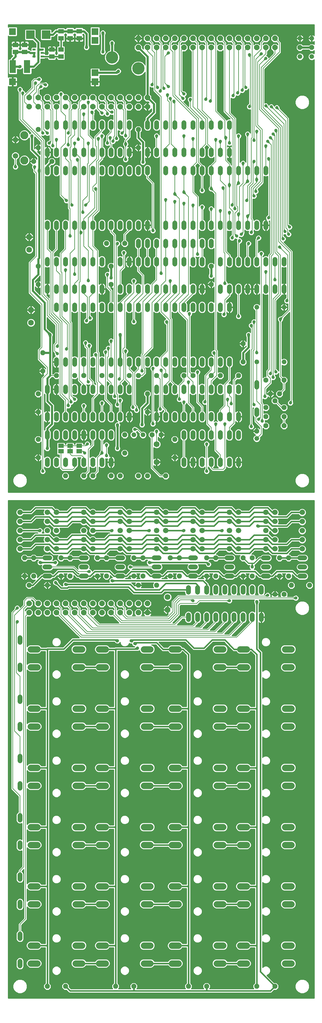
<source format=gbl>
G75*
%MOIN*%
%OFA0B0*%
%FSLAX25Y25*%
%IPPOS*%
%LPD*%
%AMOC8*
5,1,8,0,0,1.08239X$1,22.5*
%
%ADD10OC8,0.05200*%
%ADD11C,0.06496*%
%ADD12C,0.05200*%
%ADD13C,0.05200*%
%ADD14OC8,0.06000*%
%ADD15C,0.08858*%
%ADD16C,0.05937*%
%ADD17C,0.07050*%
%ADD18C,0.05906*%
%ADD19R,0.07600X0.07600*%
%ADD20R,0.03543X0.02362*%
%ADD21R,0.09449X0.09449*%
%ADD22R,0.06299X0.05118*%
%ADD23R,0.05906X0.05118*%
%ADD24R,0.07087X0.14173*%
%ADD25C,0.13500*%
%ADD26R,0.06300X0.04600*%
%ADD27OC8,0.06300*%
%ADD28C,0.06300*%
%ADD29C,0.01000*%
%ADD30C,0.03569*%
%ADD31C,0.02400*%
%ADD32C,0.00800*%
%ADD33C,0.01600*%
%ADD34C,0.01200*%
D10*
X0056752Y0016500D03*
X0076752Y0016500D03*
X0131752Y0016500D03*
X0151752Y0016500D03*
X0211752Y0016500D03*
X0231752Y0016500D03*
X0286752Y0016500D03*
X0306752Y0016500D03*
X0306752Y0446500D03*
X0311752Y0466500D03*
X0311752Y0486500D03*
X0321752Y0486500D03*
X0321752Y0466500D03*
X0324752Y0456500D03*
X0316752Y0446500D03*
X0344752Y0456500D03*
X0316752Y0631500D03*
X0316752Y0641500D03*
X0316752Y0651500D03*
X0311752Y0666500D03*
X0316752Y0681500D03*
X0306752Y0659000D03*
X0301752Y0666500D03*
X0296752Y0651500D03*
X0296752Y0641500D03*
X0296752Y0631500D03*
X0286752Y0625500D03*
X0296752Y0681500D03*
X0271752Y0701500D03*
X0266752Y0686500D03*
X0271752Y0721500D03*
X0246752Y0686500D03*
X0236752Y0686500D03*
X0216752Y0686500D03*
X0206752Y0686500D03*
X0186752Y0686500D03*
X0176752Y0686500D03*
X0166752Y0666500D03*
X0166752Y0646500D03*
X0171752Y0621500D03*
X0181752Y0621500D03*
X0196752Y0616500D03*
X0196752Y0596500D03*
X0186752Y0576500D03*
X0166752Y0576500D03*
X0156752Y0576500D03*
X0141752Y0601500D03*
X0141752Y0621500D03*
X0136752Y0576500D03*
X0126752Y0576500D03*
X0106752Y0576500D03*
X0096752Y0576500D03*
X0076752Y0576500D03*
X0071752Y0486500D03*
X0071752Y0466500D03*
X0081752Y0466500D03*
X0081752Y0486500D03*
X0056752Y0456500D03*
X0041752Y0466500D03*
X0036752Y0456500D03*
X0031752Y0466500D03*
X0031752Y0486500D03*
X0041752Y0486500D03*
X0046752Y0596500D03*
X0046752Y0616500D03*
X0046752Y0646500D03*
X0046752Y0666500D03*
X0051752Y0691500D03*
X0051752Y0711500D03*
X0066752Y0686500D03*
X0086752Y0686500D03*
X0096752Y0686500D03*
X0116752Y0686500D03*
X0126752Y0686500D03*
X0146752Y0686500D03*
X0156752Y0686500D03*
X0126752Y0786500D03*
X0126752Y0806500D03*
X0121752Y0831500D03*
X0141752Y0831500D03*
X0156752Y0936500D03*
X0156752Y0956500D03*
X0236752Y0806500D03*
X0236752Y0786500D03*
X0334256Y1046500D03*
X0347248Y1046500D03*
X0281752Y0486500D03*
X0271752Y0486500D03*
X0271752Y0466500D03*
X0281752Y0466500D03*
X0241752Y0466500D03*
X0231752Y0466500D03*
X0231752Y0486500D03*
X0241752Y0486500D03*
X0201752Y0486500D03*
X0191752Y0486500D03*
X0191752Y0466500D03*
X0201752Y0466500D03*
X0176752Y0456500D03*
X0161752Y0466500D03*
X0156752Y0456500D03*
X0151752Y0466500D03*
X0151752Y0486500D03*
X0161752Y0486500D03*
X0121752Y0486500D03*
X0121752Y0466500D03*
X0111752Y0466500D03*
X0111752Y0486500D03*
X0046752Y0786500D03*
X0046752Y0806500D03*
X0041752Y0921500D03*
X0046752Y0936500D03*
X0046752Y0956500D03*
X0061752Y0921500D03*
D11*
X0176752Y0611343D03*
X0176752Y0591657D03*
D12*
X0161752Y0621500D03*
X0151752Y0621500D03*
X0286752Y0617500D03*
X0286752Y0701500D03*
X0286752Y0761500D03*
X0316752Y0761500D03*
X0316752Y0701500D03*
X0334256Y1036500D03*
X0334256Y1056500D03*
X0347248Y1056500D03*
X0347248Y1036500D03*
D13*
X0296752Y0914100D02*
X0296752Y0908900D01*
X0286752Y0908900D02*
X0286752Y0914100D01*
X0276752Y0914100D02*
X0276752Y0908900D01*
X0266752Y0908900D02*
X0266752Y0914100D01*
X0256752Y0914100D02*
X0256752Y0908900D01*
X0256752Y0928900D02*
X0256752Y0934100D01*
X0246752Y0934100D02*
X0246752Y0928900D01*
X0246752Y0914100D02*
X0246752Y0908900D01*
X0236752Y0908900D02*
X0236752Y0914100D01*
X0236752Y0928900D02*
X0236752Y0934100D01*
X0226752Y0934100D02*
X0226752Y0928900D01*
X0226752Y0914100D02*
X0226752Y0908900D01*
X0216752Y0908900D02*
X0216752Y0914100D01*
X0206752Y0914100D02*
X0206752Y0908900D01*
X0206752Y0928900D02*
X0206752Y0934100D01*
X0216752Y0934100D02*
X0216752Y0928900D01*
X0216752Y0958900D02*
X0216752Y0964100D01*
X0206752Y0964100D02*
X0206752Y0958900D01*
X0196752Y0958900D02*
X0196752Y0964100D01*
X0186752Y0964100D02*
X0186752Y0958900D01*
X0176752Y0958900D02*
X0176752Y0964100D01*
X0166752Y0964100D02*
X0166752Y0958900D01*
X0166752Y0934100D02*
X0166752Y0928900D01*
X0176752Y0928900D02*
X0176752Y0934100D01*
X0166752Y0914100D02*
X0166752Y0908900D01*
X0156752Y0908900D02*
X0156752Y0914100D01*
X0146752Y0914100D02*
X0146752Y0908900D01*
X0146752Y0928900D02*
X0146752Y0934100D01*
X0136752Y0934100D02*
X0136752Y0928900D01*
X0126752Y0928900D02*
X0126752Y0934100D01*
X0126752Y0914100D02*
X0126752Y0908900D01*
X0136752Y0908900D02*
X0136752Y0914100D01*
X0116752Y0914100D02*
X0116752Y0908900D01*
X0116752Y0928900D02*
X0116752Y0934100D01*
X0106752Y0934100D02*
X0106752Y0928900D01*
X0106752Y0914100D02*
X0106752Y0908900D01*
X0096752Y0908900D02*
X0096752Y0914100D01*
X0096752Y0928900D02*
X0096752Y0934100D01*
X0086752Y0934100D02*
X0086752Y0928900D01*
X0076752Y0928900D02*
X0076752Y0934100D01*
X0076752Y0914100D02*
X0076752Y0908900D01*
X0086752Y0908900D02*
X0086752Y0914100D01*
X0066752Y0914100D02*
X0066752Y0908900D01*
X0066752Y0928900D02*
X0066752Y0934100D01*
X0056752Y0934100D02*
X0056752Y0928900D01*
X0056752Y0914100D02*
X0056752Y0908900D01*
X0056752Y0958900D02*
X0056752Y0964100D01*
X0066752Y0964100D02*
X0066752Y0958900D01*
X0076752Y0958900D02*
X0076752Y0964100D01*
X0086752Y0964100D02*
X0086752Y0958900D01*
X0096752Y0958900D02*
X0096752Y0964100D01*
X0106752Y0964100D02*
X0106752Y0958900D01*
X0116752Y0958900D02*
X0116752Y0964100D01*
X0126752Y0964100D02*
X0126752Y0958900D01*
X0136752Y0958900D02*
X0136752Y0964100D01*
X0146752Y0964100D02*
X0146752Y0958900D01*
X0146752Y0854100D02*
X0146752Y0848900D01*
X0136752Y0848900D02*
X0136752Y0854100D01*
X0126752Y0854100D02*
X0126752Y0848900D01*
X0116752Y0848900D02*
X0116752Y0854100D01*
X0106752Y0854100D02*
X0106752Y0848900D01*
X0096752Y0848900D02*
X0096752Y0854100D01*
X0086752Y0854100D02*
X0086752Y0848900D01*
X0076752Y0848900D02*
X0076752Y0854100D01*
X0066752Y0854100D02*
X0066752Y0848900D01*
X0056752Y0848900D02*
X0056752Y0854100D01*
X0056752Y0814100D02*
X0056752Y0808900D01*
X0056752Y0784100D02*
X0056752Y0778900D01*
X0066752Y0778900D02*
X0066752Y0784100D01*
X0066752Y0764100D02*
X0066752Y0758900D01*
X0076752Y0758900D02*
X0076752Y0764100D01*
X0076752Y0778900D02*
X0076752Y0784100D01*
X0086752Y0784100D02*
X0086752Y0778900D01*
X0086752Y0764100D02*
X0086752Y0758900D01*
X0096752Y0758900D02*
X0096752Y0764100D01*
X0096752Y0778900D02*
X0096752Y0784100D01*
X0096752Y0808900D02*
X0096752Y0814100D01*
X0086752Y0814100D02*
X0086752Y0808900D01*
X0076752Y0808900D02*
X0076752Y0814100D01*
X0066752Y0814100D02*
X0066752Y0808900D01*
X0066752Y0704100D02*
X0066752Y0698900D01*
X0066752Y0674100D02*
X0066752Y0668900D01*
X0066752Y0644100D02*
X0066752Y0638900D01*
X0066752Y0624100D02*
X0066752Y0618900D01*
X0056752Y0618900D02*
X0056752Y0624100D01*
X0056752Y0638900D02*
X0056752Y0644100D01*
X0056752Y0668900D02*
X0056752Y0674100D01*
X0076752Y0674100D02*
X0076752Y0668900D01*
X0086752Y0668900D02*
X0086752Y0674100D01*
X0086752Y0698900D02*
X0086752Y0704100D01*
X0076752Y0704100D02*
X0076752Y0698900D01*
X0096752Y0698900D02*
X0096752Y0704100D01*
X0096752Y0674100D02*
X0096752Y0668900D01*
X0096752Y0644100D02*
X0096752Y0638900D01*
X0096752Y0624100D02*
X0096752Y0618900D01*
X0086752Y0618900D02*
X0086752Y0624100D01*
X0076752Y0624100D02*
X0076752Y0618900D01*
X0076752Y0638900D02*
X0076752Y0644100D01*
X0086752Y0644100D02*
X0086752Y0638900D01*
X0086752Y0594100D02*
X0086752Y0588900D01*
X0076752Y0588900D02*
X0076752Y0594100D01*
X0066752Y0594100D02*
X0066752Y0588900D01*
X0056752Y0588900D02*
X0056752Y0594100D01*
X0054152Y0486500D02*
X0059352Y0486500D01*
X0059352Y0476500D02*
X0054152Y0476500D01*
X0054152Y0466500D02*
X0059352Y0466500D01*
X0026752Y0399100D02*
X0026752Y0393900D01*
X0026752Y0369100D02*
X0026752Y0363900D01*
X0026752Y0334100D02*
X0026752Y0328900D01*
X0026752Y0304100D02*
X0026752Y0298900D01*
X0026752Y0269100D02*
X0026752Y0263900D01*
X0026752Y0239100D02*
X0026752Y0233900D01*
X0026752Y0204100D02*
X0026752Y0198900D01*
X0026752Y0174100D02*
X0026752Y0168900D01*
X0026752Y0139100D02*
X0026752Y0133900D01*
X0026752Y0109100D02*
X0026752Y0103900D01*
X0026752Y0074100D02*
X0026752Y0068900D01*
X0026752Y0044100D02*
X0026752Y0038900D01*
X0094152Y0466500D02*
X0099352Y0466500D01*
X0099352Y0476500D02*
X0094152Y0476500D01*
X0094152Y0486500D02*
X0099352Y0486500D01*
X0096752Y0588900D02*
X0096752Y0594100D01*
X0106752Y0594100D02*
X0106752Y0588900D01*
X0116752Y0588900D02*
X0116752Y0594100D01*
X0126752Y0594100D02*
X0126752Y0588900D01*
X0126752Y0618900D02*
X0126752Y0624100D01*
X0126752Y0638900D02*
X0126752Y0644100D01*
X0136752Y0644100D02*
X0136752Y0638900D01*
X0136752Y0668900D02*
X0136752Y0674100D01*
X0126752Y0674100D02*
X0126752Y0668900D01*
X0116752Y0668900D02*
X0116752Y0674100D01*
X0116752Y0698900D02*
X0116752Y0704100D01*
X0106752Y0704100D02*
X0106752Y0698900D01*
X0106752Y0674100D02*
X0106752Y0668900D01*
X0106752Y0644100D02*
X0106752Y0638900D01*
X0106752Y0624100D02*
X0106752Y0618900D01*
X0116752Y0618900D02*
X0116752Y0624100D01*
X0116752Y0638900D02*
X0116752Y0644100D01*
X0126752Y0698900D02*
X0126752Y0704100D01*
X0136752Y0704100D02*
X0136752Y0698900D01*
X0146752Y0698900D02*
X0146752Y0704100D01*
X0146752Y0674100D02*
X0146752Y0668900D01*
X0146752Y0644100D02*
X0146752Y0638900D01*
X0156752Y0698900D02*
X0156752Y0704100D01*
X0166752Y0704100D02*
X0166752Y0698900D01*
X0176752Y0698900D02*
X0176752Y0704100D01*
X0176752Y0674100D02*
X0176752Y0668900D01*
X0176752Y0644100D02*
X0176752Y0638900D01*
X0186752Y0638900D02*
X0186752Y0644100D01*
X0186752Y0668900D02*
X0186752Y0674100D01*
X0186752Y0698900D02*
X0186752Y0704100D01*
X0196752Y0704100D02*
X0196752Y0698900D01*
X0196752Y0674100D02*
X0196752Y0668900D01*
X0196752Y0644100D02*
X0196752Y0638900D01*
X0206752Y0638900D02*
X0206752Y0644100D01*
X0216752Y0644100D02*
X0216752Y0638900D01*
X0216752Y0624100D02*
X0216752Y0618900D01*
X0206752Y0618900D02*
X0206752Y0624100D01*
X0206752Y0594100D02*
X0206752Y0588900D01*
X0216752Y0588900D02*
X0216752Y0594100D01*
X0226752Y0594100D02*
X0226752Y0588900D01*
X0236752Y0588900D02*
X0236752Y0594100D01*
X0246752Y0594100D02*
X0246752Y0588900D01*
X0256752Y0588900D02*
X0256752Y0594100D01*
X0266752Y0594100D02*
X0266752Y0588900D01*
X0266752Y0618900D02*
X0266752Y0624100D01*
X0256752Y0624100D02*
X0256752Y0618900D01*
X0256752Y0638900D02*
X0256752Y0644100D01*
X0266752Y0644100D02*
X0266752Y0638900D01*
X0266752Y0668900D02*
X0266752Y0674100D01*
X0256752Y0674100D02*
X0256752Y0668900D01*
X0246752Y0668900D02*
X0246752Y0674100D01*
X0246752Y0698900D02*
X0246752Y0704100D01*
X0236752Y0704100D02*
X0236752Y0698900D01*
X0236752Y0674100D02*
X0236752Y0668900D01*
X0236752Y0644100D02*
X0236752Y0638900D01*
X0236752Y0624100D02*
X0236752Y0618900D01*
X0226752Y0618900D02*
X0226752Y0624100D01*
X0226752Y0638900D02*
X0226752Y0644100D01*
X0226752Y0668900D02*
X0226752Y0674100D01*
X0226752Y0698900D02*
X0226752Y0704100D01*
X0216752Y0704100D02*
X0216752Y0698900D01*
X0206752Y0698900D02*
X0206752Y0704100D01*
X0206752Y0674100D02*
X0206752Y0668900D01*
X0216752Y0668900D02*
X0216752Y0674100D01*
X0216752Y0758900D02*
X0216752Y0764100D01*
X0216752Y0778900D02*
X0216752Y0784100D01*
X0206752Y0784100D02*
X0206752Y0778900D01*
X0206752Y0764100D02*
X0206752Y0758900D01*
X0196752Y0758900D02*
X0196752Y0764100D01*
X0196752Y0778900D02*
X0196752Y0784100D01*
X0196752Y0808900D02*
X0196752Y0814100D01*
X0196752Y0828900D02*
X0196752Y0834100D01*
X0196752Y0848900D02*
X0196752Y0854100D01*
X0186752Y0854100D02*
X0186752Y0848900D01*
X0186752Y0834100D02*
X0186752Y0828900D01*
X0186752Y0814100D02*
X0186752Y0808900D01*
X0186752Y0784100D02*
X0186752Y0778900D01*
X0186752Y0764100D02*
X0186752Y0758900D01*
X0176752Y0758900D02*
X0176752Y0764100D01*
X0176752Y0778900D02*
X0176752Y0784100D01*
X0166752Y0784100D02*
X0166752Y0778900D01*
X0166752Y0764100D02*
X0166752Y0758900D01*
X0156752Y0758900D02*
X0156752Y0764100D01*
X0156752Y0778900D02*
X0156752Y0784100D01*
X0156752Y0808900D02*
X0156752Y0814100D01*
X0156752Y0828900D02*
X0156752Y0834100D01*
X0156752Y0848900D02*
X0156752Y0854100D01*
X0166752Y0854100D02*
X0166752Y0848900D01*
X0166752Y0834100D02*
X0166752Y0828900D01*
X0176752Y0828900D02*
X0176752Y0834100D01*
X0176752Y0814100D02*
X0176752Y0808900D01*
X0166752Y0808900D02*
X0166752Y0814100D01*
X0146752Y0814100D02*
X0146752Y0808900D01*
X0146752Y0784100D02*
X0146752Y0778900D01*
X0146752Y0764100D02*
X0146752Y0758900D01*
X0136752Y0758900D02*
X0136752Y0764100D01*
X0136752Y0778900D02*
X0136752Y0784100D01*
X0126752Y0764100D02*
X0126752Y0758900D01*
X0116752Y0758900D02*
X0116752Y0764100D01*
X0116752Y0778900D02*
X0116752Y0784100D01*
X0116752Y0808900D02*
X0116752Y0814100D01*
X0106752Y0814100D02*
X0106752Y0808900D01*
X0106752Y0784100D02*
X0106752Y0778900D01*
X0106752Y0764100D02*
X0106752Y0758900D01*
X0136752Y0808900D02*
X0136752Y0814100D01*
X0186752Y0908900D02*
X0186752Y0914100D01*
X0186752Y0928900D02*
X0186752Y0934100D01*
X0196752Y0934100D02*
X0196752Y0928900D01*
X0196752Y0914100D02*
X0196752Y0908900D01*
X0206752Y0854100D02*
X0206752Y0848900D01*
X0216752Y0848900D02*
X0216752Y0854100D01*
X0216752Y0834100D02*
X0216752Y0828900D01*
X0206752Y0828900D02*
X0206752Y0834100D01*
X0206752Y0814100D02*
X0206752Y0808900D01*
X0216752Y0808900D02*
X0216752Y0814100D01*
X0226752Y0814100D02*
X0226752Y0808900D01*
X0226752Y0828900D02*
X0226752Y0834100D01*
X0226752Y0848900D02*
X0226752Y0854100D01*
X0236752Y0854100D02*
X0236752Y0848900D01*
X0236752Y0834100D02*
X0236752Y0828900D01*
X0246752Y0814100D02*
X0246752Y0808900D01*
X0246752Y0784100D02*
X0246752Y0778900D01*
X0246752Y0764100D02*
X0246752Y0758900D01*
X0236752Y0758900D02*
X0236752Y0764100D01*
X0226752Y0764100D02*
X0226752Y0758900D01*
X0226752Y0778900D02*
X0226752Y0784100D01*
X0246752Y0848900D02*
X0246752Y0854100D01*
X0256752Y0854100D02*
X0256752Y0848900D01*
X0266752Y0848900D02*
X0266752Y0854100D01*
X0276752Y0854100D02*
X0276752Y0848900D01*
X0286752Y0848900D02*
X0286752Y0854100D01*
X0296752Y0854100D02*
X0296752Y0848900D01*
X0296752Y0814100D02*
X0296752Y0808900D01*
X0306752Y0808900D02*
X0306752Y0814100D01*
X0306752Y0784100D02*
X0306752Y0778900D01*
X0296752Y0778900D02*
X0296752Y0784100D01*
X0286752Y0784100D02*
X0286752Y0778900D01*
X0276752Y0778900D02*
X0276752Y0784100D01*
X0276752Y0808900D02*
X0276752Y0814100D01*
X0266752Y0814100D02*
X0266752Y0808900D01*
X0256752Y0808900D02*
X0256752Y0814100D01*
X0256752Y0784100D02*
X0256752Y0778900D01*
X0256752Y0764100D02*
X0256752Y0758900D01*
X0266752Y0778900D02*
X0266752Y0784100D01*
X0286752Y0808900D02*
X0286752Y0814100D01*
X0316752Y0814100D02*
X0316752Y0808900D01*
X0316752Y0784100D02*
X0316752Y0778900D01*
X0286752Y0679100D02*
X0286752Y0673900D01*
X0286752Y0649100D02*
X0286752Y0643900D01*
X0256752Y0698900D02*
X0256752Y0704100D01*
X0246752Y0644100D02*
X0246752Y0638900D01*
X0246752Y0624100D02*
X0246752Y0618900D01*
X0254152Y0486500D02*
X0259352Y0486500D01*
X0259352Y0476500D02*
X0254152Y0476500D01*
X0254152Y0466500D02*
X0259352Y0466500D01*
X0261752Y0454100D02*
X0261752Y0448900D01*
X0261752Y0424100D02*
X0261752Y0418900D01*
X0251752Y0418900D02*
X0251752Y0424100D01*
X0251752Y0448900D02*
X0251752Y0454100D01*
X0241752Y0454100D02*
X0241752Y0448900D01*
X0231752Y0448900D02*
X0231752Y0454100D01*
X0221752Y0454100D02*
X0221752Y0448900D01*
X0219352Y0466500D02*
X0214152Y0466500D01*
X0214152Y0476500D02*
X0219352Y0476500D01*
X0219352Y0486500D02*
X0214152Y0486500D01*
X0211752Y0454100D02*
X0211752Y0448900D01*
X0211752Y0424100D02*
X0211752Y0418900D01*
X0221752Y0418900D02*
X0221752Y0424100D01*
X0231752Y0424100D02*
X0231752Y0418900D01*
X0241752Y0418900D02*
X0241752Y0424100D01*
X0271752Y0424100D02*
X0271752Y0418900D01*
X0281752Y0418900D02*
X0281752Y0424100D01*
X0281752Y0448900D02*
X0281752Y0454100D01*
X0271752Y0454100D02*
X0271752Y0448900D01*
X0291752Y0448900D02*
X0291752Y0454100D01*
X0294152Y0466500D02*
X0299352Y0466500D01*
X0299352Y0476500D02*
X0294152Y0476500D01*
X0294152Y0486500D02*
X0299352Y0486500D01*
X0291752Y0424100D02*
X0291752Y0418900D01*
X0334152Y0466500D02*
X0339352Y0466500D01*
X0339352Y0476500D02*
X0334152Y0476500D01*
X0334152Y0486500D02*
X0339352Y0486500D01*
X0256752Y0958900D02*
X0256752Y0964100D01*
X0246752Y0964100D02*
X0246752Y0958900D01*
X0236752Y0958900D02*
X0236752Y0964100D01*
X0226752Y0964100D02*
X0226752Y0958900D01*
X0179352Y0486500D02*
X0174152Y0486500D01*
X0174152Y0476500D02*
X0179352Y0476500D01*
X0179352Y0466500D02*
X0174152Y0466500D01*
X0139352Y0466500D02*
X0134152Y0466500D01*
X0134152Y0476500D02*
X0139352Y0476500D01*
X0139352Y0486500D02*
X0134152Y0486500D01*
D14*
X0136752Y0436500D03*
X0136752Y0426500D03*
X0126752Y0426500D03*
X0126752Y0436500D03*
X0116752Y0436500D03*
X0116752Y0426500D03*
X0106752Y0426500D03*
X0106752Y0436500D03*
X0096752Y0436500D03*
X0096752Y0426500D03*
X0086752Y0426500D03*
X0086752Y0436500D03*
X0076752Y0436500D03*
X0076752Y0426500D03*
X0066752Y0426500D03*
X0066752Y0436500D03*
X0056752Y0436500D03*
X0056752Y0426500D03*
X0046752Y0426500D03*
X0046752Y0436500D03*
X0036752Y0436500D03*
X0036752Y0426500D03*
X0146752Y0426500D03*
X0146752Y0436500D03*
X0156752Y0436500D03*
X0156752Y0426500D03*
X0166752Y0426500D03*
X0166752Y0436500D03*
X0166752Y0981500D03*
X0166752Y0991500D03*
X0156752Y0991500D03*
X0156752Y0981500D03*
X0146752Y0981500D03*
X0146752Y0991500D03*
X0136752Y0991500D03*
X0136752Y0981500D03*
X0126752Y0981500D03*
X0126752Y0991500D03*
X0116752Y0991500D03*
X0116752Y0981500D03*
X0106752Y0981500D03*
X0106752Y0991500D03*
X0096752Y0991500D03*
X0096752Y0981500D03*
X0086752Y0981500D03*
X0086752Y0991500D03*
X0076752Y0991500D03*
X0076752Y0981500D03*
X0066752Y0981500D03*
X0066752Y0991500D03*
X0056752Y0991500D03*
X0056752Y0981500D03*
X0046752Y0981500D03*
X0046752Y0991500D03*
X0036752Y0991500D03*
X0036752Y0981500D03*
X0156752Y1046500D03*
X0156752Y1056500D03*
X0166752Y1056500D03*
X0166752Y1046500D03*
X0176752Y1046500D03*
X0176752Y1056500D03*
X0186752Y1056500D03*
X0186752Y1046500D03*
X0196752Y1046500D03*
X0196752Y1056500D03*
X0206752Y1056500D03*
X0206752Y1046500D03*
X0216752Y1046500D03*
X0216752Y1056500D03*
X0226752Y1056500D03*
X0226752Y1046500D03*
X0236752Y1046500D03*
X0236752Y1056500D03*
X0246752Y1056500D03*
X0246752Y1046500D03*
X0256752Y1046500D03*
X0256752Y1056500D03*
X0266752Y1056500D03*
X0266752Y1046500D03*
X0276752Y1046500D03*
X0276752Y1056500D03*
X0286752Y1056500D03*
X0286752Y1046500D03*
X0296752Y1046500D03*
X0296752Y1056500D03*
X0306752Y1056500D03*
X0306752Y1046500D03*
D15*
X0031595Y0950280D03*
X0031595Y0922720D03*
D16*
X0021752Y0927642D03*
X0021752Y0945358D03*
D17*
X0038627Y0386300D02*
X0045677Y0386300D01*
X0045677Y0366700D02*
X0038627Y0366700D01*
X0038627Y0321300D02*
X0045677Y0321300D01*
X0045677Y0301700D02*
X0038627Y0301700D01*
X0038627Y0256300D02*
X0045677Y0256300D01*
X0045677Y0236700D02*
X0038627Y0236700D01*
X0038627Y0191300D02*
X0045677Y0191300D01*
X0045677Y0171700D02*
X0038627Y0171700D01*
X0038627Y0126300D02*
X0045677Y0126300D01*
X0045677Y0106700D02*
X0038627Y0106700D01*
X0038627Y0061300D02*
X0045677Y0061300D01*
X0045677Y0041700D02*
X0038627Y0041700D01*
X0087827Y0041700D02*
X0094877Y0041700D01*
X0094877Y0061300D02*
X0087827Y0061300D01*
X0087827Y0106700D02*
X0094877Y0106700D01*
X0094877Y0126300D02*
X0087827Y0126300D01*
X0087827Y0171700D02*
X0094877Y0171700D01*
X0094877Y0191300D02*
X0087827Y0191300D01*
X0087827Y0236700D02*
X0094877Y0236700D01*
X0094877Y0256300D02*
X0087827Y0256300D01*
X0087827Y0301700D02*
X0094877Y0301700D01*
X0094877Y0321300D02*
X0087827Y0321300D01*
X0087827Y0366700D02*
X0094877Y0366700D01*
X0094877Y0386300D02*
X0087827Y0386300D01*
X0113627Y0386300D02*
X0120677Y0386300D01*
X0120677Y0366700D02*
X0113627Y0366700D01*
X0113627Y0321300D02*
X0120677Y0321300D01*
X0120677Y0301700D02*
X0113627Y0301700D01*
X0113627Y0256300D02*
X0120677Y0256300D01*
X0120677Y0236700D02*
X0113627Y0236700D01*
X0113627Y0191300D02*
X0120677Y0191300D01*
X0120677Y0171700D02*
X0113627Y0171700D01*
X0113627Y0126300D02*
X0120677Y0126300D01*
X0120677Y0106700D02*
X0113627Y0106700D01*
X0113627Y0061300D02*
X0120677Y0061300D01*
X0120677Y0041700D02*
X0113627Y0041700D01*
X0162827Y0041700D02*
X0169877Y0041700D01*
X0169877Y0061300D02*
X0162827Y0061300D01*
X0162827Y0106700D02*
X0169877Y0106700D01*
X0169877Y0126300D02*
X0162827Y0126300D01*
X0162827Y0171700D02*
X0169877Y0171700D01*
X0169877Y0191300D02*
X0162827Y0191300D01*
X0162827Y0236700D02*
X0169877Y0236700D01*
X0169877Y0256300D02*
X0162827Y0256300D01*
X0162827Y0301700D02*
X0169877Y0301700D01*
X0169877Y0321300D02*
X0162827Y0321300D01*
X0162827Y0366700D02*
X0169877Y0366700D01*
X0169877Y0386300D02*
X0162827Y0386300D01*
X0193627Y0386300D02*
X0200677Y0386300D01*
X0200677Y0366700D02*
X0193627Y0366700D01*
X0193627Y0321300D02*
X0200677Y0321300D01*
X0200677Y0301700D02*
X0193627Y0301700D01*
X0193627Y0256300D02*
X0200677Y0256300D01*
X0200677Y0236700D02*
X0193627Y0236700D01*
X0193627Y0191300D02*
X0200677Y0191300D01*
X0200677Y0171700D02*
X0193627Y0171700D01*
X0193627Y0126300D02*
X0200677Y0126300D01*
X0200677Y0106700D02*
X0193627Y0106700D01*
X0193627Y0061300D02*
X0200677Y0061300D01*
X0200677Y0041700D02*
X0193627Y0041700D01*
X0242827Y0041700D02*
X0249877Y0041700D01*
X0249877Y0061300D02*
X0242827Y0061300D01*
X0242827Y0106700D02*
X0249877Y0106700D01*
X0249877Y0126300D02*
X0242827Y0126300D01*
X0242827Y0171700D02*
X0249877Y0171700D01*
X0249877Y0191300D02*
X0242827Y0191300D01*
X0242827Y0236700D02*
X0249877Y0236700D01*
X0249877Y0256300D02*
X0242827Y0256300D01*
X0242827Y0301700D02*
X0249877Y0301700D01*
X0249877Y0321300D02*
X0242827Y0321300D01*
X0242827Y0366700D02*
X0249877Y0366700D01*
X0249877Y0386300D02*
X0242827Y0386300D01*
X0268627Y0386300D02*
X0275677Y0386300D01*
X0275677Y0366700D02*
X0268627Y0366700D01*
X0268627Y0321300D02*
X0275677Y0321300D01*
X0275677Y0301700D02*
X0268627Y0301700D01*
X0268627Y0256300D02*
X0275677Y0256300D01*
X0275677Y0236700D02*
X0268627Y0236700D01*
X0268627Y0191300D02*
X0275677Y0191300D01*
X0275677Y0171700D02*
X0268627Y0171700D01*
X0268627Y0126300D02*
X0275677Y0126300D01*
X0275677Y0106700D02*
X0268627Y0106700D01*
X0268627Y0061300D02*
X0275677Y0061300D01*
X0275677Y0041700D02*
X0268627Y0041700D01*
X0317827Y0041700D02*
X0324877Y0041700D01*
X0324877Y0061300D02*
X0317827Y0061300D01*
X0317827Y0106700D02*
X0324877Y0106700D01*
X0324877Y0126300D02*
X0317827Y0126300D01*
X0317827Y0171700D02*
X0324877Y0171700D01*
X0324877Y0191300D02*
X0317827Y0191300D01*
X0317827Y0236700D02*
X0324877Y0236700D01*
X0324877Y0256300D02*
X0317827Y0256300D01*
X0317827Y0301700D02*
X0324877Y0301700D01*
X0324877Y0321300D02*
X0317827Y0321300D01*
X0317827Y0366700D02*
X0324877Y0366700D01*
X0324877Y0386300D02*
X0317827Y0386300D01*
D18*
X0306752Y0496500D03*
X0306752Y0506500D03*
X0306752Y0516500D03*
X0306752Y0526500D03*
X0306752Y0536500D03*
X0296752Y0536500D03*
X0296752Y0526500D03*
X0296752Y0516500D03*
X0296752Y0506500D03*
X0296752Y0496500D03*
X0266752Y0496500D03*
X0266752Y0506500D03*
X0266752Y0516500D03*
X0266752Y0526500D03*
X0266752Y0536500D03*
X0256752Y0536500D03*
X0256752Y0526500D03*
X0256752Y0516500D03*
X0256752Y0506500D03*
X0256752Y0496500D03*
X0226752Y0496500D03*
X0226752Y0506500D03*
X0226752Y0516500D03*
X0226752Y0526500D03*
X0226752Y0536500D03*
X0216752Y0536500D03*
X0216752Y0526500D03*
X0216752Y0516500D03*
X0216752Y0506500D03*
X0216752Y0496500D03*
X0186752Y0496500D03*
X0186752Y0506500D03*
X0186752Y0516500D03*
X0186752Y0526500D03*
X0186752Y0536500D03*
X0176752Y0536500D03*
X0176752Y0526500D03*
X0176752Y0516500D03*
X0176752Y0506500D03*
X0176752Y0496500D03*
X0146752Y0496500D03*
X0146752Y0506500D03*
X0146752Y0516500D03*
X0146752Y0526500D03*
X0146752Y0536500D03*
X0136752Y0536500D03*
X0136752Y0526500D03*
X0136752Y0516500D03*
X0136752Y0506500D03*
X0136752Y0496500D03*
X0106752Y0496500D03*
X0106752Y0506500D03*
X0106752Y0516500D03*
X0106752Y0526500D03*
X0106752Y0536500D03*
X0096752Y0536500D03*
X0096752Y0526500D03*
X0096752Y0516500D03*
X0096752Y0506500D03*
X0096752Y0496500D03*
X0066752Y0496500D03*
X0066752Y0506500D03*
X0066752Y0516500D03*
X0066752Y0526500D03*
X0066752Y0536500D03*
X0056752Y0536500D03*
X0056752Y0526500D03*
X0056752Y0516500D03*
X0056752Y0506500D03*
X0056752Y0496500D03*
X0026752Y0496500D03*
X0026752Y0506500D03*
X0026752Y0516500D03*
X0026752Y0526500D03*
X0026752Y0536500D03*
X0336752Y0536500D03*
X0336752Y0526500D03*
X0336752Y0516500D03*
X0336752Y0506500D03*
X0336752Y0496500D03*
D19*
X0109075Y1008941D03*
X0109075Y1018783D03*
X0109075Y1054217D03*
X0109075Y1064059D03*
X0018524Y1064059D03*
X0018524Y1008941D03*
D20*
X0042225Y1036760D03*
X0042225Y1040500D03*
X0042225Y1044240D03*
X0051280Y1044240D03*
X0051280Y1040500D03*
X0051280Y1036760D03*
D21*
X0055414Y1060500D03*
X0038091Y1060500D03*
D22*
X0031752Y1049437D03*
X0031752Y1041563D03*
X0021752Y1041563D03*
X0021752Y1049437D03*
X0081752Y1056563D03*
X0081752Y1064437D03*
X0091752Y1064437D03*
X0091752Y1056563D03*
D23*
X0071752Y1056760D03*
X0071752Y1064240D03*
X0071752Y1044240D03*
X0071752Y1036760D03*
X0061752Y1036760D03*
X0061752Y1044240D03*
D24*
X0034626Y1025500D03*
X0018878Y1025500D03*
D25*
X0127752Y1035500D03*
X0156752Y1023500D03*
D26*
X0091752Y0609500D03*
X0091752Y0603500D03*
X0081752Y0603500D03*
X0081752Y0609500D03*
X0071752Y0609500D03*
X0071752Y0603500D03*
D27*
X0038752Y0758500D03*
X0036752Y0838500D03*
X0188752Y0429500D03*
D28*
X0188752Y0443500D03*
X0038752Y0744500D03*
X0036752Y0824500D03*
D29*
X0013752Y0549500D02*
X0013752Y0003500D01*
X0349752Y0003500D01*
X0349752Y0549500D01*
X0013752Y0549500D01*
X0013752Y0548684D02*
X0349752Y0548684D01*
X0349752Y0547686D02*
X0013752Y0547686D01*
X0013752Y0546687D02*
X0349752Y0546687D01*
X0349752Y0545689D02*
X0013752Y0545689D01*
X0013752Y0544690D02*
X0349752Y0544690D01*
X0349752Y0543692D02*
X0299813Y0543692D01*
X0299705Y0543800D02*
X0282800Y0543800D01*
X0281452Y0542453D01*
X0277800Y0538800D01*
X0270619Y0538800D01*
X0270527Y0539022D01*
X0269275Y0540275D01*
X0267638Y0540953D01*
X0265867Y0540953D01*
X0264230Y0540275D01*
X0263730Y0539775D01*
X0259705Y0543800D01*
X0243800Y0543800D01*
X0242452Y0542453D01*
X0238800Y0538800D01*
X0230619Y0538800D01*
X0230527Y0539022D01*
X0229275Y0540275D01*
X0227638Y0540953D01*
X0225867Y0540953D01*
X0224230Y0540275D01*
X0223730Y0539775D01*
X0219705Y0543800D01*
X0203800Y0543800D01*
X0202452Y0542453D01*
X0198800Y0538800D01*
X0190619Y0538800D01*
X0190527Y0539022D01*
X0189275Y0540275D01*
X0187638Y0540953D01*
X0185867Y0540953D01*
X0184230Y0540275D01*
X0183730Y0539775D01*
X0179705Y0543800D01*
X0163800Y0543800D01*
X0162452Y0542453D01*
X0158800Y0538800D01*
X0150619Y0538800D01*
X0150527Y0539022D01*
X0149275Y0540275D01*
X0147638Y0540953D01*
X0145867Y0540953D01*
X0144230Y0540275D01*
X0143730Y0539775D01*
X0139705Y0543800D01*
X0123800Y0543800D01*
X0122452Y0542453D01*
X0118800Y0538800D01*
X0110619Y0538800D01*
X0110527Y0539022D01*
X0109275Y0540275D01*
X0107638Y0540953D01*
X0105867Y0540953D01*
X0104230Y0540275D01*
X0103730Y0539775D01*
X0099705Y0543800D01*
X0082800Y0543800D01*
X0081452Y0542453D01*
X0077800Y0538800D01*
X0070619Y0538800D01*
X0070527Y0539022D01*
X0069275Y0540275D01*
X0067638Y0540953D01*
X0065867Y0540953D01*
X0065644Y0540861D01*
X0062705Y0543800D01*
X0042800Y0543800D01*
X0041452Y0542453D01*
X0041452Y0542453D01*
X0037800Y0538800D01*
X0030619Y0538800D01*
X0030527Y0539022D01*
X0029275Y0540275D01*
X0027638Y0540953D01*
X0025867Y0540953D01*
X0024230Y0540275D01*
X0022978Y0539022D01*
X0022300Y0537386D01*
X0022300Y0535614D01*
X0022978Y0533978D01*
X0024230Y0532725D01*
X0025867Y0532047D01*
X0027638Y0532047D01*
X0029275Y0532725D01*
X0030527Y0533978D01*
X0030619Y0534200D01*
X0039705Y0534200D01*
X0041052Y0535547D01*
X0044705Y0539200D01*
X0053155Y0539200D01*
X0052978Y0539022D01*
X0052300Y0537386D01*
X0052300Y0535614D01*
X0052978Y0533978D01*
X0053155Y0533800D01*
X0042800Y0533800D01*
X0041452Y0532453D01*
X0041452Y0532453D01*
X0037800Y0528800D01*
X0030619Y0528800D01*
X0030527Y0529022D01*
X0029275Y0530275D01*
X0027638Y0530953D01*
X0025867Y0530953D01*
X0024230Y0530275D01*
X0022978Y0529022D01*
X0022300Y0527386D01*
X0022300Y0525614D01*
X0022978Y0523978D01*
X0024230Y0522725D01*
X0025867Y0522047D01*
X0027638Y0522047D01*
X0029275Y0522725D01*
X0030527Y0523978D01*
X0030619Y0524200D01*
X0039705Y0524200D01*
X0044705Y0529200D01*
X0053155Y0529200D01*
X0052978Y0529022D01*
X0052300Y0527386D01*
X0052300Y0525614D01*
X0052978Y0523978D01*
X0054230Y0522725D01*
X0055867Y0522047D01*
X0057638Y0522047D01*
X0059275Y0522725D01*
X0061452Y0520547D01*
X0062800Y0519200D01*
X0063155Y0519200D01*
X0062978Y0519022D01*
X0062300Y0517386D01*
X0062300Y0515614D01*
X0062978Y0513978D01*
X0064230Y0512725D01*
X0065867Y0512047D01*
X0067638Y0512047D01*
X0069275Y0512725D01*
X0070527Y0513978D01*
X0071205Y0515614D01*
X0071205Y0517386D01*
X0070527Y0519022D01*
X0070350Y0519200D01*
X0079705Y0519200D01*
X0081052Y0520547D01*
X0084705Y0524200D01*
X0092885Y0524200D01*
X0092978Y0523978D01*
X0094230Y0522725D01*
X0095867Y0522047D01*
X0097638Y0522047D01*
X0099275Y0522725D01*
X0101452Y0520547D01*
X0102800Y0519200D01*
X0103155Y0519200D01*
X0102978Y0519022D01*
X0102300Y0517386D01*
X0102300Y0515614D01*
X0102978Y0513978D01*
X0104230Y0512725D01*
X0105867Y0512047D01*
X0107638Y0512047D01*
X0109275Y0512725D01*
X0110527Y0513978D01*
X0110619Y0514200D01*
X0124506Y0514200D01*
X0124928Y0514011D01*
X0124997Y0514038D01*
X0125618Y0513800D01*
X0123800Y0513800D01*
X0122452Y0512453D01*
X0118800Y0508800D01*
X0110619Y0508800D01*
X0110527Y0509022D01*
X0109275Y0510275D01*
X0107638Y0510953D01*
X0105867Y0510953D01*
X0104230Y0510275D01*
X0103730Y0509775D01*
X0100027Y0513478D01*
X0100527Y0513978D01*
X0101205Y0515614D01*
X0101205Y0517386D01*
X0100527Y0519022D01*
X0099275Y0520275D01*
X0097638Y0520953D01*
X0095867Y0520953D01*
X0094230Y0520275D01*
X0092978Y0519022D01*
X0092300Y0517386D01*
X0092300Y0515614D01*
X0092978Y0513978D01*
X0093155Y0513800D01*
X0082800Y0513800D01*
X0081452Y0512453D01*
X0077800Y0508800D01*
X0070619Y0508800D01*
X0070527Y0509022D01*
X0069275Y0510275D01*
X0067638Y0510953D01*
X0065867Y0510953D01*
X0064230Y0510275D01*
X0063730Y0509775D01*
X0060027Y0513478D01*
X0060527Y0513978D01*
X0061205Y0515614D01*
X0061205Y0517386D01*
X0060527Y0519022D01*
X0059275Y0520275D01*
X0057638Y0520953D01*
X0055867Y0520953D01*
X0054230Y0520275D01*
X0052978Y0519022D01*
X0052300Y0517386D01*
X0052300Y0515614D01*
X0052978Y0513978D01*
X0053155Y0513800D01*
X0050697Y0513800D01*
X0051537Y0514640D01*
X0052037Y0515847D01*
X0052037Y0517153D01*
X0051537Y0518360D01*
X0050613Y0519284D01*
X0049406Y0519784D01*
X0048746Y0519784D01*
X0048469Y0519908D01*
X0048146Y0519784D01*
X0048099Y0519784D01*
X0047537Y0519551D01*
X0047513Y0519542D01*
X0045997Y0518962D01*
X0045928Y0518989D01*
X0045506Y0518800D01*
X0030619Y0518800D01*
X0030527Y0519022D01*
X0029275Y0520275D01*
X0027638Y0520953D01*
X0025867Y0520953D01*
X0024230Y0520275D01*
X0022978Y0519022D01*
X0022300Y0517386D01*
X0022300Y0515614D01*
X0022978Y0513978D01*
X0024230Y0512725D01*
X0025867Y0512047D01*
X0027638Y0512047D01*
X0029275Y0512725D01*
X0030527Y0513978D01*
X0030619Y0514200D01*
X0045506Y0514200D01*
X0045928Y0514011D01*
X0045997Y0514038D01*
X0046618Y0513800D01*
X0042800Y0513800D01*
X0041452Y0512453D01*
X0037800Y0508800D01*
X0030619Y0508800D01*
X0030527Y0509022D01*
X0029275Y0510275D01*
X0027638Y0510953D01*
X0025867Y0510953D01*
X0024230Y0510275D01*
X0022978Y0509022D01*
X0022300Y0507386D01*
X0022300Y0505614D01*
X0022978Y0503978D01*
X0024230Y0502725D01*
X0025867Y0502047D01*
X0027638Y0502047D01*
X0029275Y0502725D01*
X0030527Y0503978D01*
X0030619Y0504200D01*
X0039705Y0504200D01*
X0044705Y0509200D01*
X0053155Y0509200D01*
X0052978Y0509022D01*
X0052300Y0507386D01*
X0052300Y0505614D01*
X0052978Y0503978D01*
X0053155Y0503800D01*
X0042800Y0503800D01*
X0041452Y0502453D01*
X0037800Y0498800D01*
X0030619Y0498800D01*
X0030527Y0499022D01*
X0029275Y0500275D01*
X0027638Y0500953D01*
X0025867Y0500953D01*
X0024230Y0500275D01*
X0022978Y0499022D01*
X0022300Y0497386D01*
X0022300Y0495614D01*
X0022978Y0493978D01*
X0024230Y0492725D01*
X0025867Y0492047D01*
X0027638Y0492047D01*
X0029275Y0492725D01*
X0030527Y0493978D01*
X0030619Y0494200D01*
X0039705Y0494200D01*
X0044705Y0499200D01*
X0053155Y0499200D01*
X0052978Y0499022D01*
X0052300Y0497386D01*
X0052300Y0495614D01*
X0052978Y0493978D01*
X0054230Y0492725D01*
X0055867Y0492047D01*
X0057638Y0492047D01*
X0059275Y0492725D01*
X0061452Y0490547D01*
X0062800Y0489200D01*
X0068654Y0489200D01*
X0067652Y0488198D01*
X0067652Y0484802D01*
X0070054Y0482400D01*
X0073451Y0482400D01*
X0075251Y0484200D01*
X0078254Y0484200D01*
X0080054Y0482400D01*
X0083451Y0482400D01*
X0085251Y0484200D01*
X0090667Y0484200D01*
X0090677Y0484178D01*
X0091830Y0483024D01*
X0093337Y0482400D01*
X0100168Y0482400D01*
X0101675Y0483024D01*
X0102828Y0484178D01*
X0103452Y0485684D01*
X0103452Y0487316D01*
X0102828Y0488822D01*
X0101675Y0489976D01*
X0100168Y0490600D01*
X0093337Y0490600D01*
X0091830Y0489976D01*
X0090677Y0488822D01*
X0090667Y0488800D01*
X0085251Y0488800D01*
X0083451Y0490600D01*
X0081105Y0490600D01*
X0084705Y0494200D01*
X0092885Y0494200D01*
X0092978Y0493978D01*
X0094230Y0492725D01*
X0095867Y0492047D01*
X0097638Y0492047D01*
X0099275Y0492725D01*
X0101452Y0490547D01*
X0102800Y0489200D01*
X0108654Y0489200D01*
X0107652Y0488198D01*
X0107652Y0484802D01*
X0110054Y0482400D01*
X0113451Y0482400D01*
X0115251Y0484200D01*
X0118254Y0484200D01*
X0120054Y0482400D01*
X0123451Y0482400D01*
X0125251Y0484200D01*
X0130667Y0484200D01*
X0130677Y0484178D01*
X0131830Y0483024D01*
X0133337Y0482400D01*
X0140168Y0482400D01*
X0141675Y0483024D01*
X0142828Y0484178D01*
X0143452Y0485684D01*
X0143452Y0487316D01*
X0142828Y0488822D01*
X0141675Y0489976D01*
X0140168Y0490600D01*
X0133337Y0490600D01*
X0131830Y0489976D01*
X0130677Y0488822D01*
X0130667Y0488800D01*
X0125251Y0488800D01*
X0123451Y0490600D01*
X0122105Y0490600D01*
X0125705Y0494200D01*
X0132885Y0494200D01*
X0132978Y0493978D01*
X0134230Y0492725D01*
X0135867Y0492047D01*
X0137638Y0492047D01*
X0139275Y0492725D01*
X0141452Y0490547D01*
X0142800Y0489200D01*
X0148654Y0489200D01*
X0147652Y0488198D01*
X0147652Y0484802D01*
X0150054Y0482400D01*
X0153451Y0482400D01*
X0155251Y0484200D01*
X0158254Y0484200D01*
X0160054Y0482400D01*
X0163451Y0482400D01*
X0165251Y0484200D01*
X0166808Y0484200D01*
X0165968Y0483360D01*
X0165468Y0482153D01*
X0165468Y0480847D01*
X0165968Y0479640D01*
X0166892Y0478716D01*
X0167654Y0478400D01*
X0151020Y0478400D01*
X0149772Y0479125D01*
X0149613Y0479284D01*
X0149212Y0479450D01*
X0149080Y0479527D01*
X0148722Y0479735D01*
X0148722Y0479735D01*
X0148722Y0479735D01*
X0148601Y0479703D01*
X0148406Y0479784D01*
X0147099Y0479784D01*
X0145892Y0479284D01*
X0144968Y0478360D01*
X0144468Y0477153D01*
X0144468Y0475847D01*
X0144968Y0474640D01*
X0145892Y0473716D01*
X0147099Y0473216D01*
X0147216Y0473216D01*
X0146452Y0472453D01*
X0142825Y0468825D01*
X0141675Y0469976D01*
X0140168Y0470600D01*
X0133337Y0470600D01*
X0131830Y0469976D01*
X0130680Y0468825D01*
X0125705Y0473800D01*
X0107800Y0473800D01*
X0106452Y0472453D01*
X0106037Y0472037D01*
X0106037Y0472153D01*
X0105537Y0473360D01*
X0104613Y0474284D01*
X0103406Y0474784D01*
X0103080Y0474784D01*
X0103452Y0475684D01*
X0103452Y0477316D01*
X0102828Y0478822D01*
X0101675Y0479976D01*
X0100168Y0480600D01*
X0093337Y0480600D01*
X0091830Y0479976D01*
X0090677Y0478822D01*
X0090052Y0477316D01*
X0090052Y0475684D01*
X0090616Y0474323D01*
X0087652Y0477287D01*
X0086539Y0478400D01*
X0066850Y0478400D01*
X0067613Y0478716D01*
X0068537Y0479640D01*
X0069037Y0480847D01*
X0069037Y0482153D01*
X0068537Y0483360D01*
X0067613Y0484284D01*
X0066406Y0484784D01*
X0065746Y0484784D01*
X0065469Y0484908D01*
X0065146Y0484784D01*
X0065099Y0484784D01*
X0064537Y0484551D01*
X0064513Y0484542D01*
X0062997Y0483962D01*
X0062928Y0483989D01*
X0062506Y0483800D01*
X0062451Y0483800D01*
X0062828Y0484178D01*
X0063452Y0485684D01*
X0063452Y0487316D01*
X0062828Y0488822D01*
X0061675Y0489976D01*
X0060168Y0490600D01*
X0053337Y0490600D01*
X0051830Y0489976D01*
X0050677Y0488822D01*
X0050667Y0488800D01*
X0045251Y0488800D01*
X0043451Y0490600D01*
X0040054Y0490600D01*
X0038254Y0488800D01*
X0035251Y0488800D01*
X0033451Y0490600D01*
X0030054Y0490600D01*
X0027652Y0488198D01*
X0027652Y0484802D01*
X0030054Y0482400D01*
X0033451Y0482400D01*
X0035251Y0484200D01*
X0038254Y0484200D01*
X0040054Y0482400D01*
X0043451Y0482400D01*
X0045251Y0484200D01*
X0046808Y0484200D01*
X0045968Y0483360D01*
X0045468Y0482153D01*
X0045468Y0480847D01*
X0045968Y0479640D01*
X0046892Y0478716D01*
X0048099Y0478216D01*
X0048759Y0478216D01*
X0049036Y0478092D01*
X0049359Y0478216D01*
X0049406Y0478216D01*
X0049967Y0478448D01*
X0050626Y0478700D01*
X0050052Y0477316D01*
X0050052Y0475684D01*
X0050677Y0474178D01*
X0051830Y0473024D01*
X0053337Y0472400D01*
X0060168Y0472400D01*
X0061675Y0473024D01*
X0062828Y0474178D01*
X0063003Y0474600D01*
X0084965Y0474600D01*
X0089965Y0469600D01*
X0091454Y0469600D01*
X0090680Y0468825D01*
X0085705Y0473800D01*
X0067800Y0473800D01*
X0066452Y0472453D01*
X0066452Y0472453D01*
X0062825Y0468825D01*
X0061675Y0469976D01*
X0060168Y0470600D01*
X0053337Y0470600D01*
X0051830Y0469976D01*
X0050677Y0468822D01*
X0050667Y0468800D01*
X0049800Y0468800D01*
X0045852Y0464853D01*
X0045852Y0468198D01*
X0043451Y0470600D01*
X0040054Y0470600D01*
X0037652Y0468198D01*
X0037652Y0464802D01*
X0040054Y0462400D01*
X0043400Y0462400D01*
X0040025Y0459025D01*
X0038451Y0460600D01*
X0035054Y0460600D01*
X0032652Y0458198D01*
X0032652Y0454802D01*
X0035054Y0452400D01*
X0038451Y0452400D01*
X0040251Y0454200D01*
X0041705Y0454200D01*
X0043052Y0455547D01*
X0051180Y0463675D01*
X0051830Y0463024D01*
X0053337Y0462400D01*
X0060168Y0462400D01*
X0061675Y0463024D01*
X0062828Y0464178D01*
X0062838Y0464200D01*
X0064705Y0464200D01*
X0066052Y0465547D01*
X0067652Y0467147D01*
X0067652Y0466800D01*
X0071452Y0466800D01*
X0071452Y0466200D01*
X0067652Y0466200D01*
X0067652Y0464802D01*
X0070054Y0462400D01*
X0071452Y0462400D01*
X0071452Y0466200D01*
X0072052Y0466200D01*
X0072052Y0462400D01*
X0073451Y0462400D01*
X0075852Y0464802D01*
X0075852Y0466200D01*
X0072053Y0466200D01*
X0072053Y0466800D01*
X0075852Y0466800D01*
X0075852Y0468198D01*
X0074851Y0469200D01*
X0078654Y0469200D01*
X0077652Y0468198D01*
X0077652Y0464802D01*
X0080054Y0462400D01*
X0083451Y0462400D01*
X0085852Y0464802D01*
X0085852Y0467147D01*
X0087452Y0465547D01*
X0088800Y0464200D01*
X0090667Y0464200D01*
X0090677Y0464178D01*
X0091830Y0463024D01*
X0093337Y0462400D01*
X0100168Y0462400D01*
X0101675Y0463024D01*
X0102828Y0464178D01*
X0102838Y0464200D01*
X0104705Y0464200D01*
X0107652Y0467147D01*
X0107652Y0466800D01*
X0111452Y0466800D01*
X0111452Y0466200D01*
X0107652Y0466200D01*
X0107652Y0464802D01*
X0110054Y0462400D01*
X0111452Y0462400D01*
X0111452Y0466200D01*
X0112052Y0466200D01*
X0112052Y0462400D01*
X0113451Y0462400D01*
X0115852Y0464802D01*
X0115852Y0466200D01*
X0112053Y0466200D01*
X0112053Y0466800D01*
X0115852Y0466800D01*
X0115852Y0468198D01*
X0114851Y0469200D01*
X0118654Y0469200D01*
X0117652Y0468198D01*
X0117652Y0464802D01*
X0120054Y0462400D01*
X0123451Y0462400D01*
X0125852Y0464802D01*
X0125852Y0467147D01*
X0127452Y0465547D01*
X0128127Y0464873D01*
X0128036Y0464908D01*
X0128036Y0464908D01*
X0128036Y0464908D01*
X0127759Y0464784D01*
X0127099Y0464784D01*
X0125892Y0464284D01*
X0124968Y0463360D01*
X0124468Y0462153D01*
X0124468Y0460847D01*
X0124902Y0459800D01*
X0079999Y0459800D01*
X0079577Y0459989D01*
X0079508Y0459962D01*
X0077968Y0460551D01*
X0077406Y0460784D01*
X0077359Y0460784D01*
X0077036Y0460908D01*
X0077036Y0460908D01*
X0077036Y0460908D01*
X0076759Y0460784D01*
X0076099Y0460784D01*
X0074892Y0460284D01*
X0073968Y0459360D01*
X0073468Y0458153D01*
X0073468Y0456847D01*
X0073902Y0455800D01*
X0072705Y0455800D01*
X0070001Y0458504D01*
X0069674Y0458831D01*
X0069509Y0459263D01*
X0069442Y0459292D01*
X0068770Y0460798D01*
X0068537Y0461360D01*
X0068504Y0461393D01*
X0068362Y0461710D01*
X0068079Y0461818D01*
X0067613Y0462284D01*
X0066406Y0462784D01*
X0065099Y0462784D01*
X0063892Y0462284D01*
X0062968Y0461360D01*
X0062468Y0460153D01*
X0062468Y0458847D01*
X0062968Y0457640D01*
X0063435Y0457173D01*
X0063523Y0456941D01*
X0063543Y0456890D01*
X0063859Y0456749D01*
X0063892Y0456716D01*
X0064454Y0456483D01*
X0065282Y0456113D01*
X0065282Y0456113D01*
X0065960Y0455810D01*
X0065990Y0455743D01*
X0066422Y0455578D01*
X0066748Y0455251D01*
X0066748Y0455251D01*
X0070800Y0451200D01*
X0079705Y0451200D01*
X0080705Y0452200D01*
X0144800Y0452200D01*
X0150800Y0446200D01*
X0182705Y0446200D01*
X0184052Y0447547D01*
X0185705Y0449200D01*
X0207652Y0449200D01*
X0207652Y0448084D01*
X0208277Y0446578D01*
X0208454Y0446400D01*
X0199965Y0446400D01*
X0198852Y0445287D01*
X0192852Y0439287D01*
X0192852Y0431976D01*
X0190679Y0434150D01*
X0189052Y0434150D01*
X0189052Y0429800D01*
X0188452Y0429800D01*
X0188452Y0429200D01*
X0184102Y0429200D01*
X0184102Y0427574D01*
X0186826Y0424850D01*
X0188452Y0424850D01*
X0188452Y0429200D01*
X0189052Y0429200D01*
X0189052Y0424850D01*
X0189415Y0424850D01*
X0187965Y0423400D01*
X0170016Y0423400D01*
X0171252Y0424636D01*
X0171252Y0426000D01*
X0167252Y0426000D01*
X0167252Y0427000D01*
X0166252Y0427000D01*
X0166252Y0426000D01*
X0162252Y0426000D01*
X0162252Y0424636D01*
X0163488Y0423400D01*
X0160016Y0423400D01*
X0161252Y0424636D01*
X0161252Y0428364D01*
X0158616Y0431000D01*
X0154888Y0431000D01*
X0152252Y0428364D01*
X0152252Y0424636D01*
X0153488Y0423400D01*
X0150016Y0423400D01*
X0151252Y0424636D01*
X0151252Y0428364D01*
X0148616Y0431000D01*
X0144888Y0431000D01*
X0143652Y0429764D01*
X0143652Y0432287D01*
X0142539Y0433400D01*
X0141252Y0434687D01*
X0141252Y0438364D01*
X0138616Y0441000D01*
X0134888Y0441000D01*
X0132252Y0438364D01*
X0132252Y0434636D01*
X0134888Y0432000D01*
X0138565Y0432000D01*
X0139852Y0430713D01*
X0139852Y0429764D01*
X0138616Y0431000D01*
X0134888Y0431000D01*
X0133652Y0429764D01*
X0133652Y0432287D01*
X0132539Y0433400D01*
X0131252Y0434687D01*
X0131252Y0438364D01*
X0128616Y0441000D01*
X0124888Y0441000D01*
X0122252Y0438364D01*
X0122252Y0434636D01*
X0124888Y0432000D01*
X0128565Y0432000D01*
X0129852Y0430713D01*
X0129852Y0429764D01*
X0128616Y0431000D01*
X0124888Y0431000D01*
X0122252Y0428364D01*
X0122252Y0424636D01*
X0124888Y0422000D01*
X0128565Y0422000D01*
X0135165Y0415400D01*
X0114539Y0415400D01*
X0107939Y0422000D01*
X0108616Y0422000D01*
X0111252Y0424636D01*
X0111252Y0428364D01*
X0108616Y0431000D01*
X0104888Y0431000D01*
X0103652Y0429764D01*
X0103652Y0432287D01*
X0102539Y0433400D01*
X0101252Y0434687D01*
X0101252Y0438364D01*
X0098616Y0441000D01*
X0094888Y0441000D01*
X0092252Y0438364D01*
X0092252Y0434636D01*
X0094888Y0432000D01*
X0098565Y0432000D01*
X0099852Y0430713D01*
X0099852Y0429764D01*
X0098616Y0431000D01*
X0094888Y0431000D01*
X0093652Y0429764D01*
X0093652Y0432287D01*
X0092539Y0433400D01*
X0091252Y0434687D01*
X0091252Y0438364D01*
X0088616Y0441000D01*
X0084888Y0441000D01*
X0082252Y0438364D01*
X0082252Y0434636D01*
X0084888Y0432000D01*
X0088565Y0432000D01*
X0089852Y0430713D01*
X0089852Y0429764D01*
X0088616Y0431000D01*
X0084888Y0431000D01*
X0083652Y0429764D01*
X0083652Y0432287D01*
X0082539Y0433400D01*
X0081252Y0434687D01*
X0081252Y0438364D01*
X0078616Y0441000D01*
X0074888Y0441000D01*
X0072252Y0438364D01*
X0072252Y0434636D01*
X0074888Y0432000D01*
X0078565Y0432000D01*
X0079852Y0430713D01*
X0079852Y0429764D01*
X0078616Y0431000D01*
X0074888Y0431000D01*
X0073652Y0429764D01*
X0073652Y0432287D01*
X0072539Y0433400D01*
X0071252Y0434687D01*
X0071252Y0438364D01*
X0068616Y0441000D01*
X0064888Y0441000D01*
X0062252Y0438364D01*
X0062252Y0434636D01*
X0064888Y0432000D01*
X0068565Y0432000D01*
X0069852Y0430713D01*
X0069852Y0429764D01*
X0068616Y0431000D01*
X0064888Y0431000D01*
X0062252Y0428364D01*
X0062252Y0424636D01*
X0064888Y0422000D01*
X0068565Y0422000D01*
X0091765Y0398800D01*
X0083800Y0398800D01*
X0073800Y0388800D01*
X0055800Y0388800D01*
X0055600Y0388600D01*
X0050164Y0388600D01*
X0049937Y0389146D01*
X0048524Y0390560D01*
X0046677Y0391325D01*
X0037628Y0391325D01*
X0035781Y0390560D01*
X0034652Y0389431D01*
X0034652Y0421713D01*
X0034939Y0422000D01*
X0038616Y0422000D01*
X0041252Y0424636D01*
X0041252Y0428364D01*
X0038616Y0431000D01*
X0034888Y0431000D01*
X0032652Y0428764D01*
X0032652Y0429713D01*
X0034939Y0432000D01*
X0038616Y0432000D01*
X0041252Y0434636D01*
X0041252Y0438364D01*
X0039016Y0440600D01*
X0039965Y0440600D01*
X0042252Y0438313D01*
X0042252Y0434636D01*
X0044888Y0432000D01*
X0048616Y0432000D01*
X0051252Y0434636D01*
X0051252Y0438364D01*
X0048616Y0441000D01*
X0044939Y0441000D01*
X0042652Y0443287D01*
X0041539Y0444400D01*
X0033965Y0444400D01*
X0032852Y0443287D01*
X0029852Y0440287D01*
X0029852Y0435287D01*
X0026944Y0432378D01*
X0026537Y0433360D01*
X0025613Y0434284D01*
X0024406Y0434784D01*
X0023099Y0434784D01*
X0021892Y0434284D01*
X0020968Y0433360D01*
X0020887Y0433165D01*
X0020780Y0433102D01*
X0020634Y0432554D01*
X0020468Y0432153D01*
X0020468Y0431928D01*
X0020376Y0431581D01*
X0020098Y0430533D01*
X0019904Y0430338D01*
X0016852Y0427287D01*
X0016852Y0232713D01*
X0017965Y0231600D01*
X0024852Y0224713D01*
X0024852Y0207751D01*
X0024430Y0207576D01*
X0023277Y0206422D01*
X0022652Y0204916D01*
X0022652Y0198084D01*
X0023277Y0196578D01*
X0024430Y0195424D01*
X0025937Y0194800D01*
X0027568Y0194800D01*
X0028852Y0195332D01*
X0028852Y0177668D01*
X0027568Y0178200D01*
X0025937Y0178200D01*
X0024430Y0177576D01*
X0023277Y0176422D01*
X0022652Y0174916D01*
X0022652Y0168084D01*
X0023277Y0166578D01*
X0024430Y0165424D01*
X0025937Y0164800D01*
X0027568Y0164800D01*
X0028852Y0165332D01*
X0028852Y0148287D01*
X0024852Y0144287D01*
X0024852Y0142751D01*
X0024430Y0142576D01*
X0023277Y0141422D01*
X0022652Y0139916D01*
X0022652Y0133084D01*
X0023277Y0131578D01*
X0024430Y0130424D01*
X0025937Y0129800D01*
X0027568Y0129800D01*
X0029075Y0130424D01*
X0030228Y0131578D01*
X0030852Y0133084D01*
X0030852Y0139916D01*
X0030228Y0141422D01*
X0029075Y0142576D01*
X0028679Y0142740D01*
X0030852Y0144913D01*
X0030852Y0091287D01*
X0024852Y0085287D01*
X0024852Y0077751D01*
X0024430Y0077576D01*
X0023277Y0076422D01*
X0022652Y0074916D01*
X0022652Y0068084D01*
X0023277Y0066578D01*
X0024430Y0065424D01*
X0025937Y0064800D01*
X0027568Y0064800D01*
X0029075Y0065424D01*
X0030228Y0066578D01*
X0030852Y0068084D01*
X0030852Y0074916D01*
X0030228Y0076422D01*
X0029075Y0077576D01*
X0028652Y0077751D01*
X0028652Y0083713D01*
X0033539Y0088600D01*
X0034652Y0089713D01*
X0034652Y0103569D01*
X0035781Y0102440D01*
X0037628Y0101675D01*
X0046677Y0101675D01*
X0048524Y0102440D01*
X0049937Y0103854D01*
X0050702Y0105700D01*
X0050702Y0107700D01*
X0049937Y0109546D01*
X0048524Y0110960D01*
X0046677Y0111725D01*
X0037628Y0111725D01*
X0035781Y0110960D01*
X0034652Y0109831D01*
X0034652Y0123169D01*
X0035781Y0122040D01*
X0037628Y0121275D01*
X0046677Y0121275D01*
X0048524Y0122040D01*
X0049937Y0123454D01*
X0050164Y0124000D01*
X0054452Y0124000D01*
X0054452Y0063600D01*
X0050164Y0063600D01*
X0049937Y0064146D01*
X0048524Y0065560D01*
X0046677Y0066325D01*
X0037628Y0066325D01*
X0035781Y0065560D01*
X0034367Y0064146D01*
X0033602Y0062300D01*
X0033602Y0060300D01*
X0034367Y0058454D01*
X0035781Y0057040D01*
X0037628Y0056275D01*
X0046677Y0056275D01*
X0048524Y0057040D01*
X0049937Y0058454D01*
X0050164Y0059000D01*
X0054452Y0059000D01*
X0054452Y0019998D01*
X0052652Y0018198D01*
X0052652Y0014802D01*
X0055054Y0012400D01*
X0058451Y0012400D01*
X0060852Y0014802D01*
X0060852Y0018198D01*
X0059052Y0019998D01*
X0059052Y0384200D01*
X0075705Y0384200D01*
X0077052Y0385547D01*
X0085705Y0394200D01*
X0130297Y0394200D01*
X0131487Y0393121D01*
X0131892Y0392716D01*
X0131969Y0392684D01*
X0132252Y0392427D01*
X0132553Y0392442D01*
X0133099Y0392216D01*
X0134406Y0392216D01*
X0135613Y0392716D01*
X0136537Y0393640D01*
X0136702Y0394040D01*
X0136702Y0393195D01*
X0137471Y0391339D01*
X0138892Y0389919D01*
X0140748Y0389150D01*
X0142757Y0389150D01*
X0144613Y0389919D01*
X0146034Y0391339D01*
X0146688Y0392920D01*
X0146892Y0392716D01*
X0148099Y0392216D01*
X0149406Y0392216D01*
X0149468Y0392242D01*
X0149468Y0391847D01*
X0149968Y0390640D01*
X0150892Y0389716D01*
X0152099Y0389216D01*
X0152755Y0389216D01*
X0152297Y0388800D01*
X0130800Y0388800D01*
X0130600Y0388600D01*
X0125164Y0388600D01*
X0124937Y0389146D01*
X0123524Y0390560D01*
X0121677Y0391325D01*
X0112628Y0391325D01*
X0110781Y0390560D01*
X0109367Y0389146D01*
X0108602Y0387300D01*
X0108602Y0385300D01*
X0109367Y0383454D01*
X0110781Y0382040D01*
X0112628Y0381275D01*
X0121677Y0381275D01*
X0123524Y0382040D01*
X0124937Y0383454D01*
X0125164Y0384000D01*
X0129452Y0384000D01*
X0129452Y0323600D01*
X0125164Y0323600D01*
X0124937Y0324146D01*
X0123524Y0325560D01*
X0121677Y0326325D01*
X0112628Y0326325D01*
X0110781Y0325560D01*
X0109367Y0324146D01*
X0108602Y0322300D01*
X0108602Y0320300D01*
X0109367Y0318454D01*
X0110781Y0317040D01*
X0112628Y0316275D01*
X0121677Y0316275D01*
X0123524Y0317040D01*
X0124937Y0318454D01*
X0125164Y0319000D01*
X0129452Y0319000D01*
X0129452Y0258600D01*
X0125164Y0258600D01*
X0124937Y0259146D01*
X0123524Y0260560D01*
X0121677Y0261325D01*
X0112628Y0261325D01*
X0110781Y0260560D01*
X0109367Y0259146D01*
X0108602Y0257300D01*
X0108602Y0255300D01*
X0109367Y0253454D01*
X0110781Y0252040D01*
X0112628Y0251275D01*
X0121677Y0251275D01*
X0123524Y0252040D01*
X0124937Y0253454D01*
X0125164Y0254000D01*
X0129452Y0254000D01*
X0129452Y0193600D01*
X0125164Y0193600D01*
X0124937Y0194146D01*
X0123524Y0195560D01*
X0121677Y0196325D01*
X0112628Y0196325D01*
X0110781Y0195560D01*
X0109367Y0194146D01*
X0108602Y0192300D01*
X0108602Y0190300D01*
X0109367Y0188454D01*
X0110781Y0187040D01*
X0112628Y0186275D01*
X0121677Y0186275D01*
X0123524Y0187040D01*
X0124937Y0188454D01*
X0125164Y0189000D01*
X0129452Y0189000D01*
X0129452Y0128600D01*
X0125164Y0128600D01*
X0124937Y0129146D01*
X0123524Y0130560D01*
X0121677Y0131325D01*
X0112628Y0131325D01*
X0110781Y0130560D01*
X0109367Y0129146D01*
X0108602Y0127300D01*
X0108602Y0125300D01*
X0109367Y0123454D01*
X0110781Y0122040D01*
X0112628Y0121275D01*
X0121677Y0121275D01*
X0123524Y0122040D01*
X0124937Y0123454D01*
X0125164Y0124000D01*
X0129452Y0124000D01*
X0129452Y0063600D01*
X0125164Y0063600D01*
X0124937Y0064146D01*
X0123524Y0065560D01*
X0121677Y0066325D01*
X0112628Y0066325D01*
X0110781Y0065560D01*
X0109367Y0064146D01*
X0108602Y0062300D01*
X0108602Y0060300D01*
X0109367Y0058454D01*
X0110781Y0057040D01*
X0112628Y0056275D01*
X0121677Y0056275D01*
X0123524Y0057040D01*
X0124937Y0058454D01*
X0125164Y0059000D01*
X0129452Y0059000D01*
X0129452Y0019998D01*
X0127652Y0018198D01*
X0127652Y0014802D01*
X0128654Y0013800D01*
X0082705Y0013800D01*
X0080852Y0015653D01*
X0080852Y0018198D01*
X0078451Y0020600D01*
X0075054Y0020600D01*
X0072652Y0018198D01*
X0072652Y0014802D01*
X0075054Y0012400D01*
X0077600Y0012400D01*
X0080800Y0009200D01*
X0302705Y0009200D01*
X0305905Y0012400D01*
X0308451Y0012400D01*
X0310852Y0014802D01*
X0310852Y0018198D01*
X0308451Y0020600D01*
X0305905Y0020600D01*
X0297755Y0028750D01*
X0297757Y0028750D01*
X0299613Y0029519D01*
X0301034Y0030939D01*
X0301802Y0032795D01*
X0301802Y0034805D01*
X0301034Y0036661D01*
X0299613Y0038081D01*
X0297757Y0038850D01*
X0295748Y0038850D01*
X0293892Y0038081D01*
X0293052Y0037242D01*
X0293052Y0065758D01*
X0293892Y0064919D01*
X0295748Y0064150D01*
X0297757Y0064150D01*
X0299613Y0064919D01*
X0301034Y0066339D01*
X0301802Y0068195D01*
X0301802Y0070205D01*
X0301034Y0072061D01*
X0299613Y0073481D01*
X0297757Y0074250D01*
X0295748Y0074250D01*
X0293892Y0073481D01*
X0293052Y0072642D01*
X0293052Y0095358D01*
X0293892Y0094519D01*
X0295748Y0093750D01*
X0297757Y0093750D01*
X0299613Y0094519D01*
X0301034Y0095939D01*
X0301802Y0097795D01*
X0301802Y0099805D01*
X0301034Y0101661D01*
X0299613Y0103081D01*
X0297757Y0103850D01*
X0295748Y0103850D01*
X0293892Y0103081D01*
X0293052Y0102242D01*
X0293052Y0130758D01*
X0293892Y0129919D01*
X0295748Y0129150D01*
X0297757Y0129150D01*
X0299613Y0129919D01*
X0301034Y0131339D01*
X0301802Y0133195D01*
X0301802Y0135205D01*
X0301034Y0137061D01*
X0299613Y0138481D01*
X0297757Y0139250D01*
X0295748Y0139250D01*
X0293892Y0138481D01*
X0293052Y0137642D01*
X0293052Y0160358D01*
X0293892Y0159519D01*
X0295748Y0158750D01*
X0297757Y0158750D01*
X0299613Y0159519D01*
X0301034Y0160939D01*
X0301802Y0162795D01*
X0301802Y0164805D01*
X0301034Y0166661D01*
X0299613Y0168081D01*
X0297757Y0168850D01*
X0295748Y0168850D01*
X0293892Y0168081D01*
X0293052Y0167242D01*
X0293052Y0195758D01*
X0293892Y0194919D01*
X0295748Y0194150D01*
X0297757Y0194150D01*
X0299613Y0194919D01*
X0301034Y0196339D01*
X0301802Y0198195D01*
X0301802Y0200205D01*
X0301034Y0202061D01*
X0299613Y0203481D01*
X0297757Y0204250D01*
X0295748Y0204250D01*
X0293892Y0203481D01*
X0293052Y0202642D01*
X0293052Y0225358D01*
X0293892Y0224519D01*
X0295748Y0223750D01*
X0297757Y0223750D01*
X0299613Y0224519D01*
X0301034Y0225939D01*
X0301802Y0227795D01*
X0301802Y0229805D01*
X0301034Y0231661D01*
X0299613Y0233081D01*
X0297757Y0233850D01*
X0295748Y0233850D01*
X0293892Y0233081D01*
X0293052Y0232242D01*
X0293052Y0260758D01*
X0293892Y0259919D01*
X0295748Y0259150D01*
X0297757Y0259150D01*
X0299613Y0259919D01*
X0301034Y0261339D01*
X0301802Y0263195D01*
X0301802Y0265205D01*
X0301034Y0267061D01*
X0299613Y0268481D01*
X0297757Y0269250D01*
X0295748Y0269250D01*
X0293892Y0268481D01*
X0293052Y0267642D01*
X0293052Y0290358D01*
X0293892Y0289519D01*
X0295748Y0288750D01*
X0297757Y0288750D01*
X0299613Y0289519D01*
X0301034Y0290939D01*
X0301802Y0292795D01*
X0301802Y0294805D01*
X0301034Y0296661D01*
X0299613Y0298081D01*
X0297757Y0298850D01*
X0295748Y0298850D01*
X0293892Y0298081D01*
X0293052Y0297242D01*
X0293052Y0325758D01*
X0293892Y0324919D01*
X0295748Y0324150D01*
X0297757Y0324150D01*
X0299613Y0324919D01*
X0301034Y0326339D01*
X0301802Y0328195D01*
X0301802Y0330205D01*
X0301034Y0332061D01*
X0299613Y0333481D01*
X0297757Y0334250D01*
X0295748Y0334250D01*
X0293892Y0333481D01*
X0293052Y0332642D01*
X0293052Y0355358D01*
X0293892Y0354519D01*
X0295748Y0353750D01*
X0297757Y0353750D01*
X0299613Y0354519D01*
X0301034Y0355939D01*
X0301802Y0357795D01*
X0301802Y0359805D01*
X0301034Y0361661D01*
X0299613Y0363081D01*
X0297757Y0363850D01*
X0295748Y0363850D01*
X0293892Y0363081D01*
X0293052Y0362242D01*
X0293052Y0383453D01*
X0291705Y0384800D01*
X0289052Y0387453D01*
X0289052Y0415802D01*
X0289081Y0415773D01*
X0289604Y0415393D01*
X0290179Y0415100D01*
X0290792Y0414901D01*
X0291430Y0414800D01*
X0291452Y0414800D01*
X0291452Y0421200D01*
X0292052Y0421200D01*
X0292052Y0414800D01*
X0292075Y0414800D01*
X0292713Y0414901D01*
X0293326Y0415100D01*
X0293901Y0415393D01*
X0294423Y0415773D01*
X0294880Y0416229D01*
X0295259Y0416751D01*
X0295552Y0417326D01*
X0295751Y0417940D01*
X0295852Y0418577D01*
X0295852Y0421200D01*
X0292053Y0421200D01*
X0292053Y0421800D01*
X0295852Y0421800D01*
X0295852Y0424423D01*
X0295751Y0425060D01*
X0295552Y0425674D01*
X0295259Y0426249D01*
X0294880Y0426771D01*
X0294423Y0427227D01*
X0293901Y0427607D01*
X0293326Y0427900D01*
X0292713Y0428099D01*
X0292075Y0428200D01*
X0292052Y0428200D01*
X0292052Y0421800D01*
X0291452Y0421800D01*
X0291452Y0428200D01*
X0291430Y0428200D01*
X0290792Y0428099D01*
X0290179Y0427900D01*
X0289604Y0427607D01*
X0289081Y0427227D01*
X0289052Y0427198D01*
X0289052Y0435254D01*
X0289241Y0435676D01*
X0289215Y0435744D01*
X0289795Y0437261D01*
X0289804Y0437285D01*
X0290037Y0437847D01*
X0290037Y0437894D01*
X0290160Y0438217D01*
X0290037Y0438494D01*
X0290037Y0439153D01*
X0289537Y0440360D01*
X0289297Y0440600D01*
X0326485Y0440600D01*
X0327733Y0439875D01*
X0327892Y0439716D01*
X0328293Y0439550D01*
X0328783Y0439265D01*
X0328904Y0439297D01*
X0329099Y0439216D01*
X0330406Y0439216D01*
X0331613Y0439716D01*
X0332537Y0440640D01*
X0333037Y0441847D01*
X0333037Y0443153D01*
X0332537Y0444360D01*
X0331613Y0445284D01*
X0330406Y0445784D01*
X0329099Y0445784D01*
X0328904Y0445703D01*
X0328783Y0445735D01*
X0328293Y0445450D01*
X0327892Y0445284D01*
X0327733Y0445125D01*
X0326485Y0444400D01*
X0320451Y0444400D01*
X0320852Y0444802D01*
X0320852Y0448198D01*
X0318451Y0450600D01*
X0315054Y0450600D01*
X0312652Y0448198D01*
X0312652Y0444802D01*
X0313054Y0444400D01*
X0310451Y0444400D01*
X0310852Y0444802D01*
X0310852Y0446200D01*
X0307053Y0446200D01*
X0307053Y0446800D01*
X0310852Y0446800D01*
X0310852Y0448198D01*
X0308451Y0450600D01*
X0307052Y0450600D01*
X0307052Y0446800D01*
X0306452Y0446800D01*
X0306452Y0446200D01*
X0302652Y0446200D01*
X0302652Y0444802D01*
X0303054Y0444400D01*
X0301852Y0444400D01*
X0302037Y0444847D01*
X0302037Y0446153D01*
X0301537Y0447360D01*
X0300613Y0448284D01*
X0299406Y0448784D01*
X0298099Y0448784D01*
X0296892Y0448284D01*
X0296783Y0448175D01*
X0296675Y0448163D01*
X0296300Y0447692D01*
X0295968Y0447360D01*
X0295896Y0447185D01*
X0295269Y0446400D01*
X0295051Y0446400D01*
X0295228Y0446578D01*
X0295852Y0448084D01*
X0295852Y0454916D01*
X0295228Y0456422D01*
X0294075Y0457576D01*
X0292568Y0458200D01*
X0290937Y0458200D01*
X0289430Y0457576D01*
X0288277Y0456422D01*
X0287652Y0454916D01*
X0287652Y0448084D01*
X0288277Y0446578D01*
X0288454Y0446400D01*
X0285051Y0446400D01*
X0285228Y0446578D01*
X0285852Y0448084D01*
X0285852Y0454916D01*
X0285228Y0456422D01*
X0284075Y0457576D01*
X0282568Y0458200D01*
X0280937Y0458200D01*
X0279430Y0457576D01*
X0278277Y0456422D01*
X0277652Y0454916D01*
X0277652Y0448084D01*
X0278277Y0446578D01*
X0278454Y0446400D01*
X0275051Y0446400D01*
X0275228Y0446578D01*
X0275852Y0448084D01*
X0275852Y0454916D01*
X0275228Y0456422D01*
X0274075Y0457576D01*
X0272568Y0458200D01*
X0270937Y0458200D01*
X0269430Y0457576D01*
X0268277Y0456422D01*
X0267652Y0454916D01*
X0267652Y0448084D01*
X0268277Y0446578D01*
X0268454Y0446400D01*
X0265051Y0446400D01*
X0265228Y0446578D01*
X0265852Y0448084D01*
X0265852Y0454916D01*
X0265228Y0456422D01*
X0264075Y0457576D01*
X0262568Y0458200D01*
X0260937Y0458200D01*
X0259430Y0457576D01*
X0258277Y0456422D01*
X0257652Y0454916D01*
X0257652Y0448084D01*
X0258277Y0446578D01*
X0258454Y0446400D01*
X0255051Y0446400D01*
X0255228Y0446578D01*
X0255852Y0448084D01*
X0255852Y0454916D01*
X0255228Y0456422D01*
X0254075Y0457576D01*
X0252568Y0458200D01*
X0250937Y0458200D01*
X0249430Y0457576D01*
X0248277Y0456422D01*
X0247652Y0454916D01*
X0247652Y0448084D01*
X0248277Y0446578D01*
X0248454Y0446400D01*
X0245051Y0446400D01*
X0245228Y0446578D01*
X0245852Y0448084D01*
X0245852Y0454916D01*
X0245228Y0456422D01*
X0244075Y0457576D01*
X0242568Y0458200D01*
X0240937Y0458200D01*
X0239430Y0457576D01*
X0238277Y0456422D01*
X0237652Y0454916D01*
X0237652Y0448084D01*
X0238277Y0446578D01*
X0238454Y0446400D01*
X0235051Y0446400D01*
X0235228Y0446578D01*
X0235852Y0448084D01*
X0235852Y0454916D01*
X0235228Y0456422D01*
X0234075Y0457576D01*
X0234052Y0457585D01*
X0234052Y0458453D01*
X0230105Y0462400D01*
X0231452Y0462400D01*
X0231452Y0466200D01*
X0227652Y0466200D01*
X0227652Y0464802D01*
X0228654Y0463800D01*
X0222451Y0463800D01*
X0222828Y0464178D01*
X0222838Y0464200D01*
X0224705Y0464200D01*
X0227652Y0467147D01*
X0227652Y0466800D01*
X0231452Y0466800D01*
X0231452Y0466200D01*
X0232052Y0466200D01*
X0232052Y0462400D01*
X0233451Y0462400D01*
X0235852Y0464802D01*
X0235852Y0466200D01*
X0232053Y0466200D01*
X0232053Y0466800D01*
X0235852Y0466800D01*
X0235852Y0468198D01*
X0234851Y0469200D01*
X0238654Y0469200D01*
X0237652Y0468198D01*
X0237652Y0464802D01*
X0240054Y0462400D01*
X0243451Y0462400D01*
X0245852Y0464802D01*
X0245852Y0467147D01*
X0247452Y0465547D01*
X0248800Y0464200D01*
X0250667Y0464200D01*
X0250677Y0464178D01*
X0251830Y0463024D01*
X0253337Y0462400D01*
X0260168Y0462400D01*
X0261675Y0463024D01*
X0262828Y0464178D01*
X0262838Y0464200D01*
X0264705Y0464200D01*
X0267652Y0467147D01*
X0267652Y0466800D01*
X0271452Y0466800D01*
X0271452Y0466200D01*
X0267652Y0466200D01*
X0267652Y0464802D01*
X0270054Y0462400D01*
X0271452Y0462400D01*
X0271452Y0466200D01*
X0272052Y0466200D01*
X0272052Y0462400D01*
X0273451Y0462400D01*
X0275852Y0464802D01*
X0275852Y0466200D01*
X0272053Y0466200D01*
X0272053Y0466800D01*
X0275852Y0466800D01*
X0275852Y0468198D01*
X0274851Y0469200D01*
X0278654Y0469200D01*
X0277652Y0468198D01*
X0277652Y0464802D01*
X0280054Y0462400D01*
X0283451Y0462400D01*
X0285852Y0464802D01*
X0285852Y0467147D01*
X0287452Y0465547D01*
X0288800Y0464200D01*
X0290667Y0464200D01*
X0290677Y0464178D01*
X0291830Y0463024D01*
X0293337Y0462400D01*
X0300168Y0462400D01*
X0301675Y0463024D01*
X0302828Y0464178D01*
X0302838Y0464200D01*
X0304705Y0464200D01*
X0307652Y0467147D01*
X0307652Y0466800D01*
X0311452Y0466800D01*
X0311452Y0466200D01*
X0307652Y0466200D01*
X0307652Y0464802D01*
X0310054Y0462400D01*
X0311452Y0462400D01*
X0311452Y0466200D01*
X0312052Y0466200D01*
X0312052Y0462400D01*
X0313451Y0462400D01*
X0315852Y0464802D01*
X0315852Y0466200D01*
X0312053Y0466200D01*
X0312053Y0466800D01*
X0315852Y0466800D01*
X0315852Y0468198D01*
X0314851Y0469200D01*
X0318654Y0469200D01*
X0317652Y0468198D01*
X0317652Y0464802D01*
X0320054Y0462400D01*
X0323451Y0462400D01*
X0325852Y0464802D01*
X0325852Y0468147D01*
X0329800Y0464200D01*
X0330667Y0464200D01*
X0330677Y0464178D01*
X0331830Y0463024D01*
X0333337Y0462400D01*
X0340168Y0462400D01*
X0341675Y0463024D01*
X0342828Y0464178D01*
X0343452Y0465684D01*
X0343452Y0467316D01*
X0342828Y0468822D01*
X0341675Y0469976D01*
X0340168Y0470600D01*
X0333337Y0470600D01*
X0331830Y0469976D01*
X0331180Y0469325D01*
X0326705Y0473800D01*
X0307800Y0473800D01*
X0306452Y0472453D01*
X0302825Y0468825D01*
X0301675Y0469976D01*
X0300168Y0470600D01*
X0293337Y0470600D01*
X0291830Y0469976D01*
X0290680Y0468825D01*
X0285705Y0473800D01*
X0283697Y0473800D01*
X0284537Y0474640D01*
X0285037Y0475847D01*
X0285037Y0476971D01*
X0285092Y0477126D01*
X0284894Y0477542D01*
X0284754Y0477835D01*
X0284537Y0478360D01*
X0284497Y0478400D01*
X0284622Y0478400D01*
X0290596Y0484373D01*
X0290677Y0484178D01*
X0291830Y0483024D01*
X0293337Y0482400D01*
X0300168Y0482400D01*
X0301675Y0483024D01*
X0302828Y0484178D01*
X0303452Y0485684D01*
X0303452Y0487316D01*
X0302828Y0488822D01*
X0301675Y0489976D01*
X0300168Y0490600D01*
X0293337Y0490600D01*
X0291830Y0489976D01*
X0290677Y0488822D01*
X0290584Y0488600D01*
X0288883Y0488600D01*
X0287652Y0487370D01*
X0285852Y0485570D01*
X0285852Y0488198D01*
X0283451Y0490600D01*
X0281105Y0490600D01*
X0284705Y0494200D01*
X0292886Y0494200D01*
X0292978Y0493978D01*
X0294230Y0492725D01*
X0295867Y0492047D01*
X0297638Y0492047D01*
X0299275Y0492725D01*
X0301452Y0490547D01*
X0302800Y0489200D01*
X0308654Y0489200D01*
X0307652Y0488198D01*
X0307652Y0484802D01*
X0310054Y0482400D01*
X0313451Y0482400D01*
X0315251Y0484200D01*
X0318254Y0484200D01*
X0320054Y0482400D01*
X0323451Y0482400D01*
X0325251Y0484200D01*
X0330667Y0484200D01*
X0330677Y0484178D01*
X0331830Y0483024D01*
X0333337Y0482400D01*
X0340168Y0482400D01*
X0341675Y0483024D01*
X0342828Y0484178D01*
X0343452Y0485684D01*
X0343452Y0487316D01*
X0342828Y0488822D01*
X0341675Y0489976D01*
X0340168Y0490600D01*
X0333337Y0490600D01*
X0331830Y0489976D01*
X0330677Y0488822D01*
X0330667Y0488800D01*
X0325251Y0488800D01*
X0323451Y0490600D01*
X0322105Y0490600D01*
X0325705Y0494200D01*
X0332885Y0494200D01*
X0332978Y0493978D01*
X0334230Y0492725D01*
X0335867Y0492047D01*
X0337638Y0492047D01*
X0339275Y0492725D01*
X0340527Y0493978D01*
X0341205Y0495614D01*
X0341205Y0497386D01*
X0340527Y0499022D01*
X0339275Y0500275D01*
X0337638Y0500953D01*
X0335867Y0500953D01*
X0334230Y0500275D01*
X0332978Y0499022D01*
X0332885Y0498800D01*
X0323800Y0498800D01*
X0322452Y0497453D01*
X0318800Y0493800D01*
X0310350Y0493800D01*
X0310527Y0493978D01*
X0311205Y0495614D01*
X0311205Y0497386D01*
X0310527Y0499022D01*
X0310350Y0499200D01*
X0320705Y0499200D01*
X0322052Y0500547D01*
X0325705Y0504200D01*
X0332885Y0504200D01*
X0332978Y0503978D01*
X0334230Y0502725D01*
X0335867Y0502047D01*
X0337638Y0502047D01*
X0339275Y0502725D01*
X0340527Y0503978D01*
X0341205Y0505614D01*
X0341205Y0507386D01*
X0340527Y0509022D01*
X0339275Y0510275D01*
X0337638Y0510953D01*
X0335867Y0510953D01*
X0334230Y0510275D01*
X0332978Y0509022D01*
X0332885Y0508800D01*
X0323800Y0508800D01*
X0322452Y0507453D01*
X0322452Y0507453D01*
X0318800Y0503800D01*
X0310350Y0503800D01*
X0310527Y0503978D01*
X0311205Y0505614D01*
X0311205Y0507386D01*
X0310527Y0509022D01*
X0309275Y0510275D01*
X0307638Y0510953D01*
X0305867Y0510953D01*
X0304230Y0510275D01*
X0303730Y0509775D01*
X0300027Y0513478D01*
X0300527Y0513978D01*
X0301205Y0515614D01*
X0301205Y0515795D01*
X0301452Y0515547D01*
X0302800Y0514200D01*
X0302885Y0514200D01*
X0302978Y0513978D01*
X0304230Y0512725D01*
X0305867Y0512047D01*
X0307638Y0512047D01*
X0309275Y0512725D01*
X0310527Y0513978D01*
X0311205Y0515614D01*
X0311205Y0517386D01*
X0310527Y0519022D01*
X0310350Y0519200D01*
X0320705Y0519200D01*
X0325705Y0524200D01*
X0332885Y0524200D01*
X0332978Y0523978D01*
X0334230Y0522725D01*
X0335867Y0522047D01*
X0337638Y0522047D01*
X0339275Y0522725D01*
X0340527Y0523978D01*
X0341205Y0525614D01*
X0341205Y0527386D01*
X0340527Y0529022D01*
X0339275Y0530275D01*
X0337638Y0530953D01*
X0335867Y0530953D01*
X0334230Y0530275D01*
X0332978Y0529022D01*
X0332885Y0528800D01*
X0323800Y0528800D01*
X0322452Y0527453D01*
X0322452Y0527453D01*
X0318800Y0523800D01*
X0310350Y0523800D01*
X0310527Y0523978D01*
X0311205Y0525614D01*
X0311205Y0527386D01*
X0310527Y0529022D01*
X0310350Y0529200D01*
X0320705Y0529200D01*
X0325705Y0534200D01*
X0332885Y0534200D01*
X0332978Y0533978D01*
X0334230Y0532725D01*
X0335867Y0532047D01*
X0337638Y0532047D01*
X0339275Y0532725D01*
X0340527Y0533978D01*
X0341205Y0535614D01*
X0341205Y0537386D01*
X0340527Y0539022D01*
X0339275Y0540275D01*
X0337638Y0540953D01*
X0335867Y0540953D01*
X0334230Y0540275D01*
X0332978Y0539022D01*
X0332885Y0538800D01*
X0323800Y0538800D01*
X0322452Y0537453D01*
X0318800Y0533800D01*
X0310350Y0533800D01*
X0310527Y0533978D01*
X0311205Y0535614D01*
X0311205Y0537386D01*
X0310527Y0539022D01*
X0309275Y0540275D01*
X0307638Y0540953D01*
X0305867Y0540953D01*
X0304230Y0540275D01*
X0303730Y0539775D01*
X0299705Y0543800D01*
X0300812Y0542693D02*
X0349752Y0542693D01*
X0349752Y0541695D02*
X0301810Y0541695D01*
X0302809Y0540696D02*
X0305247Y0540696D01*
X0308258Y0540696D02*
X0335247Y0540696D01*
X0333653Y0539698D02*
X0309852Y0539698D01*
X0310661Y0538699D02*
X0323699Y0538699D01*
X0322700Y0537701D02*
X0311075Y0537701D01*
X0311205Y0536702D02*
X0321702Y0536702D01*
X0320703Y0535704D02*
X0311205Y0535704D01*
X0310829Y0534705D02*
X0319705Y0534705D01*
X0323215Y0531710D02*
X0349752Y0531710D01*
X0349752Y0532708D02*
X0339233Y0532708D01*
X0340256Y0533707D02*
X0349752Y0533707D01*
X0349752Y0534705D02*
X0340829Y0534705D01*
X0341205Y0535704D02*
X0349752Y0535704D01*
X0349752Y0536702D02*
X0341205Y0536702D01*
X0341075Y0537701D02*
X0349752Y0537701D01*
X0349752Y0538699D02*
X0340661Y0538699D01*
X0339852Y0539698D02*
X0349752Y0539698D01*
X0349752Y0540696D02*
X0338258Y0540696D01*
X0333249Y0533707D02*
X0325212Y0533707D01*
X0324213Y0532708D02*
X0334271Y0532708D01*
X0335283Y0530711D02*
X0322216Y0530711D01*
X0321218Y0529712D02*
X0333668Y0529712D01*
X0338222Y0530711D02*
X0349752Y0530711D01*
X0349752Y0529712D02*
X0339837Y0529712D01*
X0340655Y0528714D02*
X0349752Y0528714D01*
X0349752Y0527715D02*
X0341069Y0527715D01*
X0341205Y0526717D02*
X0349752Y0526717D01*
X0349752Y0525718D02*
X0341205Y0525718D01*
X0340835Y0524720D02*
X0349752Y0524720D01*
X0349752Y0523721D02*
X0340271Y0523721D01*
X0339269Y0522723D02*
X0349752Y0522723D01*
X0349752Y0521724D02*
X0323230Y0521724D01*
X0324228Y0522723D02*
X0334236Y0522723D01*
X0333234Y0523721D02*
X0325227Y0523721D01*
X0322231Y0520726D02*
X0335319Y0520726D01*
X0335867Y0520953D02*
X0334230Y0520275D01*
X0332978Y0519022D01*
X0332300Y0517386D01*
X0332300Y0515614D01*
X0332978Y0513978D01*
X0334230Y0512725D01*
X0335867Y0512047D01*
X0337638Y0512047D01*
X0339275Y0512725D01*
X0340527Y0513978D01*
X0341205Y0515614D01*
X0341205Y0517386D01*
X0340527Y0519022D01*
X0339275Y0520275D01*
X0337638Y0520953D01*
X0335867Y0520953D01*
X0338186Y0520726D02*
X0349752Y0520726D01*
X0349752Y0519727D02*
X0339822Y0519727D01*
X0340649Y0518729D02*
X0349752Y0518729D01*
X0349752Y0517730D02*
X0341062Y0517730D01*
X0341205Y0516732D02*
X0349752Y0516732D01*
X0349752Y0515733D02*
X0341205Y0515733D01*
X0340841Y0514735D02*
X0349752Y0514735D01*
X0349752Y0513736D02*
X0340286Y0513736D01*
X0339287Y0512738D02*
X0349752Y0512738D01*
X0349752Y0511739D02*
X0301766Y0511739D01*
X0302764Y0510741D02*
X0305355Y0510741D01*
X0304217Y0512738D02*
X0300767Y0512738D01*
X0300286Y0513736D02*
X0303219Y0513736D01*
X0302265Y0514735D02*
X0300841Y0514735D01*
X0301205Y0515733D02*
X0301266Y0515733D01*
X0308150Y0510741D02*
X0335355Y0510741D01*
X0333698Y0509742D02*
X0309807Y0509742D01*
X0310643Y0508744D02*
X0323744Y0508744D01*
X0322745Y0507745D02*
X0311056Y0507745D01*
X0311205Y0506747D02*
X0321746Y0506747D01*
X0320748Y0505748D02*
X0311205Y0505748D01*
X0310847Y0504750D02*
X0319749Y0504750D01*
X0323259Y0501754D02*
X0349752Y0501754D01*
X0349752Y0500756D02*
X0338114Y0500756D01*
X0339792Y0499757D02*
X0349752Y0499757D01*
X0349752Y0498759D02*
X0340637Y0498759D01*
X0341050Y0497760D02*
X0349752Y0497760D01*
X0349752Y0496762D02*
X0341205Y0496762D01*
X0341205Y0495763D02*
X0349752Y0495763D01*
X0349752Y0494765D02*
X0340853Y0494765D01*
X0340316Y0493766D02*
X0349752Y0493766D01*
X0349752Y0492768D02*
X0339317Y0492768D01*
X0341879Y0489772D02*
X0349752Y0489772D01*
X0349752Y0488774D02*
X0342849Y0488774D01*
X0343262Y0487775D02*
X0349752Y0487775D01*
X0349752Y0486777D02*
X0343452Y0486777D01*
X0343452Y0485778D02*
X0349752Y0485778D01*
X0349752Y0484779D02*
X0343078Y0484779D01*
X0342432Y0483781D02*
X0349752Y0483781D01*
X0349752Y0482782D02*
X0341091Y0482782D01*
X0340168Y0480600D02*
X0341675Y0479976D01*
X0342828Y0478822D01*
X0343452Y0477316D01*
X0343452Y0475684D01*
X0342828Y0474178D01*
X0341675Y0473024D01*
X0340168Y0472400D01*
X0333337Y0472400D01*
X0331830Y0473024D01*
X0330677Y0474178D01*
X0330052Y0475684D01*
X0330052Y0477316D01*
X0330677Y0478822D01*
X0331830Y0479976D01*
X0333337Y0480600D01*
X0340168Y0480600D01*
X0341864Y0479787D02*
X0349752Y0479787D01*
X0349752Y0480785D02*
X0287008Y0480785D01*
X0286009Y0479787D02*
X0291641Y0479787D01*
X0291830Y0479976D02*
X0290677Y0478822D01*
X0290052Y0477316D01*
X0290052Y0475684D01*
X0290677Y0474178D01*
X0291830Y0473024D01*
X0293337Y0472400D01*
X0300168Y0472400D01*
X0301675Y0473024D01*
X0302828Y0474178D01*
X0303452Y0475684D01*
X0303452Y0477316D01*
X0302828Y0478822D01*
X0301675Y0479976D01*
X0300168Y0480600D01*
X0293337Y0480600D01*
X0291830Y0479976D01*
X0290663Y0478788D02*
X0285011Y0478788D01*
X0284776Y0477790D02*
X0290249Y0477790D01*
X0290052Y0476791D02*
X0285037Y0476791D01*
X0285092Y0477126D02*
X0285092Y0477126D01*
X0285092Y0477126D01*
X0285014Y0475793D02*
X0290052Y0475793D01*
X0290421Y0474794D02*
X0284601Y0474794D01*
X0285709Y0473796D02*
X0291058Y0473796D01*
X0292378Y0472797D02*
X0286708Y0472797D01*
X0287706Y0471799D02*
X0305799Y0471799D01*
X0306797Y0472797D02*
X0301127Y0472797D01*
X0302447Y0473796D02*
X0307796Y0473796D01*
X0304800Y0470800D02*
X0288705Y0470800D01*
X0289703Y0469802D02*
X0291656Y0469802D01*
X0287452Y0465547D02*
X0287452Y0465547D01*
X0287192Y0465808D02*
X0285852Y0465808D01*
X0285852Y0466806D02*
X0286193Y0466806D01*
X0285852Y0464809D02*
X0288190Y0464809D01*
X0291043Y0463811D02*
X0284861Y0463811D01*
X0283863Y0462812D02*
X0292342Y0462812D01*
X0293486Y0457820D02*
X0320652Y0457820D01*
X0320652Y0458198D02*
X0320652Y0454802D01*
X0323054Y0452400D01*
X0326451Y0452400D01*
X0328852Y0454802D01*
X0328852Y0458198D01*
X0326451Y0460600D01*
X0323054Y0460600D01*
X0320652Y0458198D01*
X0321272Y0458818D02*
X0233687Y0458818D01*
X0234052Y0457820D02*
X0240019Y0457820D01*
X0238675Y0456821D02*
X0234830Y0456821D01*
X0235477Y0455823D02*
X0238028Y0455823D01*
X0237652Y0454824D02*
X0235852Y0454824D01*
X0235852Y0453826D02*
X0237652Y0453826D01*
X0237652Y0452827D02*
X0235852Y0452827D01*
X0235852Y0451829D02*
X0237652Y0451829D01*
X0237652Y0450830D02*
X0235852Y0450830D01*
X0235852Y0449832D02*
X0237652Y0449832D01*
X0237652Y0448833D02*
X0235852Y0448833D01*
X0235749Y0447835D02*
X0237756Y0447835D01*
X0238170Y0446836D02*
X0235335Y0446836D01*
X0232688Y0459817D02*
X0322271Y0459817D01*
X0323863Y0462812D02*
X0332342Y0462812D01*
X0331043Y0463811D02*
X0324861Y0463811D01*
X0325852Y0464809D02*
X0329190Y0464809D01*
X0328192Y0465808D02*
X0325852Y0465808D01*
X0325852Y0466806D02*
X0327193Y0466806D01*
X0326195Y0467805D02*
X0325852Y0467805D01*
X0329705Y0470800D02*
X0349752Y0470800D01*
X0349752Y0469802D02*
X0341849Y0469802D01*
X0342836Y0468803D02*
X0349752Y0468803D01*
X0349752Y0467805D02*
X0343250Y0467805D01*
X0343452Y0466806D02*
X0349752Y0466806D01*
X0349752Y0465808D02*
X0343452Y0465808D01*
X0343090Y0464809D02*
X0349752Y0464809D01*
X0349752Y0463811D02*
X0342461Y0463811D01*
X0341163Y0462812D02*
X0349752Y0462812D01*
X0349752Y0461814D02*
X0230691Y0461814D01*
X0231452Y0462812D02*
X0232052Y0462812D01*
X0232052Y0463811D02*
X0231452Y0463811D01*
X0231452Y0464809D02*
X0232052Y0464809D01*
X0232052Y0465808D02*
X0231452Y0465808D01*
X0228643Y0463811D02*
X0222461Y0463811D01*
X0225314Y0464809D02*
X0227652Y0464809D01*
X0227652Y0465808D02*
X0226313Y0465808D01*
X0227311Y0466806D02*
X0227652Y0466806D01*
X0223802Y0469802D02*
X0221849Y0469802D01*
X0221675Y0469976D02*
X0220168Y0470600D01*
X0213337Y0470600D01*
X0211830Y0469976D01*
X0210680Y0468825D01*
X0205705Y0473800D01*
X0187800Y0473800D01*
X0186452Y0472453D01*
X0182825Y0468825D01*
X0181675Y0469976D01*
X0180168Y0470600D01*
X0173337Y0470600D01*
X0171830Y0469976D01*
X0170680Y0468825D01*
X0165705Y0473800D01*
X0149697Y0473800D01*
X0149772Y0473875D01*
X0151020Y0474600D01*
X0170502Y0474600D01*
X0170677Y0474178D01*
X0171830Y0473024D01*
X0173337Y0472400D01*
X0180168Y0472400D01*
X0181675Y0473024D01*
X0182828Y0474178D01*
X0183452Y0475684D01*
X0183452Y0477316D01*
X0182828Y0478822D01*
X0182451Y0479200D01*
X0211054Y0479200D01*
X0210677Y0478822D01*
X0210052Y0477316D01*
X0210052Y0475684D01*
X0210677Y0474178D01*
X0211830Y0473024D01*
X0213337Y0472400D01*
X0220168Y0472400D01*
X0221675Y0473024D01*
X0222828Y0474178D01*
X0223452Y0475684D01*
X0223452Y0477316D01*
X0222828Y0478822D01*
X0222451Y0479200D01*
X0230289Y0479200D01*
X0230365Y0479030D01*
X0230736Y0478201D01*
X0230968Y0477640D01*
X0231001Y0477607D01*
X0231143Y0477290D01*
X0231194Y0477271D01*
X0231426Y0477182D01*
X0231892Y0476716D01*
X0233099Y0476216D01*
X0234406Y0476216D01*
X0235613Y0476716D01*
X0236537Y0477640D01*
X0237037Y0478847D01*
X0237037Y0480153D01*
X0236537Y0481360D01*
X0236070Y0481827D01*
X0235962Y0482110D01*
X0235646Y0482251D01*
X0235613Y0482284D01*
X0235051Y0482517D01*
X0234026Y0482975D01*
X0235251Y0484200D01*
X0238254Y0484200D01*
X0240054Y0482400D01*
X0243451Y0482400D01*
X0245251Y0484200D01*
X0250667Y0484200D01*
X0250677Y0484178D01*
X0251830Y0483024D01*
X0253337Y0482400D01*
X0260168Y0482400D01*
X0261675Y0483024D01*
X0262828Y0484178D01*
X0263452Y0485684D01*
X0263452Y0487316D01*
X0262828Y0488822D01*
X0261675Y0489976D01*
X0260168Y0490600D01*
X0253337Y0490600D01*
X0251830Y0489976D01*
X0250677Y0488822D01*
X0250667Y0488800D01*
X0245251Y0488800D01*
X0243451Y0490600D01*
X0242105Y0490600D01*
X0245705Y0494200D01*
X0252885Y0494200D01*
X0252978Y0493978D01*
X0254230Y0492725D01*
X0255867Y0492047D01*
X0257638Y0492047D01*
X0259275Y0492725D01*
X0261452Y0490547D01*
X0262800Y0489200D01*
X0268654Y0489200D01*
X0267652Y0488198D01*
X0267652Y0484802D01*
X0270054Y0482400D01*
X0272883Y0482400D01*
X0275652Y0479630D01*
X0276883Y0478400D01*
X0279008Y0478400D01*
X0278968Y0478360D01*
X0278751Y0477835D01*
X0278413Y0477126D01*
X0278413Y0477126D01*
X0278468Y0476971D01*
X0278468Y0475847D01*
X0278968Y0474640D01*
X0279808Y0473800D01*
X0267800Y0473800D01*
X0266452Y0472453D01*
X0266452Y0472453D01*
X0262825Y0468825D01*
X0261675Y0469976D01*
X0260168Y0470600D01*
X0253337Y0470600D01*
X0251830Y0469976D01*
X0250680Y0468825D01*
X0245705Y0473800D01*
X0227800Y0473800D01*
X0226452Y0472453D01*
X0222825Y0468825D01*
X0221675Y0469976D01*
X0221127Y0472797D02*
X0226797Y0472797D01*
X0225799Y0471799D02*
X0207706Y0471799D01*
X0206708Y0472797D02*
X0212378Y0472797D01*
X0211058Y0473796D02*
X0205709Y0473796D01*
X0208705Y0470800D02*
X0224800Y0470800D01*
X0222447Y0473796D02*
X0227796Y0473796D01*
X0231816Y0476791D02*
X0223452Y0476791D01*
X0223452Y0475793D02*
X0250052Y0475793D01*
X0250052Y0475684D02*
X0250677Y0474178D01*
X0251830Y0473024D01*
X0253337Y0472400D01*
X0260168Y0472400D01*
X0261675Y0473024D01*
X0262828Y0474178D01*
X0263452Y0475684D01*
X0263452Y0477316D01*
X0262828Y0478822D01*
X0261675Y0479976D01*
X0260168Y0480600D01*
X0253337Y0480600D01*
X0251830Y0479976D01*
X0250677Y0478822D01*
X0250052Y0477316D01*
X0250052Y0475684D01*
X0250421Y0474794D02*
X0223084Y0474794D01*
X0223256Y0477790D02*
X0230906Y0477790D01*
X0230473Y0478788D02*
X0222842Y0478788D01*
X0230365Y0479030D02*
X0230365Y0479030D01*
X0234457Y0482782D02*
X0239672Y0482782D01*
X0238673Y0483781D02*
X0234832Y0483781D01*
X0235962Y0482110D02*
X0235962Y0482110D01*
X0235962Y0482110D01*
X0236113Y0481784D02*
X0273499Y0481784D01*
X0274497Y0480785D02*
X0236775Y0480785D01*
X0237037Y0479787D02*
X0251641Y0479787D01*
X0250663Y0478788D02*
X0237013Y0478788D01*
X0236599Y0477790D02*
X0250249Y0477790D01*
X0250052Y0476791D02*
X0235688Y0476791D01*
X0235247Y0468803D02*
X0238257Y0468803D01*
X0237652Y0467805D02*
X0235852Y0467805D01*
X0235852Y0466806D02*
X0237652Y0466806D01*
X0237652Y0465808D02*
X0235852Y0465808D01*
X0235852Y0464809D02*
X0237652Y0464809D01*
X0238643Y0463811D02*
X0234861Y0463811D01*
X0233863Y0462812D02*
X0239642Y0462812D01*
X0243863Y0462812D02*
X0252342Y0462812D01*
X0251043Y0463811D02*
X0244861Y0463811D01*
X0245852Y0464809D02*
X0248190Y0464809D01*
X0247192Y0465808D02*
X0245852Y0465808D01*
X0245852Y0466806D02*
X0246193Y0466806D01*
X0249703Y0469802D02*
X0251656Y0469802D01*
X0252378Y0472797D02*
X0246708Y0472797D01*
X0247706Y0471799D02*
X0265799Y0471799D01*
X0266797Y0472797D02*
X0261127Y0472797D01*
X0262447Y0473796D02*
X0267796Y0473796D01*
X0264800Y0470800D02*
X0248705Y0470800D01*
X0251058Y0473796D02*
X0245709Y0473796D01*
X0243833Y0482782D02*
X0252414Y0482782D01*
X0251073Y0483781D02*
X0244832Y0483781D01*
X0244279Y0489772D02*
X0251626Y0489772D01*
X0254188Y0492768D02*
X0244273Y0492768D01*
X0245271Y0493766D02*
X0253189Y0493766D01*
X0260231Y0491769D02*
X0243274Y0491769D01*
X0242276Y0490771D02*
X0261229Y0490771D01*
X0261879Y0489772D02*
X0262228Y0489772D01*
X0262849Y0488774D02*
X0268228Y0488774D01*
X0267652Y0487775D02*
X0263262Y0487775D01*
X0263452Y0486777D02*
X0267652Y0486777D01*
X0267652Y0485778D02*
X0263452Y0485778D01*
X0263078Y0484779D02*
X0267675Y0484779D01*
X0268673Y0483781D02*
X0262432Y0483781D01*
X0261091Y0482782D02*
X0269672Y0482782D01*
X0267652Y0466806D02*
X0267311Y0466806D01*
X0267652Y0465808D02*
X0266313Y0465808D01*
X0265314Y0464809D02*
X0267652Y0464809D01*
X0268643Y0463811D02*
X0262461Y0463811D01*
X0261163Y0462812D02*
X0269642Y0462812D01*
X0271452Y0462812D02*
X0272052Y0462812D01*
X0272052Y0463811D02*
X0271452Y0463811D01*
X0271452Y0464809D02*
X0272052Y0464809D01*
X0272052Y0465808D02*
X0271452Y0465808D01*
X0273863Y0462812D02*
X0279642Y0462812D01*
X0278643Y0463811D02*
X0274861Y0463811D01*
X0275852Y0464809D02*
X0277652Y0464809D01*
X0277652Y0465808D02*
X0275852Y0465808D01*
X0275852Y0466806D02*
X0277652Y0466806D01*
X0277652Y0467805D02*
X0275852Y0467805D01*
X0275247Y0468803D02*
X0278257Y0468803D01*
X0278904Y0474794D02*
X0263084Y0474794D01*
X0263452Y0475793D02*
X0278490Y0475793D01*
X0278468Y0476791D02*
X0263452Y0476791D01*
X0263256Y0477790D02*
X0278729Y0477790D01*
X0278413Y0477126D02*
X0278413Y0477126D01*
X0276494Y0478788D02*
X0262842Y0478788D01*
X0261864Y0479787D02*
X0275496Y0479787D01*
X0281276Y0490771D02*
X0301229Y0490771D01*
X0301879Y0489772D02*
X0302228Y0489772D01*
X0302849Y0488774D02*
X0308228Y0488774D01*
X0307652Y0487775D02*
X0303262Y0487775D01*
X0303452Y0486777D02*
X0307652Y0486777D01*
X0307652Y0485778D02*
X0303452Y0485778D01*
X0303078Y0484779D02*
X0307675Y0484779D01*
X0308673Y0483781D02*
X0302432Y0483781D01*
X0301091Y0482782D02*
X0309672Y0482782D01*
X0313833Y0482782D02*
X0319672Y0482782D01*
X0318673Y0483781D02*
X0314832Y0483781D01*
X0310853Y0494765D02*
X0319764Y0494765D01*
X0320763Y0495763D02*
X0311205Y0495763D01*
X0311205Y0496762D02*
X0321761Y0496762D01*
X0322760Y0497760D02*
X0311050Y0497760D01*
X0310637Y0498759D02*
X0323758Y0498759D01*
X0322052Y0500547D02*
X0322052Y0500547D01*
X0322261Y0500756D02*
X0335391Y0500756D01*
X0333712Y0499757D02*
X0321262Y0499757D01*
X0324258Y0502753D02*
X0334203Y0502753D01*
X0333204Y0503751D02*
X0325256Y0503751D01*
X0325271Y0493766D02*
X0333189Y0493766D01*
X0334188Y0492768D02*
X0324273Y0492768D01*
X0323274Y0491769D02*
X0349752Y0491769D01*
X0349752Y0490771D02*
X0322276Y0490771D01*
X0324279Y0489772D02*
X0331626Y0489772D01*
X0331073Y0483781D02*
X0324832Y0483781D01*
X0323833Y0482782D02*
X0332414Y0482782D01*
X0331641Y0479787D02*
X0301864Y0479787D01*
X0302842Y0478788D02*
X0330663Y0478788D01*
X0330249Y0477790D02*
X0303256Y0477790D01*
X0303452Y0476791D02*
X0330052Y0476791D01*
X0330052Y0475793D02*
X0303452Y0475793D01*
X0303084Y0474794D02*
X0330421Y0474794D01*
X0331058Y0473796D02*
X0326709Y0473796D01*
X0327708Y0472797D02*
X0332378Y0472797D01*
X0331656Y0469802D02*
X0330703Y0469802D01*
X0328706Y0471799D02*
X0349752Y0471799D01*
X0349752Y0472797D02*
X0341127Y0472797D01*
X0342447Y0473796D02*
X0349752Y0473796D01*
X0349752Y0474794D02*
X0343084Y0474794D01*
X0343452Y0475793D02*
X0349752Y0475793D01*
X0349752Y0476791D02*
X0343452Y0476791D01*
X0343256Y0477790D02*
X0349752Y0477790D01*
X0349752Y0478788D02*
X0342842Y0478788D01*
X0349752Y0481784D02*
X0288006Y0481784D01*
X0289005Y0482782D02*
X0292414Y0482782D01*
X0291073Y0483781D02*
X0290003Y0483781D01*
X0287059Y0486777D02*
X0285852Y0486777D01*
X0285852Y0487775D02*
X0288058Y0487775D01*
X0290656Y0488774D02*
X0285277Y0488774D01*
X0284279Y0489772D02*
X0291626Y0489772D01*
X0294188Y0492768D02*
X0283273Y0492768D01*
X0284271Y0493766D02*
X0293189Y0493766D01*
X0300231Y0491769D02*
X0282274Y0491769D01*
X0285852Y0485778D02*
X0286061Y0485778D01*
X0283486Y0457820D02*
X0290019Y0457820D01*
X0288675Y0456821D02*
X0284830Y0456821D01*
X0285477Y0455823D02*
X0288028Y0455823D01*
X0287652Y0454824D02*
X0285852Y0454824D01*
X0285852Y0453826D02*
X0287652Y0453826D01*
X0287652Y0452827D02*
X0285852Y0452827D01*
X0285852Y0451829D02*
X0287652Y0451829D01*
X0287652Y0450830D02*
X0285852Y0450830D01*
X0285852Y0449832D02*
X0287652Y0449832D01*
X0287652Y0448833D02*
X0285852Y0448833D01*
X0285749Y0447835D02*
X0287756Y0447835D01*
X0288170Y0446836D02*
X0285335Y0446836D01*
X0284208Y0440600D02*
X0259852Y0440600D01*
X0260037Y0440153D01*
X0260037Y0438847D01*
X0259537Y0437640D01*
X0258613Y0436716D01*
X0257406Y0436216D01*
X0256099Y0436216D01*
X0255904Y0436297D01*
X0255783Y0436265D01*
X0255293Y0436550D01*
X0254892Y0436716D01*
X0254733Y0436875D01*
X0253485Y0437600D01*
X0224539Y0437600D01*
X0221539Y0434600D01*
X0203539Y0434600D01*
X0202652Y0433713D01*
X0202652Y0423713D01*
X0201539Y0422600D01*
X0194339Y0415400D01*
X0195965Y0415400D01*
X0203965Y0423400D01*
X0207652Y0423400D01*
X0207652Y0424916D01*
X0208277Y0426422D01*
X0209430Y0427576D01*
X0210937Y0428200D01*
X0212568Y0428200D01*
X0214075Y0427576D01*
X0215228Y0426422D01*
X0215852Y0424916D01*
X0215852Y0418084D01*
X0215228Y0416578D01*
X0214075Y0415424D01*
X0212568Y0414800D01*
X0210937Y0414800D01*
X0209430Y0415424D01*
X0208277Y0416578D01*
X0207652Y0418084D01*
X0207652Y0419600D01*
X0205539Y0419600D01*
X0199339Y0413400D01*
X0215965Y0413400D01*
X0218710Y0416144D01*
X0218277Y0416578D01*
X0217652Y0418084D01*
X0217652Y0424916D01*
X0218277Y0426422D01*
X0219430Y0427576D01*
X0220937Y0428200D01*
X0222568Y0428200D01*
X0224075Y0427576D01*
X0225228Y0426422D01*
X0225852Y0424916D01*
X0225852Y0418084D01*
X0225228Y0416578D01*
X0224075Y0415424D01*
X0222861Y0414921D01*
X0222539Y0414600D01*
X0219339Y0411400D01*
X0223965Y0411400D01*
X0228710Y0416144D01*
X0228277Y0416578D01*
X0227652Y0418084D01*
X0227652Y0424916D01*
X0228277Y0426422D01*
X0229430Y0427576D01*
X0230937Y0428200D01*
X0232568Y0428200D01*
X0234075Y0427576D01*
X0235228Y0426422D01*
X0235852Y0424916D01*
X0235852Y0418084D01*
X0235228Y0416578D01*
X0234075Y0415424D01*
X0232861Y0414921D01*
X0232539Y0414600D01*
X0227339Y0409400D01*
X0231965Y0409400D01*
X0238710Y0416144D01*
X0238277Y0416578D01*
X0237652Y0418084D01*
X0237652Y0424916D01*
X0238277Y0426422D01*
X0239430Y0427576D01*
X0240937Y0428200D01*
X0242568Y0428200D01*
X0244075Y0427576D01*
X0245228Y0426422D01*
X0245852Y0424916D01*
X0245852Y0418084D01*
X0245228Y0416578D01*
X0244075Y0415424D01*
X0242861Y0414921D01*
X0242539Y0414600D01*
X0235339Y0407400D01*
X0239965Y0407400D01*
X0248710Y0416144D01*
X0248277Y0416578D01*
X0247652Y0418084D01*
X0247652Y0424916D01*
X0248277Y0426422D01*
X0249430Y0427576D01*
X0250937Y0428200D01*
X0252568Y0428200D01*
X0254075Y0427576D01*
X0255228Y0426422D01*
X0255852Y0424916D01*
X0255852Y0418084D01*
X0255228Y0416578D01*
X0254075Y0415424D01*
X0252861Y0414921D01*
X0252539Y0414600D01*
X0243339Y0405400D01*
X0247965Y0405400D01*
X0258710Y0416144D01*
X0258277Y0416578D01*
X0257652Y0418084D01*
X0257652Y0424916D01*
X0258277Y0426422D01*
X0259430Y0427576D01*
X0260937Y0428200D01*
X0262568Y0428200D01*
X0264075Y0427576D01*
X0265228Y0426422D01*
X0265852Y0424916D01*
X0265852Y0418084D01*
X0265228Y0416578D01*
X0264075Y0415424D01*
X0262861Y0414921D01*
X0262539Y0414600D01*
X0251339Y0403400D01*
X0255965Y0403400D01*
X0268710Y0416144D01*
X0268277Y0416578D01*
X0267652Y0418084D01*
X0267652Y0424916D01*
X0268277Y0426422D01*
X0269430Y0427576D01*
X0270937Y0428200D01*
X0272568Y0428200D01*
X0274075Y0427576D01*
X0275228Y0426422D01*
X0275852Y0424916D01*
X0275852Y0418084D01*
X0275228Y0416578D01*
X0274075Y0415424D01*
X0272861Y0414921D01*
X0272539Y0414600D01*
X0259339Y0401400D01*
X0263965Y0401400D01*
X0278710Y0416144D01*
X0278277Y0416578D01*
X0277652Y0418084D01*
X0277652Y0424916D01*
X0278277Y0426422D01*
X0279430Y0427576D01*
X0280937Y0428200D01*
X0282568Y0428200D01*
X0284075Y0427576D01*
X0284452Y0427198D01*
X0284452Y0435254D01*
X0284264Y0435676D01*
X0284290Y0435744D01*
X0283701Y0437285D01*
X0283468Y0437847D01*
X0283468Y0437893D01*
X0283345Y0438217D01*
X0283345Y0438217D01*
X0283345Y0438217D01*
X0283468Y0438494D01*
X0283468Y0439153D01*
X0283968Y0440360D01*
X0284208Y0440600D01*
X0283755Y0439846D02*
X0260037Y0439846D01*
X0260037Y0438848D02*
X0283468Y0438848D01*
X0283468Y0437849D02*
X0259624Y0437849D01*
X0258748Y0436851D02*
X0283867Y0436851D01*
X0284249Y0435852D02*
X0222792Y0435852D01*
X0221793Y0434854D02*
X0284452Y0434854D01*
X0284452Y0433855D02*
X0202795Y0433855D01*
X0202652Y0432857D02*
X0284452Y0432857D01*
X0284452Y0431858D02*
X0202652Y0431858D01*
X0202652Y0430860D02*
X0284452Y0430860D01*
X0284452Y0429861D02*
X0202652Y0429861D01*
X0202652Y0428863D02*
X0284452Y0428863D01*
X0284452Y0427864D02*
X0283378Y0427864D01*
X0280127Y0427864D02*
X0273378Y0427864D01*
X0274785Y0426866D02*
X0278720Y0426866D01*
X0278047Y0425867D02*
X0275458Y0425867D01*
X0275852Y0424869D02*
X0277652Y0424869D01*
X0277652Y0423870D02*
X0275852Y0423870D01*
X0275852Y0422872D02*
X0277652Y0422872D01*
X0277652Y0421873D02*
X0275852Y0421873D01*
X0275852Y0420875D02*
X0277652Y0420875D01*
X0277652Y0419876D02*
X0275852Y0419876D01*
X0275852Y0418878D02*
X0277652Y0418878D01*
X0277737Y0417879D02*
X0275767Y0417879D01*
X0275354Y0416881D02*
X0278151Y0416881D01*
X0278448Y0415882D02*
X0274533Y0415882D01*
X0272823Y0414884D02*
X0277449Y0414884D01*
X0276451Y0413885D02*
X0271825Y0413885D01*
X0270826Y0412887D02*
X0275452Y0412887D01*
X0274454Y0411888D02*
X0269828Y0411888D01*
X0268829Y0410890D02*
X0273455Y0410890D01*
X0272457Y0409891D02*
X0267831Y0409891D01*
X0266832Y0408893D02*
X0271458Y0408893D01*
X0270460Y0407894D02*
X0265834Y0407894D01*
X0264835Y0406896D02*
X0269461Y0406896D01*
X0268463Y0405897D02*
X0263837Y0405897D01*
X0262838Y0404899D02*
X0267464Y0404899D01*
X0266466Y0403900D02*
X0261839Y0403900D01*
X0260841Y0402902D02*
X0265467Y0402902D01*
X0264468Y0401903D02*
X0259842Y0401903D01*
X0257464Y0404899D02*
X0252838Y0404899D01*
X0253837Y0405897D02*
X0258463Y0405897D01*
X0259461Y0406896D02*
X0254835Y0406896D01*
X0255834Y0407894D02*
X0260460Y0407894D01*
X0261458Y0408893D02*
X0256832Y0408893D01*
X0257831Y0409891D02*
X0262457Y0409891D01*
X0263455Y0410890D02*
X0258829Y0410890D01*
X0259828Y0411888D02*
X0264454Y0411888D01*
X0265452Y0412887D02*
X0260826Y0412887D01*
X0261825Y0413885D02*
X0266451Y0413885D01*
X0267449Y0414884D02*
X0262823Y0414884D01*
X0264533Y0415882D02*
X0268448Y0415882D01*
X0268151Y0416881D02*
X0265354Y0416881D01*
X0265767Y0417879D02*
X0267737Y0417879D01*
X0267652Y0418878D02*
X0265852Y0418878D01*
X0265852Y0419876D02*
X0267652Y0419876D01*
X0267652Y0420875D02*
X0265852Y0420875D01*
X0265852Y0421873D02*
X0267652Y0421873D01*
X0267652Y0422872D02*
X0265852Y0422872D01*
X0265852Y0423870D02*
X0267652Y0423870D01*
X0267652Y0424869D02*
X0265852Y0424869D01*
X0265458Y0425867D02*
X0268047Y0425867D01*
X0268720Y0426866D02*
X0264785Y0426866D01*
X0263378Y0427864D02*
X0270127Y0427864D01*
X0268170Y0446836D02*
X0265335Y0446836D01*
X0265749Y0447835D02*
X0267756Y0447835D01*
X0267652Y0448833D02*
X0265852Y0448833D01*
X0265852Y0449832D02*
X0267652Y0449832D01*
X0267652Y0450830D02*
X0265852Y0450830D01*
X0265852Y0451829D02*
X0267652Y0451829D01*
X0267652Y0452827D02*
X0265852Y0452827D01*
X0265852Y0453826D02*
X0267652Y0453826D01*
X0267652Y0454824D02*
X0265852Y0454824D01*
X0265477Y0455823D02*
X0268028Y0455823D01*
X0268675Y0456821D02*
X0264830Y0456821D01*
X0263486Y0457820D02*
X0270019Y0457820D01*
X0273486Y0457820D02*
X0280019Y0457820D01*
X0278675Y0456821D02*
X0274830Y0456821D01*
X0275477Y0455823D02*
X0278028Y0455823D01*
X0277652Y0454824D02*
X0275852Y0454824D01*
X0275852Y0453826D02*
X0277652Y0453826D01*
X0277652Y0452827D02*
X0275852Y0452827D01*
X0275852Y0451829D02*
X0277652Y0451829D01*
X0277652Y0450830D02*
X0275852Y0450830D01*
X0275852Y0449832D02*
X0277652Y0449832D01*
X0277652Y0448833D02*
X0275852Y0448833D01*
X0275749Y0447835D02*
X0277756Y0447835D01*
X0278170Y0446836D02*
X0275335Y0446836D01*
X0289052Y0434854D02*
X0329700Y0434854D01*
X0330113Y0435852D02*
X0289256Y0435852D01*
X0289638Y0436851D02*
X0331074Y0436851D01*
X0330141Y0435918D02*
X0328953Y0433051D01*
X0328953Y0429949D01*
X0330141Y0427082D01*
X0332335Y0424888D01*
X0335201Y0423701D01*
X0338304Y0423701D01*
X0341170Y0424888D01*
X0343364Y0427082D01*
X0344552Y0429949D01*
X0344552Y0433051D01*
X0343364Y0435918D01*
X0341170Y0438112D01*
X0338304Y0439299D01*
X0335201Y0439299D01*
X0332335Y0438112D01*
X0330141Y0435918D01*
X0329286Y0433855D02*
X0289052Y0433855D01*
X0289052Y0432857D02*
X0328953Y0432857D01*
X0328953Y0431858D02*
X0289052Y0431858D01*
X0289052Y0430860D02*
X0328953Y0430860D01*
X0328989Y0429861D02*
X0289052Y0429861D01*
X0289052Y0428863D02*
X0329403Y0428863D01*
X0329817Y0427864D02*
X0293396Y0427864D01*
X0292052Y0427864D02*
X0291452Y0427864D01*
X0291452Y0426866D02*
X0292052Y0426866D01*
X0292052Y0425867D02*
X0291452Y0425867D01*
X0291452Y0424869D02*
X0292052Y0424869D01*
X0292052Y0423870D02*
X0291452Y0423870D01*
X0291452Y0422872D02*
X0292052Y0422872D01*
X0292052Y0421873D02*
X0291452Y0421873D01*
X0291452Y0420875D02*
X0292052Y0420875D01*
X0292052Y0419876D02*
X0291452Y0419876D01*
X0291452Y0418878D02*
X0292052Y0418878D01*
X0292052Y0417879D02*
X0291452Y0417879D01*
X0291452Y0416881D02*
X0292052Y0416881D01*
X0292052Y0415882D02*
X0291452Y0415882D01*
X0291452Y0414884D02*
X0292052Y0414884D01*
X0292603Y0414884D02*
X0349752Y0414884D01*
X0349752Y0415882D02*
X0294533Y0415882D01*
X0295325Y0416881D02*
X0349752Y0416881D01*
X0349752Y0417879D02*
X0295732Y0417879D01*
X0295852Y0418878D02*
X0349752Y0418878D01*
X0349752Y0419876D02*
X0295852Y0419876D01*
X0295852Y0420875D02*
X0349752Y0420875D01*
X0349752Y0421873D02*
X0295852Y0421873D01*
X0295852Y0422872D02*
X0349752Y0422872D01*
X0349752Y0423870D02*
X0338713Y0423870D01*
X0341124Y0424869D02*
X0349752Y0424869D01*
X0349752Y0425867D02*
X0342149Y0425867D01*
X0343148Y0426866D02*
X0349752Y0426866D01*
X0349752Y0427864D02*
X0343688Y0427864D01*
X0344102Y0428863D02*
X0349752Y0428863D01*
X0349752Y0429861D02*
X0344515Y0429861D01*
X0344552Y0430860D02*
X0349752Y0430860D01*
X0349752Y0431858D02*
X0344552Y0431858D01*
X0344552Y0432857D02*
X0349752Y0432857D01*
X0349752Y0433855D02*
X0344219Y0433855D01*
X0343805Y0434854D02*
X0349752Y0434854D01*
X0349752Y0435852D02*
X0343391Y0435852D01*
X0342431Y0436851D02*
X0349752Y0436851D01*
X0349752Y0437849D02*
X0341433Y0437849D01*
X0339393Y0438848D02*
X0349752Y0438848D01*
X0349752Y0439846D02*
X0331744Y0439846D01*
X0332622Y0440845D02*
X0349752Y0440845D01*
X0349752Y0441843D02*
X0333035Y0441843D01*
X0333037Y0442842D02*
X0349752Y0442842D01*
X0349752Y0443841D02*
X0332752Y0443841D01*
X0332058Y0444839D02*
X0349752Y0444839D01*
X0349752Y0445838D02*
X0320852Y0445838D01*
X0320852Y0446836D02*
X0349752Y0446836D01*
X0349752Y0447835D02*
X0320852Y0447835D01*
X0320218Y0448833D02*
X0349752Y0448833D01*
X0349752Y0449832D02*
X0319219Y0449832D01*
X0322627Y0452827D02*
X0295852Y0452827D01*
X0295852Y0451829D02*
X0349752Y0451829D01*
X0349752Y0452827D02*
X0346878Y0452827D01*
X0346451Y0452400D02*
X0348852Y0454802D01*
X0348852Y0458198D01*
X0346451Y0460600D01*
X0343054Y0460600D01*
X0340652Y0458198D01*
X0340652Y0454802D01*
X0343054Y0452400D01*
X0346451Y0452400D01*
X0347876Y0453826D02*
X0349752Y0453826D01*
X0349752Y0454824D02*
X0348852Y0454824D01*
X0348852Y0455823D02*
X0349752Y0455823D01*
X0349752Y0456821D02*
X0348852Y0456821D01*
X0348852Y0457820D02*
X0349752Y0457820D01*
X0349752Y0458818D02*
X0348233Y0458818D01*
X0347234Y0459817D02*
X0349752Y0459817D01*
X0349752Y0460815D02*
X0231690Y0460815D01*
X0243486Y0457820D02*
X0250019Y0457820D01*
X0248675Y0456821D02*
X0244830Y0456821D01*
X0245477Y0455823D02*
X0248028Y0455823D01*
X0247652Y0454824D02*
X0245852Y0454824D01*
X0245852Y0453826D02*
X0247652Y0453826D01*
X0247652Y0452827D02*
X0245852Y0452827D01*
X0245852Y0451829D02*
X0247652Y0451829D01*
X0247652Y0450830D02*
X0245852Y0450830D01*
X0245852Y0449832D02*
X0247652Y0449832D01*
X0247652Y0448833D02*
X0245852Y0448833D01*
X0245749Y0447835D02*
X0247756Y0447835D01*
X0248170Y0446836D02*
X0245335Y0446836D01*
X0243378Y0427864D02*
X0250127Y0427864D01*
X0248720Y0426866D02*
X0244785Y0426866D01*
X0245458Y0425867D02*
X0248047Y0425867D01*
X0247652Y0424869D02*
X0245852Y0424869D01*
X0245852Y0423870D02*
X0247652Y0423870D01*
X0247652Y0422872D02*
X0245852Y0422872D01*
X0245852Y0421873D02*
X0247652Y0421873D01*
X0247652Y0420875D02*
X0245852Y0420875D01*
X0245852Y0419876D02*
X0247652Y0419876D01*
X0247652Y0418878D02*
X0245852Y0418878D01*
X0245767Y0417879D02*
X0247737Y0417879D01*
X0248151Y0416881D02*
X0245354Y0416881D01*
X0244533Y0415882D02*
X0248448Y0415882D01*
X0247449Y0414884D02*
X0242823Y0414884D01*
X0241825Y0413885D02*
X0246451Y0413885D01*
X0245452Y0412887D02*
X0240826Y0412887D01*
X0239828Y0411888D02*
X0244454Y0411888D01*
X0243455Y0410890D02*
X0238829Y0410890D01*
X0237831Y0409891D02*
X0242457Y0409891D01*
X0241458Y0408893D02*
X0236832Y0408893D01*
X0235834Y0407894D02*
X0240460Y0407894D01*
X0243837Y0405897D02*
X0248463Y0405897D01*
X0249461Y0406896D02*
X0244835Y0406896D01*
X0245834Y0407894D02*
X0250460Y0407894D01*
X0251458Y0408893D02*
X0246832Y0408893D01*
X0247831Y0409891D02*
X0252457Y0409891D01*
X0253455Y0410890D02*
X0248829Y0410890D01*
X0249828Y0411888D02*
X0254454Y0411888D01*
X0255452Y0412887D02*
X0250826Y0412887D01*
X0251825Y0413885D02*
X0256451Y0413885D01*
X0257449Y0414884D02*
X0252823Y0414884D01*
X0254533Y0415882D02*
X0258448Y0415882D01*
X0258151Y0416881D02*
X0255354Y0416881D01*
X0255767Y0417879D02*
X0257737Y0417879D01*
X0257652Y0418878D02*
X0255852Y0418878D01*
X0255852Y0419876D02*
X0257652Y0419876D01*
X0257652Y0420875D02*
X0255852Y0420875D01*
X0255852Y0421873D02*
X0257652Y0421873D01*
X0257652Y0422872D02*
X0255852Y0422872D01*
X0255852Y0423870D02*
X0257652Y0423870D01*
X0257652Y0424869D02*
X0255852Y0424869D01*
X0255458Y0425867D02*
X0258047Y0425867D01*
X0258720Y0426866D02*
X0254785Y0426866D01*
X0253378Y0427864D02*
X0260127Y0427864D01*
X0254757Y0436851D02*
X0223790Y0436851D01*
X0223378Y0427864D02*
X0230127Y0427864D01*
X0228720Y0426866D02*
X0224785Y0426866D01*
X0225458Y0425867D02*
X0228047Y0425867D01*
X0227652Y0424869D02*
X0225852Y0424869D01*
X0225852Y0423870D02*
X0227652Y0423870D01*
X0227652Y0422872D02*
X0225852Y0422872D01*
X0225852Y0421873D02*
X0227652Y0421873D01*
X0227652Y0420875D02*
X0225852Y0420875D01*
X0225852Y0419876D02*
X0227652Y0419876D01*
X0227652Y0418878D02*
X0225852Y0418878D01*
X0225767Y0417879D02*
X0227737Y0417879D01*
X0228151Y0416881D02*
X0225354Y0416881D01*
X0224533Y0415882D02*
X0228448Y0415882D01*
X0227449Y0414884D02*
X0222823Y0414884D01*
X0221825Y0413885D02*
X0226451Y0413885D01*
X0225452Y0412887D02*
X0220826Y0412887D01*
X0219828Y0411888D02*
X0224454Y0411888D01*
X0227831Y0409891D02*
X0232457Y0409891D01*
X0233455Y0410890D02*
X0228829Y0410890D01*
X0229828Y0411888D02*
X0234454Y0411888D01*
X0235452Y0412887D02*
X0230826Y0412887D01*
X0231825Y0413885D02*
X0236451Y0413885D01*
X0237449Y0414884D02*
X0232823Y0414884D01*
X0234533Y0415882D02*
X0238448Y0415882D01*
X0238151Y0416881D02*
X0235354Y0416881D01*
X0235767Y0417879D02*
X0237737Y0417879D01*
X0237652Y0418878D02*
X0235852Y0418878D01*
X0235852Y0419876D02*
X0237652Y0419876D01*
X0237652Y0420875D02*
X0235852Y0420875D01*
X0235852Y0421873D02*
X0237652Y0421873D01*
X0237652Y0422872D02*
X0235852Y0422872D01*
X0235852Y0423870D02*
X0237652Y0423870D01*
X0237652Y0424869D02*
X0235852Y0424869D01*
X0235458Y0425867D02*
X0238047Y0425867D01*
X0238720Y0426866D02*
X0234785Y0426866D01*
X0233378Y0427864D02*
X0240127Y0427864D01*
X0251839Y0403900D02*
X0256466Y0403900D01*
X0250800Y0394200D02*
X0259652Y0385347D01*
X0261000Y0384000D01*
X0264141Y0384000D01*
X0264367Y0383454D01*
X0265781Y0382040D01*
X0267628Y0381275D01*
X0276677Y0381275D01*
X0278524Y0382040D01*
X0279937Y0383454D01*
X0280116Y0383884D01*
X0284452Y0379547D01*
X0284452Y0323600D01*
X0280164Y0323600D01*
X0279937Y0324146D01*
X0278524Y0325560D01*
X0276677Y0326325D01*
X0267628Y0326325D01*
X0265781Y0325560D01*
X0264367Y0324146D01*
X0263602Y0322300D01*
X0263602Y0320300D01*
X0264367Y0318454D01*
X0265781Y0317040D01*
X0267628Y0316275D01*
X0276677Y0316275D01*
X0278524Y0317040D01*
X0279937Y0318454D01*
X0280164Y0319000D01*
X0284452Y0319000D01*
X0284452Y0258600D01*
X0280164Y0258600D01*
X0279937Y0259146D01*
X0278524Y0260560D01*
X0276677Y0261325D01*
X0267628Y0261325D01*
X0265781Y0260560D01*
X0264367Y0259146D01*
X0263602Y0257300D01*
X0263602Y0255300D01*
X0264367Y0253454D01*
X0265781Y0252040D01*
X0267628Y0251275D01*
X0276677Y0251275D01*
X0278524Y0252040D01*
X0279937Y0253454D01*
X0280164Y0254000D01*
X0284452Y0254000D01*
X0284452Y0193600D01*
X0280164Y0193600D01*
X0279937Y0194146D01*
X0278524Y0195560D01*
X0276677Y0196325D01*
X0267628Y0196325D01*
X0265781Y0195560D01*
X0264367Y0194146D01*
X0263602Y0192300D01*
X0263602Y0190300D01*
X0264367Y0188454D01*
X0265781Y0187040D01*
X0267628Y0186275D01*
X0276677Y0186275D01*
X0278524Y0187040D01*
X0279937Y0188454D01*
X0280164Y0189000D01*
X0284452Y0189000D01*
X0284452Y0128600D01*
X0280164Y0128600D01*
X0279937Y0129146D01*
X0278524Y0130560D01*
X0276677Y0131325D01*
X0267628Y0131325D01*
X0265781Y0130560D01*
X0264367Y0129146D01*
X0263602Y0127300D01*
X0263602Y0125300D01*
X0264367Y0123454D01*
X0265781Y0122040D01*
X0267628Y0121275D01*
X0276677Y0121275D01*
X0278524Y0122040D01*
X0279937Y0123454D01*
X0280164Y0124000D01*
X0284452Y0124000D01*
X0284452Y0063600D01*
X0280164Y0063600D01*
X0279937Y0064146D01*
X0278524Y0065560D01*
X0276677Y0066325D01*
X0267628Y0066325D01*
X0265781Y0065560D01*
X0264367Y0064146D01*
X0263602Y0062300D01*
X0263602Y0060300D01*
X0264367Y0058454D01*
X0265781Y0057040D01*
X0267628Y0056275D01*
X0276677Y0056275D01*
X0278524Y0057040D01*
X0279937Y0058454D01*
X0280164Y0059000D01*
X0284452Y0059000D01*
X0284452Y0019998D01*
X0282652Y0018198D01*
X0282652Y0014802D01*
X0283654Y0013800D01*
X0234851Y0013800D01*
X0235852Y0014802D01*
X0235852Y0018198D01*
X0233451Y0020600D01*
X0230054Y0020600D01*
X0227652Y0018198D01*
X0227652Y0014802D01*
X0228654Y0013800D01*
X0214851Y0013800D01*
X0215852Y0014802D01*
X0215852Y0018198D01*
X0214052Y0019998D01*
X0214052Y0381453D01*
X0208252Y0387253D01*
X0206905Y0388600D01*
X0205164Y0388600D01*
X0204937Y0389146D01*
X0203524Y0390560D01*
X0201677Y0391325D01*
X0192628Y0391325D01*
X0190781Y0390560D01*
X0189367Y0389146D01*
X0189141Y0388600D01*
X0184905Y0388600D01*
X0179305Y0394200D01*
X0207800Y0394200D01*
X0215452Y0386547D01*
X0216800Y0385200D01*
X0229705Y0385200D01*
X0238705Y0394200D01*
X0250800Y0394200D01*
X0251085Y0393915D02*
X0238420Y0393915D01*
X0237422Y0392916D02*
X0252083Y0392916D01*
X0253082Y0391918D02*
X0236423Y0391918D01*
X0235425Y0390919D02*
X0240849Y0390919D01*
X0239981Y0390560D02*
X0238567Y0389146D01*
X0237802Y0387300D01*
X0237802Y0385300D01*
X0238567Y0383454D01*
X0239981Y0382040D01*
X0241828Y0381275D01*
X0250877Y0381275D01*
X0252724Y0382040D01*
X0254137Y0383454D01*
X0254902Y0385300D01*
X0254902Y0387300D01*
X0254137Y0389146D01*
X0252724Y0390560D01*
X0250877Y0391325D01*
X0241828Y0391325D01*
X0239981Y0390560D01*
X0239342Y0389921D02*
X0234426Y0389921D01*
X0233428Y0388922D02*
X0238475Y0388922D01*
X0238061Y0387924D02*
X0232429Y0387924D01*
X0231430Y0386925D02*
X0237802Y0386925D01*
X0237802Y0385927D02*
X0230432Y0385927D01*
X0237957Y0384928D02*
X0210577Y0384928D01*
X0211575Y0383930D02*
X0238370Y0383930D01*
X0239090Y0382931D02*
X0212574Y0382931D01*
X0213572Y0381933D02*
X0240240Y0381933D01*
X0241828Y0371725D02*
X0239981Y0370960D01*
X0238567Y0369546D01*
X0237802Y0367700D01*
X0237802Y0365700D01*
X0238567Y0363854D01*
X0239981Y0362440D01*
X0241828Y0361675D01*
X0250877Y0361675D01*
X0252724Y0362440D01*
X0254137Y0363854D01*
X0254364Y0364400D01*
X0264141Y0364400D01*
X0264367Y0363854D01*
X0265781Y0362440D01*
X0267628Y0361675D01*
X0276677Y0361675D01*
X0278524Y0362440D01*
X0279937Y0363854D01*
X0280702Y0365700D01*
X0280702Y0367700D01*
X0279937Y0369546D01*
X0278524Y0370960D01*
X0276677Y0371725D01*
X0267628Y0371725D01*
X0265781Y0370960D01*
X0264367Y0369546D01*
X0264141Y0369000D01*
X0254364Y0369000D01*
X0254137Y0369546D01*
X0252724Y0370960D01*
X0250877Y0371725D01*
X0241828Y0371725D01*
X0239970Y0370949D02*
X0214052Y0370949D01*
X0214052Y0369951D02*
X0238972Y0369951D01*
X0238321Y0368952D02*
X0214052Y0368952D01*
X0214052Y0367954D02*
X0237908Y0367954D01*
X0237802Y0366955D02*
X0214052Y0366955D01*
X0214052Y0365957D02*
X0237802Y0365957D01*
X0238110Y0364958D02*
X0214052Y0364958D01*
X0214052Y0363960D02*
X0238524Y0363960D01*
X0239460Y0362961D02*
X0224733Y0362961D01*
X0224613Y0363081D02*
X0222757Y0363850D01*
X0220748Y0363850D01*
X0218892Y0363081D01*
X0217471Y0361661D01*
X0216702Y0359805D01*
X0216702Y0357795D01*
X0217471Y0355939D01*
X0218892Y0354519D01*
X0220748Y0353750D01*
X0222757Y0353750D01*
X0224613Y0354519D01*
X0226034Y0355939D01*
X0226802Y0357795D01*
X0226802Y0359805D01*
X0226034Y0361661D01*
X0224613Y0363081D01*
X0225732Y0361963D02*
X0241134Y0361963D01*
X0251571Y0361963D02*
X0266934Y0361963D01*
X0265260Y0362961D02*
X0253245Y0362961D01*
X0254181Y0363960D02*
X0264324Y0363960D01*
X0264772Y0369951D02*
X0253733Y0369951D01*
X0252735Y0370949D02*
X0265770Y0370949D01*
X0266040Y0381933D02*
X0252465Y0381933D01*
X0253615Y0382931D02*
X0264890Y0382931D01*
X0264170Y0383930D02*
X0254335Y0383930D01*
X0254748Y0384928D02*
X0260071Y0384928D01*
X0259073Y0385927D02*
X0254902Y0385927D01*
X0254902Y0386925D02*
X0258074Y0386925D01*
X0257076Y0387924D02*
X0254644Y0387924D01*
X0254230Y0388922D02*
X0256077Y0388922D01*
X0255079Y0389921D02*
X0253363Y0389921D01*
X0254080Y0390919D02*
X0251856Y0390919D01*
X0255335Y0446836D02*
X0258170Y0446836D01*
X0257756Y0447835D02*
X0255749Y0447835D01*
X0255852Y0448833D02*
X0257652Y0448833D01*
X0257652Y0449832D02*
X0255852Y0449832D01*
X0255852Y0450830D02*
X0257652Y0450830D01*
X0257652Y0451829D02*
X0255852Y0451829D01*
X0255852Y0452827D02*
X0257652Y0452827D01*
X0257652Y0453826D02*
X0255852Y0453826D01*
X0255852Y0454824D02*
X0257652Y0454824D01*
X0258028Y0455823D02*
X0255477Y0455823D01*
X0254830Y0456821D02*
X0258675Y0456821D01*
X0260019Y0457820D02*
X0253486Y0457820D01*
X0261849Y0469802D02*
X0263802Y0469802D01*
X0269852Y0539698D02*
X0278697Y0539698D01*
X0279696Y0540696D02*
X0268258Y0540696D01*
X0265247Y0540696D02*
X0262809Y0540696D01*
X0261810Y0541695D02*
X0280694Y0541695D01*
X0281693Y0542693D02*
X0260812Y0542693D01*
X0259813Y0543692D02*
X0282691Y0543692D01*
X0268326Y0585100D02*
X0268901Y0585393D01*
X0269423Y0585773D01*
X0269880Y0586229D01*
X0270259Y0586751D01*
X0270552Y0587326D01*
X0270751Y0587940D01*
X0270852Y0588577D01*
X0270852Y0591200D01*
X0267053Y0591200D01*
X0267053Y0591800D01*
X0270852Y0591800D01*
X0270852Y0594423D01*
X0270751Y0595060D01*
X0270552Y0595674D01*
X0270259Y0596249D01*
X0269880Y0596771D01*
X0269423Y0597227D01*
X0268901Y0597607D01*
X0268326Y0597900D01*
X0267713Y0598099D01*
X0267075Y0598200D01*
X0267052Y0598200D01*
X0267052Y0591800D01*
X0266452Y0591800D01*
X0266452Y0591200D01*
X0262652Y0591200D01*
X0262652Y0588577D01*
X0262753Y0587940D01*
X0262953Y0587326D01*
X0263246Y0586751D01*
X0263625Y0586229D01*
X0264081Y0585773D01*
X0264604Y0585393D01*
X0265179Y0585100D01*
X0265792Y0584901D01*
X0266430Y0584800D01*
X0266452Y0584800D01*
X0266452Y0591200D01*
X0267052Y0591200D01*
X0267052Y0584800D01*
X0267075Y0584800D01*
X0267713Y0584901D01*
X0268326Y0585100D01*
X0269226Y0585629D02*
X0349752Y0585629D01*
X0349752Y0584631D02*
X0253570Y0584631D01*
X0253652Y0584713D02*
X0253652Y0586202D01*
X0254430Y0585424D01*
X0255937Y0584800D01*
X0257568Y0584800D01*
X0259075Y0585424D01*
X0260228Y0586578D01*
X0260852Y0588084D01*
X0260852Y0594916D01*
X0260228Y0596422D01*
X0259075Y0597576D01*
X0257568Y0598200D01*
X0255937Y0598200D01*
X0254430Y0597576D01*
X0253652Y0596798D01*
X0253652Y0616202D01*
X0254430Y0615424D01*
X0255937Y0614800D01*
X0257568Y0614800D01*
X0259075Y0615424D01*
X0260228Y0616578D01*
X0260852Y0618084D01*
X0260852Y0624916D01*
X0260228Y0626422D01*
X0259075Y0627576D01*
X0258652Y0627751D01*
X0258652Y0628713D01*
X0263652Y0633713D01*
X0263652Y0636202D01*
X0264081Y0635773D01*
X0264604Y0635393D01*
X0265179Y0635100D01*
X0265792Y0634901D01*
X0266430Y0634800D01*
X0266452Y0634800D01*
X0266452Y0641200D01*
X0267052Y0641200D01*
X0267052Y0634800D01*
X0267075Y0634800D01*
X0267713Y0634901D01*
X0268326Y0635100D01*
X0268901Y0635393D01*
X0269423Y0635773D01*
X0269880Y0636229D01*
X0270259Y0636751D01*
X0270552Y0637326D01*
X0270751Y0637940D01*
X0270852Y0638577D01*
X0270852Y0641200D01*
X0267053Y0641200D01*
X0267053Y0641800D01*
X0270852Y0641800D01*
X0270852Y0644423D01*
X0270751Y0645060D01*
X0270552Y0645674D01*
X0270259Y0646249D01*
X0269880Y0646771D01*
X0269423Y0647227D01*
X0268901Y0647607D01*
X0268326Y0647900D01*
X0267713Y0648099D01*
X0267075Y0648200D01*
X0267052Y0648200D01*
X0267052Y0641800D01*
X0266452Y0641800D01*
X0266452Y0648200D01*
X0266430Y0648200D01*
X0265792Y0648099D01*
X0265179Y0647900D01*
X0264604Y0647607D01*
X0264081Y0647227D01*
X0263652Y0646798D01*
X0263652Y0666202D01*
X0264430Y0665424D01*
X0265937Y0664800D01*
X0267568Y0664800D01*
X0269075Y0665424D01*
X0270228Y0666578D01*
X0270852Y0668084D01*
X0270852Y0674916D01*
X0270228Y0676422D01*
X0269075Y0677576D01*
X0267568Y0678200D01*
X0265937Y0678200D01*
X0264430Y0677576D01*
X0263652Y0676798D01*
X0263652Y0680713D01*
X0265339Y0682400D01*
X0268451Y0682400D01*
X0270852Y0684802D01*
X0270852Y0688198D01*
X0268451Y0690600D01*
X0265054Y0690600D01*
X0262652Y0688198D01*
X0262652Y0685087D01*
X0260965Y0683400D01*
X0259852Y0682287D01*
X0259852Y0676798D01*
X0259075Y0677576D01*
X0257568Y0678200D01*
X0256139Y0678200D01*
X0258652Y0680713D01*
X0258652Y0695249D01*
X0259075Y0695424D01*
X0260228Y0696578D01*
X0260852Y0698084D01*
X0260852Y0704916D01*
X0260228Y0706422D01*
X0259075Y0707576D01*
X0257568Y0708200D01*
X0255937Y0708200D01*
X0254430Y0707576D01*
X0253277Y0706422D01*
X0252652Y0704916D01*
X0252652Y0698084D01*
X0253277Y0696578D01*
X0254430Y0695424D01*
X0254852Y0695249D01*
X0254852Y0682287D01*
X0250965Y0678400D01*
X0249852Y0677287D01*
X0249852Y0676798D01*
X0249075Y0677576D01*
X0247568Y0678200D01*
X0245937Y0678200D01*
X0244430Y0677576D01*
X0243277Y0676422D01*
X0242652Y0674916D01*
X0242652Y0668084D01*
X0243277Y0666578D01*
X0244430Y0665424D01*
X0245937Y0664800D01*
X0247568Y0664800D01*
X0249075Y0665424D01*
X0249852Y0666202D01*
X0249852Y0654287D01*
X0244852Y0649287D01*
X0244852Y0647751D01*
X0244430Y0647576D01*
X0243277Y0646422D01*
X0242652Y0644916D01*
X0242652Y0638084D01*
X0243277Y0636578D01*
X0243540Y0636315D01*
X0242406Y0636784D01*
X0241099Y0636784D01*
X0239965Y0636315D01*
X0240228Y0636578D01*
X0240852Y0638084D01*
X0240852Y0644916D01*
X0240228Y0646422D01*
X0239075Y0647576D01*
X0237568Y0648200D01*
X0235937Y0648200D01*
X0234652Y0647668D01*
X0234652Y0665332D01*
X0235937Y0664800D01*
X0237568Y0664800D01*
X0239075Y0665424D01*
X0240228Y0666578D01*
X0240852Y0668084D01*
X0240852Y0674916D01*
X0240228Y0676422D01*
X0239075Y0677576D01*
X0238652Y0677751D01*
X0238652Y0679713D01*
X0243197Y0684257D01*
X0245054Y0682400D01*
X0248451Y0682400D01*
X0250852Y0684802D01*
X0250852Y0688198D01*
X0248451Y0690600D01*
X0245054Y0690600D01*
X0244652Y0690198D01*
X0244652Y0695332D01*
X0245937Y0694800D01*
X0247568Y0694800D01*
X0249075Y0695424D01*
X0250228Y0696578D01*
X0250852Y0698084D01*
X0250852Y0704916D01*
X0250228Y0706422D01*
X0249075Y0707576D01*
X0247568Y0708200D01*
X0245937Y0708200D01*
X0244652Y0707668D01*
X0244652Y0714287D01*
X0243652Y0715287D01*
X0243652Y0756202D01*
X0244430Y0755424D01*
X0245937Y0754800D01*
X0247568Y0754800D01*
X0247771Y0754884D01*
X0247468Y0754153D01*
X0247468Y0752847D01*
X0247968Y0751640D01*
X0248892Y0750716D01*
X0250099Y0750216D01*
X0251406Y0750216D01*
X0252613Y0750716D01*
X0253537Y0751640D01*
X0254037Y0752847D01*
X0254037Y0753117D01*
X0254119Y0753229D01*
X0254119Y0753229D01*
X0254037Y0753755D01*
X0254037Y0754153D01*
X0253937Y0754394D01*
X0253669Y0756109D01*
X0253677Y0756177D01*
X0254081Y0755773D01*
X0254604Y0755393D01*
X0255179Y0755100D01*
X0255792Y0754901D01*
X0256430Y0754800D01*
X0256452Y0754800D01*
X0256452Y0761200D01*
X0257052Y0761200D01*
X0257052Y0754800D01*
X0257075Y0754800D01*
X0257713Y0754901D01*
X0258326Y0755100D01*
X0258901Y0755393D01*
X0259423Y0755773D01*
X0259880Y0756229D01*
X0260259Y0756751D01*
X0260552Y0757326D01*
X0260751Y0757940D01*
X0260852Y0758577D01*
X0260852Y0761200D01*
X0257053Y0761200D01*
X0257053Y0761800D01*
X0260852Y0761800D01*
X0260852Y0764423D01*
X0260751Y0765060D01*
X0260552Y0765674D01*
X0260259Y0766249D01*
X0259880Y0766771D01*
X0259423Y0767227D01*
X0258901Y0767607D01*
X0258326Y0767900D01*
X0257713Y0768099D01*
X0257075Y0768200D01*
X0257052Y0768200D01*
X0257052Y0761800D01*
X0256452Y0761800D01*
X0256452Y0768200D01*
X0256430Y0768200D01*
X0255792Y0768099D01*
X0255179Y0767900D01*
X0254604Y0767607D01*
X0254081Y0767227D01*
X0253652Y0766798D01*
X0253652Y0768713D01*
X0257539Y0772600D01*
X0258652Y0773713D01*
X0258652Y0775249D01*
X0259075Y0775424D01*
X0260228Y0776578D01*
X0260852Y0778084D01*
X0260852Y0784916D01*
X0260228Y0786422D01*
X0259075Y0787576D01*
X0257568Y0788200D01*
X0255937Y0788200D01*
X0255037Y0787827D01*
X0255037Y0788153D01*
X0254956Y0788349D01*
X0254988Y0788469D01*
X0254988Y0788469D01*
X0254779Y0788828D01*
X0254703Y0788960D01*
X0254537Y0789360D01*
X0254377Y0789520D01*
X0253652Y0790768D01*
X0253652Y0806202D01*
X0254430Y0805424D01*
X0255937Y0804800D01*
X0257568Y0804800D01*
X0259075Y0805424D01*
X0260228Y0806578D01*
X0260852Y0808084D01*
X0260852Y0814916D01*
X0260228Y0816422D01*
X0259075Y0817576D01*
X0258652Y0817751D01*
X0258652Y0819287D01*
X0257539Y0820400D01*
X0254652Y0823287D01*
X0254652Y0845332D01*
X0255937Y0844800D01*
X0257568Y0844800D01*
X0258852Y0845332D01*
X0258852Y0840983D01*
X0258320Y0840558D01*
X0258067Y0840357D01*
X0257892Y0840284D01*
X0257561Y0839953D01*
X0257089Y0839577D01*
X0257077Y0839469D01*
X0256968Y0839360D01*
X0256468Y0838153D01*
X0256468Y0836847D01*
X0256968Y0835640D01*
X0257892Y0834716D01*
X0259099Y0834216D01*
X0260406Y0834216D01*
X0261613Y0834716D01*
X0262537Y0835640D01*
X0262969Y0836684D01*
X0264099Y0836216D01*
X0264908Y0836216D01*
X0264468Y0835153D01*
X0264468Y0834883D01*
X0264386Y0834771D01*
X0264386Y0834771D01*
X0264386Y0834771D01*
X0264468Y0834245D01*
X0264468Y0833847D01*
X0264568Y0833606D01*
X0264836Y0831891D01*
X0264776Y0831363D01*
X0264852Y0831267D01*
X0264852Y0817751D01*
X0264430Y0817576D01*
X0263277Y0816422D01*
X0262652Y0814916D01*
X0262652Y0808084D01*
X0263277Y0806578D01*
X0264430Y0805424D01*
X0265937Y0804800D01*
X0267568Y0804800D01*
X0269075Y0805424D01*
X0270228Y0806578D01*
X0270852Y0808084D01*
X0270852Y0814916D01*
X0270228Y0816422D01*
X0269075Y0817576D01*
X0268652Y0817751D01*
X0268652Y0831017D01*
X0269438Y0831643D01*
X0269613Y0831716D01*
X0269944Y0832047D01*
X0270415Y0832423D01*
X0270415Y0832423D01*
X0270415Y0832423D01*
X0270428Y0832531D01*
X0270537Y0832640D01*
X0271037Y0833847D01*
X0271037Y0835153D01*
X0270537Y0836360D01*
X0269613Y0837284D01*
X0268406Y0837784D01*
X0267597Y0837784D01*
X0267969Y0838684D01*
X0269099Y0838216D01*
X0270406Y0838216D01*
X0271613Y0838716D01*
X0272537Y0839640D01*
X0272618Y0839835D01*
X0272725Y0839898D01*
X0272871Y0840446D01*
X0273037Y0840847D01*
X0273037Y0841072D01*
X0273129Y0841419D01*
X0273129Y0841419D01*
X0273407Y0842467D01*
X0273652Y0842713D01*
X0273652Y0843025D01*
X0273739Y0843175D01*
X0273667Y0843449D01*
X0273739Y0843723D01*
X0273652Y0843872D01*
X0273652Y0846202D01*
X0274430Y0845424D01*
X0275937Y0844800D01*
X0277568Y0844800D01*
X0277771Y0844884D01*
X0277468Y0844153D01*
X0277468Y0842847D01*
X0277968Y0841640D01*
X0278892Y0840716D01*
X0280099Y0840216D01*
X0281406Y0840216D01*
X0282613Y0840716D01*
X0283537Y0841640D01*
X0284037Y0842847D01*
X0284037Y0843117D01*
X0284119Y0843229D01*
X0284119Y0843229D01*
X0284037Y0843755D01*
X0284037Y0844153D01*
X0283937Y0844394D01*
X0283669Y0846109D01*
X0283677Y0846177D01*
X0284430Y0845424D01*
X0285937Y0844800D01*
X0287568Y0844800D01*
X0289075Y0845424D01*
X0290228Y0846578D01*
X0290852Y0848084D01*
X0290852Y0854916D01*
X0290228Y0856422D01*
X0289075Y0857576D01*
X0287568Y0858200D01*
X0285937Y0858200D01*
X0284430Y0857576D01*
X0283652Y0856798D01*
X0283652Y0858287D01*
X0282652Y0859287D01*
X0282652Y0880401D01*
X0283099Y0880216D01*
X0284406Y0880216D01*
X0285613Y0880716D01*
X0286537Y0881640D01*
X0287037Y0882847D01*
X0287037Y0884153D01*
X0286569Y0885283D01*
X0287613Y0885716D01*
X0288537Y0886640D01*
X0289037Y0887847D01*
X0289037Y0889153D01*
X0288956Y0889349D01*
X0288988Y0889469D01*
X0288988Y0889469D01*
X0288779Y0889828D01*
X0288703Y0889960D01*
X0288537Y0890360D01*
X0288377Y0890520D01*
X0288040Y0891101D01*
X0294652Y0897713D01*
X0294652Y0905332D01*
X0295937Y0904800D01*
X0297568Y0904800D01*
X0298852Y0905332D01*
X0298852Y0862983D01*
X0298320Y0862558D01*
X0298067Y0862357D01*
X0297892Y0862284D01*
X0297561Y0861953D01*
X0297089Y0861577D01*
X0297077Y0861469D01*
X0296968Y0861360D01*
X0296468Y0860153D01*
X0296468Y0858847D01*
X0296968Y0857640D01*
X0297052Y0857555D01*
X0297052Y0851800D01*
X0296452Y0851800D01*
X0296452Y0851200D01*
X0292652Y0851200D01*
X0292652Y0848577D01*
X0292753Y0847940D01*
X0292953Y0847326D01*
X0293246Y0846751D01*
X0293625Y0846229D01*
X0294081Y0845773D01*
X0294604Y0845393D01*
X0295179Y0845100D01*
X0295792Y0844901D01*
X0296430Y0844800D01*
X0296452Y0844800D01*
X0296452Y0851200D01*
X0297052Y0851200D01*
X0297052Y0844800D01*
X0297075Y0844800D01*
X0297713Y0844901D01*
X0298326Y0845100D01*
X0298901Y0845393D01*
X0299423Y0845773D01*
X0299880Y0846229D01*
X0300259Y0846751D01*
X0300552Y0847326D01*
X0300751Y0847940D01*
X0300852Y0848577D01*
X0300852Y0851200D01*
X0297053Y0851200D01*
X0297053Y0851800D01*
X0300852Y0851800D01*
X0300852Y0854423D01*
X0300751Y0855060D01*
X0300552Y0855674D01*
X0300276Y0856216D01*
X0300406Y0856216D01*
X0300852Y0856401D01*
X0300852Y0821287D01*
X0299965Y0820400D01*
X0298852Y0819287D01*
X0298852Y0817668D01*
X0297568Y0818200D01*
X0295937Y0818200D01*
X0294430Y0817576D01*
X0293652Y0816798D01*
X0293652Y0817232D01*
X0294377Y0818480D01*
X0294537Y0818640D01*
X0294703Y0819040D01*
X0294873Y0819333D01*
X0294988Y0819531D01*
X0294956Y0819651D01*
X0295037Y0819847D01*
X0295037Y0821153D01*
X0294537Y0822360D01*
X0293613Y0823284D01*
X0292406Y0823784D01*
X0291099Y0823784D01*
X0289892Y0823284D01*
X0288968Y0822360D01*
X0288652Y0821598D01*
X0288652Y0834076D01*
X0288833Y0834124D01*
X0289180Y0834216D01*
X0289406Y0834216D01*
X0289806Y0834382D01*
X0290355Y0834527D01*
X0290417Y0834635D01*
X0290613Y0834716D01*
X0291537Y0835640D01*
X0292037Y0836847D01*
X0292037Y0838153D01*
X0291537Y0839360D01*
X0290613Y0840284D01*
X0289406Y0840784D01*
X0288099Y0840784D01*
X0286892Y0840284D01*
X0285968Y0839360D01*
X0285887Y0839165D01*
X0285780Y0839102D01*
X0285634Y0838554D01*
X0285468Y0838153D01*
X0285468Y0837928D01*
X0285098Y0836533D01*
X0284852Y0836287D01*
X0284852Y0835975D01*
X0284765Y0835825D01*
X0284838Y0835551D01*
X0284765Y0835277D01*
X0284852Y0835128D01*
X0284852Y0817751D01*
X0284430Y0817576D01*
X0283277Y0816422D01*
X0282652Y0814916D01*
X0282652Y0808084D01*
X0283277Y0806578D01*
X0284430Y0805424D01*
X0285937Y0804800D01*
X0287568Y0804800D01*
X0289075Y0805424D01*
X0289852Y0806202D01*
X0289852Y0786798D01*
X0289423Y0787227D01*
X0288901Y0787607D01*
X0288326Y0787900D01*
X0287713Y0788099D01*
X0287075Y0788200D01*
X0287052Y0788200D01*
X0287052Y0781800D01*
X0286452Y0781800D01*
X0286452Y0781200D01*
X0282652Y0781200D01*
X0282652Y0778577D01*
X0282753Y0777940D01*
X0282953Y0777326D01*
X0283246Y0776751D01*
X0283625Y0776229D01*
X0284081Y0775773D01*
X0284604Y0775393D01*
X0285179Y0775100D01*
X0285792Y0774901D01*
X0286430Y0774800D01*
X0286452Y0774800D01*
X0286452Y0781200D01*
X0287052Y0781200D01*
X0287052Y0774800D01*
X0287075Y0774800D01*
X0287713Y0774901D01*
X0288326Y0775100D01*
X0288901Y0775393D01*
X0289423Y0775773D01*
X0289852Y0776202D01*
X0289852Y0764198D01*
X0289075Y0764976D01*
X0287568Y0765600D01*
X0285937Y0765600D01*
X0284430Y0764976D01*
X0283277Y0763822D01*
X0282652Y0762316D01*
X0282652Y0760684D01*
X0283277Y0759178D01*
X0284430Y0758024D01*
X0284852Y0757849D01*
X0284852Y0748599D01*
X0284406Y0748784D01*
X0283099Y0748784D01*
X0281892Y0748284D01*
X0280968Y0747360D01*
X0280468Y0746153D01*
X0280468Y0744847D01*
X0280494Y0744784D01*
X0280099Y0744784D01*
X0278892Y0744284D01*
X0277968Y0743360D01*
X0277468Y0742153D01*
X0277468Y0740847D01*
X0277968Y0739640D01*
X0278077Y0739531D01*
X0278089Y0739423D01*
X0278172Y0739357D01*
X0278561Y0739047D01*
X0278892Y0738716D01*
X0279067Y0738643D01*
X0279852Y0738017D01*
X0279852Y0734045D01*
X0279613Y0734284D01*
X0278406Y0734784D01*
X0277099Y0734784D01*
X0275892Y0734284D01*
X0274968Y0733360D01*
X0274468Y0732153D01*
X0274468Y0731545D01*
X0274429Y0731329D01*
X0274429Y0731329D01*
X0274429Y0731328D01*
X0274468Y0731148D01*
X0274468Y0730847D01*
X0274605Y0730516D01*
X0275052Y0728455D01*
X0275052Y0723998D01*
X0273451Y0725600D01*
X0272052Y0725600D01*
X0272052Y0721800D01*
X0271452Y0721800D01*
X0271452Y0721200D01*
X0267652Y0721200D01*
X0267652Y0719802D01*
X0270054Y0717400D01*
X0271452Y0717400D01*
X0271452Y0721200D01*
X0272052Y0721200D01*
X0272052Y0717400D01*
X0273451Y0717400D01*
X0275052Y0719002D01*
X0275052Y0718618D01*
X0270223Y0713789D01*
X0269463Y0713029D01*
X0269052Y0712037D01*
X0269052Y0704598D01*
X0267652Y0703198D01*
X0267652Y0699802D01*
X0270054Y0697400D01*
X0273451Y0697400D01*
X0275852Y0699802D01*
X0275852Y0703198D01*
X0274452Y0704598D01*
X0274452Y0710382D01*
X0278852Y0714782D01*
X0278852Y0633768D01*
X0278127Y0632520D01*
X0277968Y0632360D01*
X0277802Y0631960D01*
X0277700Y0631783D01*
X0277517Y0631469D01*
X0277549Y0631349D01*
X0277468Y0631153D01*
X0277468Y0629847D01*
X0277968Y0628640D01*
X0278892Y0627716D01*
X0280099Y0627216D01*
X0281406Y0627216D01*
X0282613Y0627716D01*
X0283537Y0628640D01*
X0284037Y0629847D01*
X0284037Y0631153D01*
X0283956Y0631349D01*
X0283988Y0631469D01*
X0283988Y0631469D01*
X0283779Y0631828D01*
X0283703Y0631960D01*
X0283537Y0632360D01*
X0283377Y0632520D01*
X0282652Y0633768D01*
X0282652Y0651401D01*
X0283099Y0651216D01*
X0283191Y0651216D01*
X0282652Y0649916D01*
X0282652Y0643084D01*
X0283277Y0641578D01*
X0283852Y0641002D01*
X0283852Y0635713D01*
X0284965Y0634600D01*
X0289852Y0629713D01*
X0289852Y0628198D01*
X0288451Y0629600D01*
X0287052Y0629600D01*
X0287052Y0625800D01*
X0286452Y0625800D01*
X0286452Y0625200D01*
X0282652Y0625200D01*
X0282652Y0623802D01*
X0285054Y0621400D01*
X0285454Y0621400D01*
X0284430Y0620976D01*
X0283277Y0619822D01*
X0282652Y0618316D01*
X0282652Y0616684D01*
X0283277Y0615178D01*
X0284430Y0614024D01*
X0285937Y0613400D01*
X0287568Y0613400D01*
X0289075Y0614024D01*
X0290228Y0615178D01*
X0290852Y0616684D01*
X0290852Y0618316D01*
X0290677Y0618738D01*
X0293652Y0621713D01*
X0293652Y0628802D01*
X0295054Y0627400D01*
X0298451Y0627400D01*
X0300852Y0629802D01*
X0300852Y0633198D01*
X0298451Y0635600D01*
X0295934Y0635600D01*
X0296037Y0635847D01*
X0296037Y0637153D01*
X0295956Y0637349D01*
X0295969Y0637400D01*
X0298451Y0637400D01*
X0300852Y0639802D01*
X0300852Y0643198D01*
X0298451Y0645600D01*
X0295054Y0645600D01*
X0294652Y0645198D01*
X0294652Y0647802D01*
X0295054Y0647400D01*
X0298451Y0647400D01*
X0300852Y0649802D01*
X0300852Y0653198D01*
X0298451Y0655600D01*
X0295054Y0655600D01*
X0294652Y0655198D01*
X0294652Y0656287D01*
X0293652Y0657287D01*
X0293652Y0660955D01*
X0293892Y0660716D01*
X0295099Y0660216D01*
X0296406Y0660216D01*
X0297613Y0660716D01*
X0298537Y0661640D01*
X0299037Y0662847D01*
X0299037Y0663417D01*
X0300054Y0662400D01*
X0301452Y0662400D01*
X0301452Y0666200D01*
X0297982Y0666200D01*
X0297652Y0666768D01*
X0297652Y0671713D01*
X0302539Y0676600D01*
X0303652Y0677713D01*
X0303652Y0681401D01*
X0304099Y0681216D01*
X0305406Y0681216D01*
X0306613Y0681716D01*
X0307537Y0682640D01*
X0308037Y0683847D01*
X0308037Y0685153D01*
X0307956Y0685349D01*
X0307988Y0685469D01*
X0307988Y0685469D01*
X0307779Y0685828D01*
X0307703Y0685960D01*
X0307537Y0686360D01*
X0307377Y0686520D01*
X0306933Y0687285D01*
X0307099Y0687216D01*
X0308406Y0687216D01*
X0309613Y0687716D01*
X0310537Y0688640D01*
X0310852Y0689402D01*
X0310852Y0684713D01*
X0312652Y0682913D01*
X0312652Y0679802D01*
X0314852Y0677602D01*
X0314852Y0672287D01*
X0313165Y0670600D01*
X0310054Y0670600D01*
X0307652Y0668198D01*
X0307652Y0664802D01*
X0310054Y0662400D01*
X0313451Y0662400D01*
X0315852Y0664802D01*
X0315852Y0667913D01*
X0317539Y0669600D01*
X0317539Y0669600D01*
X0318652Y0670713D01*
X0318652Y0677602D01*
X0320852Y0679802D01*
X0320852Y0683198D01*
X0318451Y0685600D01*
X0315339Y0685600D01*
X0314652Y0686287D01*
X0314652Y0697932D01*
X0315937Y0697400D01*
X0317568Y0697400D01*
X0319075Y0698024D01*
X0320228Y0699178D01*
X0320852Y0700684D01*
X0320852Y0702316D01*
X0320228Y0703822D01*
X0319075Y0704976D01*
X0317568Y0705600D01*
X0315937Y0705600D01*
X0314652Y0705068D01*
X0314652Y0745232D01*
X0315377Y0746480D01*
X0315537Y0746640D01*
X0315618Y0746835D01*
X0315725Y0746898D01*
X0315814Y0747232D01*
X0315873Y0747333D01*
X0315988Y0747531D01*
X0315956Y0747651D01*
X0316037Y0747847D01*
X0316037Y0748072D01*
X0316129Y0748419D01*
X0316129Y0748419D01*
X0316407Y0749467D01*
X0316601Y0749662D01*
X0322852Y0755913D01*
X0322852Y0659983D01*
X0322320Y0659558D01*
X0322320Y0659558D01*
X0322067Y0659357D01*
X0321892Y0659284D01*
X0321561Y0658953D01*
X0321089Y0658577D01*
X0321077Y0658469D01*
X0320968Y0658360D01*
X0320468Y0657153D01*
X0320468Y0655847D01*
X0320968Y0654640D01*
X0321892Y0653716D01*
X0323099Y0653216D01*
X0324406Y0653216D01*
X0325613Y0653716D01*
X0326537Y0654640D01*
X0327037Y0655847D01*
X0327037Y0656117D01*
X0327119Y0656229D01*
X0327119Y0656229D01*
X0327037Y0656755D01*
X0327037Y0657153D01*
X0326937Y0657394D01*
X0326669Y0659109D01*
X0326729Y0659637D01*
X0326652Y0659733D01*
X0326652Y0823287D01*
X0325539Y0824400D01*
X0316631Y0833309D01*
X0317613Y0833716D01*
X0318537Y0834640D01*
X0319037Y0835847D01*
X0319037Y0837153D01*
X0318537Y0838360D01*
X0318428Y0838469D01*
X0318415Y0838577D01*
X0317944Y0838953D01*
X0317613Y0839284D01*
X0317438Y0839357D01*
X0316652Y0839983D01*
X0316652Y0841401D01*
X0317099Y0841216D01*
X0318396Y0841216D01*
X0318468Y0841117D01*
X0318468Y0840847D01*
X0318968Y0839640D01*
X0319892Y0838716D01*
X0321099Y0838216D01*
X0322406Y0838216D01*
X0323613Y0838716D01*
X0324537Y0839640D01*
X0325037Y0840847D01*
X0325037Y0842153D01*
X0324537Y0843360D01*
X0324428Y0843469D01*
X0324415Y0843577D01*
X0323944Y0843953D01*
X0323613Y0844284D01*
X0323438Y0844357D01*
X0322652Y0844983D01*
X0322652Y0846216D01*
X0323406Y0846216D01*
X0324613Y0846716D01*
X0325537Y0847640D01*
X0326037Y0848847D01*
X0326037Y0850153D01*
X0325537Y0851360D01*
X0324613Y0852284D01*
X0324417Y0852365D01*
X0324355Y0852473D01*
X0324268Y0852496D01*
X0323806Y0852618D01*
X0323406Y0852784D01*
X0323180Y0852784D01*
X0322652Y0852924D01*
X0322652Y0969287D01*
X0321539Y0970400D01*
X0312407Y0979533D01*
X0312037Y0980928D01*
X0312037Y0981153D01*
X0311871Y0981554D01*
X0311748Y0982016D01*
X0311725Y0982102D01*
X0311618Y0982165D01*
X0311537Y0982360D01*
X0310613Y0983284D01*
X0309406Y0983784D01*
X0308099Y0983784D01*
X0306892Y0983284D01*
X0305968Y0982360D01*
X0305960Y0982339D01*
X0305871Y0982554D01*
X0305748Y0983016D01*
X0305725Y0983102D01*
X0305618Y0983165D01*
X0305537Y0983360D01*
X0304613Y0984284D01*
X0303406Y0984784D01*
X0302099Y0984784D01*
X0300892Y0984284D01*
X0299968Y0983360D01*
X0299960Y0983339D01*
X0299871Y0983554D01*
X0299748Y0984016D01*
X0299725Y0984102D01*
X0299618Y0984165D01*
X0299537Y0984360D01*
X0298613Y0985284D01*
X0297406Y0985784D01*
X0296099Y0985784D01*
X0295652Y0985599D01*
X0295652Y1022713D01*
X0313652Y1040713D01*
X0313652Y1052287D01*
X0312539Y1053400D01*
X0311252Y1054687D01*
X0311252Y1058364D01*
X0308616Y1061000D01*
X0304888Y1061000D01*
X0302252Y1058364D01*
X0302252Y1054636D01*
X0304888Y1052000D01*
X0308565Y1052000D01*
X0309852Y1050713D01*
X0309852Y1049764D01*
X0308616Y1051000D01*
X0304888Y1051000D01*
X0302252Y1048364D01*
X0302252Y1044636D01*
X0304852Y1042036D01*
X0304852Y1040287D01*
X0299944Y1035378D01*
X0299537Y1036360D01*
X0298613Y1037284D01*
X0297631Y1037691D01*
X0298652Y1038713D01*
X0298652Y1042036D01*
X0301252Y1044636D01*
X0301252Y1048364D01*
X0298616Y1051000D01*
X0294888Y1051000D01*
X0293652Y1049764D01*
X0293652Y1050713D01*
X0294939Y1052000D01*
X0298616Y1052000D01*
X0301252Y1054636D01*
X0301252Y1058364D01*
X0298616Y1061000D01*
X0294888Y1061000D01*
X0292252Y1058364D01*
X0292252Y1054687D01*
X0290965Y1053400D01*
X0289852Y1052287D01*
X0289852Y1049764D01*
X0288616Y1051000D01*
X0284888Y1051000D01*
X0283652Y1049764D01*
X0283652Y1052287D01*
X0282539Y1053400D01*
X0281252Y1054687D01*
X0281252Y1058364D01*
X0278616Y1061000D01*
X0274888Y1061000D01*
X0272252Y1058364D01*
X0272252Y1054636D01*
X0274888Y1052000D01*
X0278565Y1052000D01*
X0279852Y1050713D01*
X0279852Y1049764D01*
X0278616Y1051000D01*
X0274888Y1051000D01*
X0273652Y1049764D01*
X0273652Y1052287D01*
X0272539Y1053400D01*
X0271252Y1054687D01*
X0271252Y1058364D01*
X0268616Y1061000D01*
X0264888Y1061000D01*
X0262252Y1058364D01*
X0262252Y1054636D01*
X0264888Y1052000D01*
X0268565Y1052000D01*
X0269852Y1050713D01*
X0269852Y1049764D01*
X0268616Y1051000D01*
X0264888Y1051000D01*
X0263652Y1049764D01*
X0263652Y1052287D01*
X0262539Y1053400D01*
X0261252Y1054687D01*
X0261252Y1058364D01*
X0258616Y1061000D01*
X0254888Y1061000D01*
X0252252Y1058364D01*
X0252252Y1054636D01*
X0254888Y1052000D01*
X0258565Y1052000D01*
X0259852Y1050713D01*
X0259852Y1049764D01*
X0258616Y1051000D01*
X0254888Y1051000D01*
X0253652Y1049764D01*
X0253652Y1052287D01*
X0252539Y1053400D01*
X0251252Y1054687D01*
X0251252Y1058364D01*
X0248616Y1061000D01*
X0244888Y1061000D01*
X0242252Y1058364D01*
X0242252Y1054636D01*
X0244888Y1052000D01*
X0248565Y1052000D01*
X0249852Y1050713D01*
X0249852Y1049764D01*
X0248616Y1051000D01*
X0244888Y1051000D01*
X0243652Y1049764D01*
X0243652Y1052287D01*
X0242539Y1053400D01*
X0241252Y1054687D01*
X0241252Y1058364D01*
X0238616Y1061000D01*
X0234888Y1061000D01*
X0232252Y1058364D01*
X0232252Y1054636D01*
X0234888Y1052000D01*
X0238565Y1052000D01*
X0239852Y1050713D01*
X0239852Y1049764D01*
X0238616Y1051000D01*
X0234888Y1051000D01*
X0233652Y1049764D01*
X0233652Y1052287D01*
X0232539Y1053400D01*
X0231252Y1054687D01*
X0231252Y1058364D01*
X0228616Y1061000D01*
X0224888Y1061000D01*
X0222252Y1058364D01*
X0222252Y1054636D01*
X0224888Y1052000D01*
X0228565Y1052000D01*
X0229852Y1050713D01*
X0229852Y1049764D01*
X0228616Y1051000D01*
X0224888Y1051000D01*
X0223652Y1049764D01*
X0223652Y1052287D01*
X0222539Y1053400D01*
X0221252Y1054687D01*
X0221252Y1058364D01*
X0218616Y1061000D01*
X0214888Y1061000D01*
X0212252Y1058364D01*
X0212252Y1054636D01*
X0214888Y1052000D01*
X0218565Y1052000D01*
X0219852Y1050713D01*
X0219852Y1049764D01*
X0218616Y1051000D01*
X0214888Y1051000D01*
X0212252Y1048364D01*
X0212252Y1044636D01*
X0214852Y1042036D01*
X0214852Y0992599D01*
X0214406Y0992784D01*
X0213099Y0992784D01*
X0211892Y0992284D01*
X0210968Y0991360D01*
X0210468Y0990153D01*
X0210468Y0988847D01*
X0210549Y0988651D01*
X0210517Y0988531D01*
X0210802Y0988040D01*
X0210968Y0987640D01*
X0211127Y0987480D01*
X0211852Y0986232D01*
X0211852Y0982087D01*
X0206631Y0987309D01*
X0207613Y0987716D01*
X0208537Y0988640D01*
X0209037Y0989847D01*
X0209037Y0991153D01*
X0208537Y0992360D01*
X0208308Y0992589D01*
X0208613Y0992716D01*
X0209537Y0993640D01*
X0210037Y0994847D01*
X0210037Y0996153D01*
X0209537Y0997360D01*
X0208613Y0998284D01*
X0208417Y0998365D01*
X0208355Y0998473D01*
X0208268Y0998496D01*
X0207806Y0998618D01*
X0207406Y0998784D01*
X0207180Y0998784D01*
X0205785Y0999154D01*
X0205652Y0999287D01*
X0205652Y1042000D01*
X0208616Y1042000D01*
X0211252Y1044636D01*
X0211252Y1048364D01*
X0208616Y1051000D01*
X0204888Y1051000D01*
X0203652Y1049764D01*
X0203652Y1050713D01*
X0204939Y1052000D01*
X0208616Y1052000D01*
X0211252Y1054636D01*
X0211252Y1058364D01*
X0208616Y1061000D01*
X0204888Y1061000D01*
X0202252Y1058364D01*
X0202252Y1054687D01*
X0199852Y1052287D01*
X0199852Y1049764D01*
X0198616Y1051000D01*
X0194888Y1051000D01*
X0193652Y1049764D01*
X0193652Y1050713D01*
X0194939Y1052000D01*
X0198616Y1052000D01*
X0201252Y1054636D01*
X0201252Y1058364D01*
X0198616Y1061000D01*
X0194888Y1061000D01*
X0192252Y1058364D01*
X0192252Y1054687D01*
X0190965Y1053400D01*
X0189852Y1052287D01*
X0189852Y1049764D01*
X0188616Y1051000D01*
X0184888Y1051000D01*
X0183652Y1049764D01*
X0183652Y1052287D01*
X0182539Y1053400D01*
X0181252Y1054687D01*
X0181252Y1058364D01*
X0178616Y1061000D01*
X0174888Y1061000D01*
X0172252Y1058364D01*
X0172252Y1054636D01*
X0174888Y1052000D01*
X0178565Y1052000D01*
X0179852Y1050713D01*
X0179852Y1049764D01*
X0178616Y1051000D01*
X0174888Y1051000D01*
X0173652Y1049764D01*
X0173652Y1052287D01*
X0172539Y1053400D01*
X0171252Y1054687D01*
X0171252Y1058364D01*
X0168616Y1061000D01*
X0164888Y1061000D01*
X0162252Y1058364D01*
X0162252Y1054636D01*
X0164888Y1052000D01*
X0168565Y1052000D01*
X0169852Y1050713D01*
X0169852Y1049764D01*
X0168616Y1051000D01*
X0164888Y1051000D01*
X0162252Y1048364D01*
X0162252Y1044818D01*
X0161252Y1045818D01*
X0161252Y1048364D01*
X0158616Y1051000D01*
X0154888Y1051000D01*
X0152252Y1048364D01*
X0152252Y1044636D01*
X0154888Y1042000D01*
X0157434Y1042000D01*
X0164052Y1035382D01*
X0164052Y1027434D01*
X0163746Y1028173D01*
X0161426Y1030494D01*
X0158393Y1031750D01*
X0155111Y1031750D01*
X0152079Y1030494D01*
X0149758Y1028173D01*
X0148502Y1025141D01*
X0148502Y1021859D01*
X0149758Y1018827D01*
X0152079Y1016506D01*
X0155111Y1015250D01*
X0158393Y1015250D01*
X0161426Y1016506D01*
X0163746Y1018827D01*
X0164052Y1019566D01*
X0164052Y0995164D01*
X0162252Y0993364D01*
X0162252Y0989636D01*
X0164888Y0987000D01*
X0167434Y0987000D01*
X0168434Y0986000D01*
X0167252Y0986000D01*
X0167252Y0982000D01*
X0166252Y0982000D01*
X0166252Y0981000D01*
X0162252Y0981000D01*
X0162252Y0979636D01*
X0164888Y0977000D01*
X0166252Y0977000D01*
X0166252Y0981000D01*
X0167252Y0981000D01*
X0167252Y0977000D01*
X0168616Y0977000D01*
X0171052Y0979436D01*
X0171052Y0976618D01*
X0165223Y0970789D01*
X0164463Y0970029D01*
X0164052Y0969037D01*
X0164052Y0967198D01*
X0163277Y0966422D01*
X0162652Y0964916D01*
X0162652Y0958084D01*
X0163277Y0956578D01*
X0164430Y0955424D01*
X0165937Y0954800D01*
X0167568Y0954800D01*
X0169075Y0955424D01*
X0170228Y0956578D01*
X0170852Y0958084D01*
X0170852Y0964916D01*
X0170228Y0966422D01*
X0169452Y0967198D01*
X0169452Y0967382D01*
X0176041Y0973971D01*
X0176452Y0974963D01*
X0176452Y0985037D01*
X0176041Y0986029D01*
X0175282Y0986789D01*
X0171252Y0990818D01*
X0171252Y0993364D01*
X0169452Y0995164D01*
X0169452Y1003155D01*
X0169892Y1002716D01*
X0171099Y1002216D01*
X0172406Y1002216D01*
X0172852Y1002401D01*
X0172852Y0998713D01*
X0179852Y0991713D01*
X0179852Y0966798D01*
X0179075Y0967576D01*
X0177568Y0968200D01*
X0175937Y0968200D01*
X0174430Y0967576D01*
X0173277Y0966422D01*
X0172652Y0964916D01*
X0172652Y0958084D01*
X0173277Y0956578D01*
X0174430Y0955424D01*
X0175937Y0954800D01*
X0177568Y0954800D01*
X0179075Y0955424D01*
X0179852Y0956202D01*
X0179852Y0950598D01*
X0179537Y0951360D01*
X0178613Y0952284D01*
X0177406Y0952784D01*
X0176099Y0952784D01*
X0174892Y0952284D01*
X0173968Y0951360D01*
X0173468Y0950153D01*
X0173468Y0948847D01*
X0173549Y0948651D01*
X0173517Y0948531D01*
X0173802Y0948040D01*
X0173968Y0947640D01*
X0174127Y0947480D01*
X0174852Y0946232D01*
X0174852Y0937751D01*
X0174430Y0937576D01*
X0173277Y0936422D01*
X0172652Y0934916D01*
X0172652Y0928084D01*
X0173277Y0926578D01*
X0174430Y0925424D01*
X0175937Y0924800D01*
X0177568Y0924800D01*
X0179075Y0925424D01*
X0179852Y0926202D01*
X0179852Y0836798D01*
X0179075Y0837576D01*
X0177568Y0838200D01*
X0175937Y0838200D01*
X0174430Y0837576D01*
X0173277Y0836422D01*
X0172652Y0834916D01*
X0172652Y0828084D01*
X0173277Y0826578D01*
X0174430Y0825424D01*
X0174852Y0825249D01*
X0174852Y0817751D01*
X0174430Y0817576D01*
X0173277Y0816422D01*
X0172652Y0814916D01*
X0172652Y0808084D01*
X0173277Y0806578D01*
X0174430Y0805424D01*
X0174852Y0805249D01*
X0174852Y0792287D01*
X0170965Y0788400D01*
X0169852Y0787287D01*
X0169852Y0786798D01*
X0169075Y0787576D01*
X0167568Y0788200D01*
X0165937Y0788200D01*
X0164430Y0787576D01*
X0163652Y0786798D01*
X0163652Y0797287D01*
X0162539Y0798400D01*
X0158652Y0802287D01*
X0158652Y0805249D01*
X0159075Y0805424D01*
X0160228Y0806578D01*
X0160852Y0808084D01*
X0160852Y0814916D01*
X0160228Y0816422D01*
X0159075Y0817576D01*
X0158652Y0817751D01*
X0158652Y0825249D01*
X0159075Y0825424D01*
X0160228Y0826578D01*
X0160852Y0828084D01*
X0160852Y0834916D01*
X0160228Y0836422D01*
X0159075Y0837576D01*
X0157568Y0838200D01*
X0155937Y0838200D01*
X0154430Y0837576D01*
X0153277Y0836422D01*
X0152652Y0834916D01*
X0152652Y0828084D01*
X0153277Y0826578D01*
X0154430Y0825424D01*
X0154852Y0825249D01*
X0154852Y0817751D01*
X0154430Y0817576D01*
X0153277Y0816422D01*
X0152652Y0814916D01*
X0152652Y0808084D01*
X0153277Y0806578D01*
X0154430Y0805424D01*
X0154852Y0805249D01*
X0154852Y0800713D01*
X0159852Y0795713D01*
X0159852Y0786798D01*
X0159075Y0787576D01*
X0157568Y0788200D01*
X0155937Y0788200D01*
X0154430Y0787576D01*
X0153652Y0786798D01*
X0153652Y0787232D01*
X0154377Y0788480D01*
X0154537Y0788640D01*
X0154703Y0789040D01*
X0154873Y0789333D01*
X0154988Y0789531D01*
X0154956Y0789651D01*
X0155037Y0789847D01*
X0155037Y0791153D01*
X0154537Y0792360D01*
X0153613Y0793284D01*
X0152406Y0793784D01*
X0151099Y0793784D01*
X0149892Y0793284D01*
X0148968Y0792360D01*
X0148468Y0791153D01*
X0148468Y0789847D01*
X0148549Y0789651D01*
X0148517Y0789531D01*
X0148802Y0789040D01*
X0148968Y0788640D01*
X0149127Y0788480D01*
X0149852Y0787232D01*
X0149852Y0786798D01*
X0149075Y0787576D01*
X0147568Y0788200D01*
X0145937Y0788200D01*
X0144430Y0787576D01*
X0143277Y0786422D01*
X0142652Y0784916D01*
X0142652Y0778084D01*
X0143277Y0776578D01*
X0143710Y0776144D01*
X0135644Y0768079D01*
X0134652Y0767668D01*
X0134652Y0775332D01*
X0135937Y0774800D01*
X0137568Y0774800D01*
X0139075Y0775424D01*
X0140228Y0776578D01*
X0140852Y0778084D01*
X0140852Y0784916D01*
X0140228Y0786422D01*
X0139075Y0787576D01*
X0138652Y0787751D01*
X0138652Y0800713D01*
X0141539Y0803600D01*
X0142652Y0804713D01*
X0142652Y0818232D01*
X0143377Y0819480D01*
X0143537Y0819640D01*
X0143703Y0820040D01*
X0143873Y0820333D01*
X0143988Y0820531D01*
X0143956Y0820651D01*
X0144037Y0820847D01*
X0144037Y0822153D01*
X0143537Y0823360D01*
X0142613Y0824284D01*
X0141406Y0824784D01*
X0140099Y0824784D01*
X0138892Y0824284D01*
X0137968Y0823360D01*
X0137468Y0822153D01*
X0137468Y0820847D01*
X0137549Y0820651D01*
X0137517Y0820531D01*
X0137802Y0820040D01*
X0137968Y0819640D01*
X0138127Y0819480D01*
X0138852Y0818232D01*
X0138852Y0817668D01*
X0137568Y0818200D01*
X0135937Y0818200D01*
X0134652Y0817668D01*
X0134652Y0828017D01*
X0135438Y0828643D01*
X0135613Y0828716D01*
X0135944Y0829047D01*
X0136415Y0829423D01*
X0136415Y0829423D01*
X0136415Y0829423D01*
X0136428Y0829531D01*
X0136537Y0829640D01*
X0137037Y0830847D01*
X0137037Y0832153D01*
X0136537Y0833360D01*
X0135613Y0834284D01*
X0134406Y0834784D01*
X0133099Y0834784D01*
X0132652Y0834599D01*
X0132652Y0841287D01*
X0128679Y0845260D01*
X0129075Y0845424D01*
X0130228Y0846578D01*
X0130852Y0848084D01*
X0130852Y0854916D01*
X0130228Y0856422D01*
X0129075Y0857576D01*
X0127568Y0858200D01*
X0125937Y0858200D01*
X0124430Y0857576D01*
X0123277Y0856422D01*
X0122652Y0854916D01*
X0122652Y0848084D01*
X0123277Y0846578D01*
X0124430Y0845424D01*
X0124852Y0845249D01*
X0124852Y0843713D01*
X0125965Y0842600D01*
X0128852Y0839713D01*
X0128852Y0810198D01*
X0128451Y0810600D01*
X0125054Y0810600D01*
X0122652Y0808198D01*
X0122652Y0804802D01*
X0124052Y0803402D01*
X0124052Y0800516D01*
X0123406Y0800784D01*
X0122099Y0800784D01*
X0120892Y0800284D01*
X0119968Y0799360D01*
X0119468Y0798153D01*
X0119468Y0796847D01*
X0119549Y0796651D01*
X0119517Y0796531D01*
X0119802Y0796040D01*
X0119968Y0795640D01*
X0120127Y0795480D01*
X0120852Y0794232D01*
X0120852Y0782713D01*
X0121965Y0781600D01*
X0124852Y0778713D01*
X0124852Y0767751D01*
X0124430Y0767576D01*
X0123277Y0766422D01*
X0122652Y0764916D01*
X0122652Y0758084D01*
X0123277Y0756578D01*
X0124430Y0755424D01*
X0125937Y0754800D01*
X0127568Y0754800D01*
X0128852Y0755332D01*
X0128852Y0727045D01*
X0128613Y0727284D01*
X0127406Y0727784D01*
X0126099Y0727784D01*
X0124892Y0727284D01*
X0123968Y0726360D01*
X0123468Y0725153D01*
X0123468Y0723847D01*
X0123549Y0723651D01*
X0123517Y0723531D01*
X0123802Y0723040D01*
X0123968Y0722640D01*
X0124127Y0722480D01*
X0124852Y0721232D01*
X0124852Y0719599D01*
X0124406Y0719784D01*
X0123099Y0719784D01*
X0121892Y0719284D01*
X0120968Y0718360D01*
X0120468Y0717153D01*
X0120468Y0715847D01*
X0120494Y0715784D01*
X0120099Y0715784D01*
X0118892Y0715284D01*
X0117968Y0714360D01*
X0117468Y0713153D01*
X0117468Y0711847D01*
X0117549Y0711651D01*
X0117517Y0711531D01*
X0117802Y0711040D01*
X0117968Y0710640D01*
X0118127Y0710480D01*
X0118852Y0709232D01*
X0118852Y0707668D01*
X0117568Y0708200D01*
X0115937Y0708200D01*
X0114652Y0707668D01*
X0114652Y0712287D01*
X0113652Y0713287D01*
X0113652Y0756202D01*
X0114430Y0755424D01*
X0115937Y0754800D01*
X0117568Y0754800D01*
X0119075Y0755424D01*
X0120228Y0756578D01*
X0120852Y0758084D01*
X0120852Y0764916D01*
X0120228Y0766422D01*
X0119075Y0767576D01*
X0117568Y0768200D01*
X0115937Y0768200D01*
X0114430Y0767576D01*
X0113652Y0766798D01*
X0113652Y0776202D01*
X0114081Y0775773D01*
X0114604Y0775393D01*
X0115179Y0775100D01*
X0115792Y0774901D01*
X0116430Y0774800D01*
X0116452Y0774800D01*
X0116452Y0781200D01*
X0117052Y0781200D01*
X0117052Y0774800D01*
X0117075Y0774800D01*
X0117713Y0774901D01*
X0118326Y0775100D01*
X0118901Y0775393D01*
X0119423Y0775773D01*
X0119880Y0776229D01*
X0120259Y0776751D01*
X0120552Y0777326D01*
X0120751Y0777940D01*
X0120852Y0778577D01*
X0120852Y0781200D01*
X0117053Y0781200D01*
X0117053Y0781800D01*
X0120852Y0781800D01*
X0120852Y0784423D01*
X0120751Y0785060D01*
X0120552Y0785674D01*
X0120259Y0786249D01*
X0119880Y0786771D01*
X0119423Y0787227D01*
X0118901Y0787607D01*
X0118326Y0787900D01*
X0117713Y0788099D01*
X0117075Y0788200D01*
X0117052Y0788200D01*
X0117052Y0781800D01*
X0116452Y0781800D01*
X0116452Y0788200D01*
X0116430Y0788200D01*
X0115792Y0788099D01*
X0115179Y0787900D01*
X0114604Y0787607D01*
X0114081Y0787227D01*
X0113652Y0786798D01*
X0113652Y0806202D01*
X0114430Y0805424D01*
X0115937Y0804800D01*
X0117568Y0804800D01*
X0119075Y0805424D01*
X0120228Y0806578D01*
X0120852Y0808084D01*
X0120852Y0814916D01*
X0120228Y0816422D01*
X0119075Y0817576D01*
X0117568Y0818200D01*
X0115937Y0818200D01*
X0114430Y0817576D01*
X0113652Y0816798D01*
X0113652Y0824287D01*
X0108652Y0829287D01*
X0108652Y0845249D01*
X0109075Y0845424D01*
X0110228Y0846578D01*
X0110852Y0848084D01*
X0110852Y0854916D01*
X0110228Y0856422D01*
X0109075Y0857576D01*
X0108652Y0857751D01*
X0108652Y0860713D01*
X0114652Y0866713D01*
X0114652Y0905332D01*
X0115937Y0904800D01*
X0117568Y0904800D01*
X0119075Y0905424D01*
X0120228Y0906578D01*
X0120852Y0908084D01*
X0120852Y0914916D01*
X0120228Y0916422D01*
X0119075Y0917576D01*
X0117568Y0918200D01*
X0115937Y0918200D01*
X0114652Y0917668D01*
X0114652Y0919713D01*
X0118652Y0923713D01*
X0118652Y0925249D01*
X0119075Y0925424D01*
X0120228Y0926578D01*
X0120852Y0928084D01*
X0120852Y0934916D01*
X0120228Y0936422D01*
X0119075Y0937576D01*
X0118652Y0937751D01*
X0118652Y0946232D01*
X0119377Y0947480D01*
X0119537Y0947640D01*
X0119703Y0948040D01*
X0119873Y0948333D01*
X0119988Y0948531D01*
X0119956Y0948651D01*
X0120037Y0948847D01*
X0120037Y0950153D01*
X0119537Y0951360D01*
X0118613Y0952284D01*
X0117406Y0952784D01*
X0116724Y0952784D01*
X0118652Y0954713D01*
X0118652Y0955249D01*
X0119075Y0955424D01*
X0120228Y0956578D01*
X0120852Y0958084D01*
X0120852Y0964916D01*
X0120228Y0966422D01*
X0119075Y0967576D01*
X0117568Y0968200D01*
X0115937Y0968200D01*
X0114430Y0967576D01*
X0113277Y0966422D01*
X0112652Y0964916D01*
X0112652Y0958084D01*
X0113277Y0956578D01*
X0114210Y0955644D01*
X0108965Y0950400D01*
X0107852Y0949287D01*
X0107852Y0947087D01*
X0107539Y0947400D01*
X0103652Y0951287D01*
X0103652Y0956202D01*
X0104430Y0955424D01*
X0105937Y0954800D01*
X0107568Y0954800D01*
X0109075Y0955424D01*
X0110228Y0956578D01*
X0110852Y0958084D01*
X0110852Y0964916D01*
X0110228Y0966422D01*
X0109075Y0967576D01*
X0108652Y0967751D01*
X0108652Y0972267D01*
X0108729Y0972363D01*
X0108669Y0972891D01*
X0108937Y0974606D01*
X0109037Y0974847D01*
X0109037Y0975245D01*
X0109119Y0975771D01*
X0109037Y0975883D01*
X0109037Y0976153D01*
X0108666Y0977049D01*
X0110091Y0978475D01*
X0112904Y0975662D01*
X0113098Y0975467D01*
X0113376Y0974419D01*
X0113468Y0974072D01*
X0113468Y0973847D01*
X0113634Y0973446D01*
X0113780Y0972898D01*
X0113780Y0972898D01*
X0113780Y0972898D01*
X0113887Y0972835D01*
X0113968Y0972640D01*
X0114892Y0971716D01*
X0116099Y0971216D01*
X0117406Y0971216D01*
X0118613Y0971716D01*
X0119537Y0972640D01*
X0119545Y0972661D01*
X0119968Y0971640D01*
X0120892Y0970716D01*
X0122099Y0970216D01*
X0123406Y0970216D01*
X0124613Y0970716D01*
X0125537Y0971640D01*
X0125960Y0972661D01*
X0126023Y0972599D01*
X0126023Y0972599D01*
X0126059Y0972600D01*
X0126169Y0972601D01*
X0127099Y0972216D01*
X0128406Y0972216D01*
X0128852Y0972401D01*
X0128852Y0967668D01*
X0127568Y0968200D01*
X0125937Y0968200D01*
X0124430Y0967576D01*
X0123277Y0966422D01*
X0122652Y0964916D01*
X0122652Y0958084D01*
X0123277Y0956578D01*
X0124430Y0955424D01*
X0124852Y0955249D01*
X0124852Y0954287D01*
X0121965Y0951400D01*
X0120852Y0950287D01*
X0120852Y0944768D01*
X0120127Y0943520D01*
X0119968Y0943360D01*
X0119802Y0942960D01*
X0119700Y0942783D01*
X0119517Y0942469D01*
X0119549Y0942349D01*
X0119468Y0942153D01*
X0119468Y0940847D01*
X0119968Y0939640D01*
X0120892Y0938716D01*
X0122099Y0938216D01*
X0123406Y0938216D01*
X0124613Y0938716D01*
X0124852Y0938955D01*
X0124852Y0937751D01*
X0124430Y0937576D01*
X0123277Y0936422D01*
X0122652Y0934916D01*
X0122652Y0928084D01*
X0123277Y0926578D01*
X0124430Y0925424D01*
X0125937Y0924800D01*
X0127568Y0924800D01*
X0129075Y0925424D01*
X0130228Y0926578D01*
X0130852Y0928084D01*
X0130852Y0934916D01*
X0130228Y0936422D01*
X0129075Y0937576D01*
X0128652Y0937751D01*
X0128652Y0940216D01*
X0129406Y0940216D01*
X0130613Y0940716D01*
X0131537Y0941640D01*
X0132037Y0942847D01*
X0132037Y0943117D01*
X0132109Y0943216D01*
X0133406Y0943216D01*
X0134613Y0943716D01*
X0135537Y0944640D01*
X0136037Y0945847D01*
X0136037Y0947153D01*
X0135956Y0947349D01*
X0135988Y0947469D01*
X0135988Y0947469D01*
X0135779Y0947828D01*
X0135703Y0947960D01*
X0135537Y0948360D01*
X0135377Y0948520D01*
X0134652Y0949768D01*
X0134652Y0955332D01*
X0135937Y0954800D01*
X0136408Y0954800D01*
X0135968Y0954360D01*
X0135468Y0953153D01*
X0135468Y0951847D01*
X0135968Y0950640D01*
X0136892Y0949716D01*
X0138099Y0949216D01*
X0139406Y0949216D01*
X0139468Y0949242D01*
X0139468Y0948847D01*
X0139968Y0947640D01*
X0140892Y0946716D01*
X0141874Y0946309D01*
X0140852Y0945287D01*
X0140852Y0943768D01*
X0140127Y0942520D01*
X0139968Y0942360D01*
X0139802Y0941960D01*
X0139700Y0941783D01*
X0139517Y0941469D01*
X0139549Y0941349D01*
X0139468Y0941153D01*
X0139468Y0939847D01*
X0139549Y0939651D01*
X0139517Y0939531D01*
X0139802Y0939040D01*
X0139968Y0938640D01*
X0140127Y0938480D01*
X0140852Y0937232D01*
X0140852Y0926768D01*
X0140127Y0925520D01*
X0139968Y0925360D01*
X0139802Y0924960D01*
X0139700Y0924783D01*
X0139517Y0924469D01*
X0139549Y0924349D01*
X0139468Y0924153D01*
X0139468Y0922847D01*
X0139968Y0921640D01*
X0140892Y0920716D01*
X0142099Y0920216D01*
X0143406Y0920216D01*
X0144613Y0920716D01*
X0145537Y0921640D01*
X0146037Y0922847D01*
X0146037Y0924153D01*
X0145956Y0924349D01*
X0145988Y0924469D01*
X0145988Y0924469D01*
X0145779Y0924828D01*
X0145724Y0924923D01*
X0145792Y0924901D01*
X0146430Y0924800D01*
X0146452Y0924800D01*
X0146452Y0931200D01*
X0147052Y0931200D01*
X0147052Y0924800D01*
X0147075Y0924800D01*
X0147713Y0924901D01*
X0148326Y0925100D01*
X0148901Y0925393D01*
X0149423Y0925773D01*
X0149880Y0926229D01*
X0150259Y0926751D01*
X0150552Y0927326D01*
X0150751Y0927940D01*
X0150852Y0928577D01*
X0150852Y0931200D01*
X0147053Y0931200D01*
X0147053Y0931800D01*
X0150852Y0931800D01*
X0150852Y0934423D01*
X0150751Y0935060D01*
X0150552Y0935674D01*
X0150259Y0936249D01*
X0149880Y0936771D01*
X0149423Y0937227D01*
X0148901Y0937607D01*
X0148326Y0937900D01*
X0147713Y0938099D01*
X0147075Y0938200D01*
X0147052Y0938200D01*
X0147052Y0931800D01*
X0146452Y0931800D01*
X0146452Y0938200D01*
X0146430Y0938200D01*
X0145792Y0938099D01*
X0145179Y0937900D01*
X0144982Y0937799D01*
X0145377Y0938480D01*
X0145537Y0938640D01*
X0145703Y0939040D01*
X0145873Y0939333D01*
X0145988Y0939531D01*
X0145956Y0939651D01*
X0146037Y0939847D01*
X0146037Y0941153D01*
X0145956Y0941349D01*
X0145988Y0941469D01*
X0145988Y0941469D01*
X0145779Y0941828D01*
X0145703Y0941960D01*
X0145537Y0942360D01*
X0145377Y0942520D01*
X0144673Y0943733D01*
X0147539Y0946600D01*
X0148652Y0947713D01*
X0148652Y0955249D01*
X0149075Y0955424D01*
X0150228Y0956578D01*
X0150852Y0958084D01*
X0150852Y0964916D01*
X0150228Y0966422D01*
X0149075Y0967576D01*
X0147568Y0968200D01*
X0145937Y0968200D01*
X0144652Y0967668D01*
X0144652Y0977236D01*
X0144888Y0977000D01*
X0148616Y0977000D01*
X0151252Y0979636D01*
X0151252Y0983364D01*
X0148616Y0986000D01*
X0144888Y0986000D01*
X0143652Y0984764D01*
X0143652Y0987287D01*
X0142539Y0988400D01*
X0141252Y0989687D01*
X0141252Y0993364D01*
X0138616Y0996000D01*
X0134888Y0996000D01*
X0132252Y0993364D01*
X0132252Y0989636D01*
X0134888Y0987000D01*
X0138565Y0987000D01*
X0139852Y0985713D01*
X0139852Y0984764D01*
X0138616Y0986000D01*
X0134888Y0986000D01*
X0133652Y0984764D01*
X0133652Y0987287D01*
X0132539Y0988400D01*
X0131252Y0989687D01*
X0131252Y0993364D01*
X0128616Y0996000D01*
X0124888Y0996000D01*
X0122252Y0993364D01*
X0122252Y0989636D01*
X0124888Y0987000D01*
X0128565Y0987000D01*
X0129852Y0985713D01*
X0129852Y0984764D01*
X0128616Y0986000D01*
X0124888Y0986000D01*
X0123652Y0984764D01*
X0123652Y0987287D01*
X0122539Y0988400D01*
X0121252Y0989687D01*
X0121252Y0993364D01*
X0118616Y0996000D01*
X0114888Y0996000D01*
X0112252Y0993364D01*
X0112252Y0989636D01*
X0114888Y0987000D01*
X0118565Y0987000D01*
X0119852Y0985713D01*
X0119852Y0984764D01*
X0118616Y0986000D01*
X0114888Y0986000D01*
X0113652Y0984764D01*
X0113652Y0987287D01*
X0112539Y0988400D01*
X0111252Y0989687D01*
X0111252Y0993364D01*
X0108616Y0996000D01*
X0104888Y0996000D01*
X0102252Y0993364D01*
X0102252Y0989784D01*
X0101252Y0989784D01*
X0101252Y0993364D01*
X0098616Y0996000D01*
X0094888Y0996000D01*
X0092252Y0993364D01*
X0092252Y0989687D01*
X0090965Y0988400D01*
X0089852Y0987287D01*
X0089852Y0984764D01*
X0088616Y0986000D01*
X0084888Y0986000D01*
X0083652Y0984764D01*
X0083652Y0987287D01*
X0082539Y0988400D01*
X0081252Y0989687D01*
X0081252Y0993364D01*
X0078616Y0996000D01*
X0075037Y0996000D01*
X0075037Y0996153D01*
X0074537Y0997360D01*
X0073613Y0998284D01*
X0072406Y0998784D01*
X0071099Y0998784D01*
X0069892Y0998284D01*
X0068968Y0997360D01*
X0068468Y0996153D01*
X0068468Y0996000D01*
X0064888Y0996000D01*
X0062252Y0993364D01*
X0062252Y0989636D01*
X0064888Y0987000D01*
X0068616Y0987000D01*
X0069852Y0988236D01*
X0069852Y0984764D01*
X0068616Y0986000D01*
X0064888Y0986000D01*
X0063652Y0984764D01*
X0063652Y0987287D01*
X0062539Y0988400D01*
X0061252Y0989687D01*
X0061252Y0993364D01*
X0058616Y0996000D01*
X0054888Y0996000D01*
X0052252Y0993364D01*
X0052252Y0989636D01*
X0054888Y0987000D01*
X0058565Y0987000D01*
X0059852Y0985713D01*
X0059852Y0984764D01*
X0058616Y0986000D01*
X0054888Y0986000D01*
X0053652Y0984764D01*
X0053652Y0987287D01*
X0052539Y0988400D01*
X0051252Y0989687D01*
X0051252Y0993364D01*
X0048652Y0995964D01*
X0048652Y0999713D01*
X0048785Y0999846D01*
X0049833Y1000124D01*
X0050180Y1000216D01*
X0050406Y1000216D01*
X0050806Y1000382D01*
X0051355Y1000527D01*
X0051417Y1000635D01*
X0051613Y1000716D01*
X0052537Y1001640D01*
X0052969Y1002684D01*
X0054099Y1002216D01*
X0055406Y1002216D01*
X0056613Y1002716D01*
X0057537Y1003640D01*
X0058037Y1004847D01*
X0058037Y1006153D01*
X0057537Y1007360D01*
X0056613Y1008284D01*
X0055406Y1008784D01*
X0055136Y1008784D01*
X0055023Y1008866D01*
X0055023Y1008866D01*
X0055023Y1008866D01*
X0054498Y1008784D01*
X0054099Y1008784D01*
X0053858Y1008684D01*
X0052143Y1008417D01*
X0051615Y1008476D01*
X0051519Y1008400D01*
X0048850Y1008400D01*
X0049613Y1008716D01*
X0050537Y1009640D01*
X0051037Y1010847D01*
X0051037Y1012153D01*
X0050537Y1013360D01*
X0049613Y1014284D01*
X0048406Y1014784D01*
X0047099Y1014784D01*
X0046904Y1014703D01*
X0046783Y1014735D01*
X0046586Y1014620D01*
X0046293Y1014450D01*
X0045892Y1014284D01*
X0045733Y1014125D01*
X0044485Y1013400D01*
X0041965Y1013400D01*
X0039965Y1011400D01*
X0038852Y1010287D01*
X0038852Y1003287D01*
X0032944Y0997378D01*
X0032537Y0998360D01*
X0031613Y0999284D01*
X0030406Y0999784D01*
X0030011Y0999784D01*
X0030037Y0999847D01*
X0030037Y1001153D01*
X0029537Y1002360D01*
X0028613Y1003284D01*
X0027406Y1003784D01*
X0026099Y1003784D01*
X0024892Y1003284D01*
X0023968Y1002360D01*
X0023468Y1001153D01*
X0023468Y0999847D01*
X0023549Y0999651D01*
X0023517Y0999531D01*
X0023802Y0999040D01*
X0023968Y0998640D01*
X0024127Y0998480D01*
X0024852Y0997232D01*
X0024852Y0966713D01*
X0025965Y0965600D01*
X0025965Y0965600D01*
X0038874Y0952691D01*
X0037892Y0952284D01*
X0037390Y0951782D01*
X0036621Y0953638D01*
X0034954Y0955306D01*
X0032774Y0956209D01*
X0030416Y0956209D01*
X0028236Y0955306D01*
X0026568Y0953638D01*
X0025666Y0951459D01*
X0025666Y0949100D01*
X0026568Y0946921D01*
X0028236Y0945253D01*
X0030416Y0944350D01*
X0032774Y0944350D01*
X0034954Y0945253D01*
X0036621Y0946921D01*
X0036838Y0947444D01*
X0037052Y0946455D01*
X0037052Y0933963D01*
X0037463Y0932971D01*
X0045052Y0925382D01*
X0045052Y0923998D01*
X0043451Y0925600D01*
X0042052Y0925600D01*
X0042052Y0921800D01*
X0041452Y0921800D01*
X0041452Y0921200D01*
X0037652Y0921200D01*
X0037652Y0919802D01*
X0040031Y0917423D01*
X0039968Y0917360D01*
X0039468Y0916153D01*
X0039468Y0914847D01*
X0039549Y0914651D01*
X0039517Y0914531D01*
X0039802Y0914040D01*
X0039968Y0913640D01*
X0040127Y0913480D01*
X0040852Y0912232D01*
X0040852Y0909713D01*
X0042852Y0907713D01*
X0042852Y0818287D01*
X0036965Y0812400D01*
X0035852Y0811287D01*
X0035852Y0776713D01*
X0048852Y0763713D01*
X0048852Y0718287D01*
X0046965Y0716400D01*
X0045852Y0715287D01*
X0045852Y0703713D01*
X0054852Y0694713D01*
X0054852Y0694198D01*
X0053451Y0695600D01*
X0052052Y0695600D01*
X0052052Y0691800D01*
X0051452Y0691800D01*
X0051452Y0691200D01*
X0047652Y0691200D01*
X0047652Y0689802D01*
X0050054Y0687400D01*
X0051452Y0687400D01*
X0051452Y0691200D01*
X0052052Y0691200D01*
X0052052Y0687400D01*
X0052965Y0687400D01*
X0050965Y0685400D01*
X0049852Y0684287D01*
X0049852Y0669198D01*
X0048451Y0670600D01*
X0045054Y0670600D01*
X0042652Y0668198D01*
X0042652Y0664802D01*
X0045054Y0662400D01*
X0048451Y0662400D01*
X0049852Y0663802D01*
X0049852Y0649198D01*
X0048451Y0650600D01*
X0047052Y0650600D01*
X0047052Y0646800D01*
X0046452Y0646800D01*
X0046452Y0646200D01*
X0042652Y0646200D01*
X0042652Y0644802D01*
X0045054Y0642400D01*
X0046452Y0642400D01*
X0046452Y0646200D01*
X0047052Y0646200D01*
X0047052Y0642400D01*
X0048451Y0642400D01*
X0049852Y0643802D01*
X0049852Y0619198D01*
X0048451Y0620600D01*
X0045054Y0620600D01*
X0042652Y0618198D01*
X0042652Y0614802D01*
X0045054Y0612400D01*
X0048451Y0612400D01*
X0049852Y0613802D01*
X0049852Y0599198D01*
X0048451Y0600600D01*
X0047052Y0600600D01*
X0047052Y0596800D01*
X0046452Y0596800D01*
X0046452Y0596200D01*
X0042652Y0596200D01*
X0042652Y0594802D01*
X0045054Y0592400D01*
X0046452Y0592400D01*
X0046452Y0596200D01*
X0047052Y0596200D01*
X0047052Y0592400D01*
X0048451Y0592400D01*
X0049852Y0593802D01*
X0049852Y0584768D01*
X0049127Y0583520D01*
X0048968Y0583360D01*
X0048802Y0582960D01*
X0048700Y0582783D01*
X0048517Y0582469D01*
X0048549Y0582349D01*
X0048468Y0582153D01*
X0048468Y0580847D01*
X0048968Y0579640D01*
X0049892Y0578716D01*
X0051099Y0578216D01*
X0052406Y0578216D01*
X0053613Y0578716D01*
X0054537Y0579640D01*
X0055037Y0580847D01*
X0055037Y0582153D01*
X0054956Y0582349D01*
X0054988Y0582469D01*
X0054988Y0582469D01*
X0054779Y0582828D01*
X0054703Y0582960D01*
X0054537Y0583360D01*
X0054377Y0583520D01*
X0053652Y0584768D01*
X0053652Y0586202D01*
X0054430Y0585424D01*
X0055937Y0584800D01*
X0057568Y0584800D01*
X0059075Y0585424D01*
X0060228Y0586578D01*
X0060852Y0588084D01*
X0060852Y0594916D01*
X0060228Y0596422D01*
X0059075Y0597576D01*
X0057568Y0598200D01*
X0055937Y0598200D01*
X0054430Y0597576D01*
X0053652Y0596798D01*
X0053652Y0605402D01*
X0053968Y0604640D01*
X0054892Y0603716D01*
X0056099Y0603216D01*
X0057406Y0603216D01*
X0058613Y0603716D01*
X0059537Y0604640D01*
X0060037Y0605847D01*
X0060037Y0606455D01*
X0060076Y0606671D01*
X0060076Y0606671D01*
X0060076Y0606671D01*
X0060037Y0606852D01*
X0060037Y0607153D01*
X0059900Y0607484D01*
X0059452Y0609545D01*
X0059452Y0615802D01*
X0060228Y0616578D01*
X0060852Y0618084D01*
X0060852Y0624916D01*
X0060228Y0626422D01*
X0059452Y0627198D01*
X0059452Y0627382D01*
X0064041Y0631971D01*
X0064452Y0632963D01*
X0064452Y0635415D01*
X0065937Y0634800D01*
X0067568Y0634800D01*
X0069075Y0635424D01*
X0070228Y0636578D01*
X0070852Y0638084D01*
X0070852Y0644916D01*
X0070228Y0646422D01*
X0069075Y0647576D01*
X0067568Y0648200D01*
X0065937Y0648200D01*
X0064452Y0647585D01*
X0064452Y0654037D01*
X0064041Y0655029D01*
X0063282Y0655789D01*
X0059452Y0659618D01*
X0059452Y0665802D01*
X0060228Y0666578D01*
X0060852Y0668084D01*
X0060852Y0674916D01*
X0060228Y0676422D01*
X0059452Y0677198D01*
X0059452Y0682382D01*
X0061671Y0684600D01*
X0062854Y0684600D01*
X0065054Y0682400D01*
X0068451Y0682400D01*
X0068852Y0682802D01*
X0068852Y0677632D01*
X0068326Y0677900D01*
X0067713Y0678099D01*
X0067075Y0678200D01*
X0067052Y0678200D01*
X0067052Y0671800D01*
X0066452Y0671800D01*
X0066452Y0671200D01*
X0062652Y0671200D01*
X0062652Y0668577D01*
X0062753Y0667940D01*
X0062953Y0667326D01*
X0063246Y0666751D01*
X0063625Y0666229D01*
X0064081Y0665773D01*
X0064604Y0665393D01*
X0065179Y0665100D01*
X0065792Y0664901D01*
X0066430Y0664800D01*
X0066452Y0664800D01*
X0066452Y0671200D01*
X0067052Y0671200D01*
X0067052Y0664800D01*
X0067075Y0664800D01*
X0067713Y0664901D01*
X0068326Y0665100D01*
X0068852Y0665368D01*
X0068852Y0664713D01*
X0069965Y0663600D01*
X0074852Y0658713D01*
X0074852Y0647751D01*
X0074430Y0647576D01*
X0073277Y0646422D01*
X0072652Y0644916D01*
X0072652Y0638084D01*
X0073277Y0636578D01*
X0074430Y0635424D01*
X0075937Y0634800D01*
X0077568Y0634800D01*
X0079075Y0635424D01*
X0080228Y0636578D01*
X0080852Y0638084D01*
X0080852Y0644916D01*
X0080228Y0646422D01*
X0079075Y0647576D01*
X0078652Y0647751D01*
X0078652Y0650401D01*
X0079099Y0650216D01*
X0080406Y0650216D01*
X0081613Y0650716D01*
X0082537Y0651640D01*
X0083037Y0652847D01*
X0083037Y0654153D01*
X0083011Y0654216D01*
X0083406Y0654216D01*
X0084613Y0654716D01*
X0085537Y0655640D01*
X0086037Y0656847D01*
X0086037Y0657242D01*
X0086099Y0657216D01*
X0087406Y0657216D01*
X0088613Y0657716D01*
X0089537Y0658640D01*
X0090037Y0659847D01*
X0090037Y0661153D01*
X0089537Y0662360D01*
X0088613Y0663284D01*
X0088417Y0663365D01*
X0088355Y0663473D01*
X0088268Y0663496D01*
X0087806Y0663618D01*
X0087406Y0663784D01*
X0087180Y0663784D01*
X0085785Y0664154D01*
X0084652Y0665287D01*
X0084652Y0665332D01*
X0085937Y0664800D01*
X0087568Y0664800D01*
X0089075Y0665424D01*
X0090228Y0666578D01*
X0090852Y0668084D01*
X0090852Y0674916D01*
X0090228Y0676422D01*
X0089075Y0677576D01*
X0087568Y0678200D01*
X0085937Y0678200D01*
X0084652Y0677668D01*
X0084652Y0682802D01*
X0085054Y0682400D01*
X0088451Y0682400D01*
X0089852Y0683802D01*
X0089852Y0680713D01*
X0090965Y0679600D01*
X0090965Y0679600D01*
X0093710Y0676856D01*
X0093277Y0676422D01*
X0092652Y0674916D01*
X0092652Y0668084D01*
X0093277Y0666578D01*
X0094430Y0665424D01*
X0095937Y0664800D01*
X0097568Y0664800D01*
X0099075Y0665424D01*
X0100228Y0666578D01*
X0100852Y0668084D01*
X0100852Y0674916D01*
X0100228Y0676422D01*
X0099965Y0676685D01*
X0101099Y0676216D01*
X0102406Y0676216D01*
X0103540Y0676685D01*
X0103277Y0676422D01*
X0102652Y0674916D01*
X0102652Y0668084D01*
X0103277Y0666578D01*
X0104430Y0665424D01*
X0105937Y0664800D01*
X0107365Y0664800D01*
X0104852Y0662287D01*
X0104852Y0647751D01*
X0104430Y0647576D01*
X0103277Y0646422D01*
X0102652Y0644916D01*
X0102652Y0638084D01*
X0103277Y0636578D01*
X0104430Y0635424D01*
X0105937Y0634800D01*
X0107568Y0634800D01*
X0109075Y0635424D01*
X0110228Y0636578D01*
X0110852Y0638084D01*
X0110852Y0644916D01*
X0110228Y0646422D01*
X0109075Y0647576D01*
X0108652Y0647751D01*
X0108652Y0660713D01*
X0112539Y0664600D01*
X0112539Y0664600D01*
X0113652Y0665713D01*
X0113652Y0666202D01*
X0114430Y0665424D01*
X0115937Y0664800D01*
X0117568Y0664800D01*
X0118852Y0665332D01*
X0118852Y0659713D01*
X0124852Y0653713D01*
X0124852Y0647751D01*
X0124430Y0647576D01*
X0123277Y0646422D01*
X0122652Y0644916D01*
X0122652Y0638084D01*
X0123277Y0636578D01*
X0124430Y0635424D01*
X0125937Y0634800D01*
X0127568Y0634800D01*
X0129075Y0635424D01*
X0130228Y0636578D01*
X0130852Y0638084D01*
X0130852Y0644916D01*
X0130228Y0646422D01*
X0129075Y0647576D01*
X0128652Y0647751D01*
X0128652Y0655287D01*
X0127539Y0656400D01*
X0122652Y0661287D01*
X0122652Y0679913D01*
X0124826Y0677740D01*
X0124430Y0677576D01*
X0123277Y0676422D01*
X0122652Y0674916D01*
X0122652Y0668084D01*
X0123277Y0666578D01*
X0124430Y0665424D01*
X0125937Y0664800D01*
X0127568Y0664800D01*
X0127754Y0664877D01*
X0127700Y0664783D01*
X0127517Y0664469D01*
X0127549Y0664349D01*
X0127468Y0664153D01*
X0127468Y0662847D01*
X0127968Y0661640D01*
X0128892Y0660716D01*
X0130099Y0660216D01*
X0131406Y0660216D01*
X0131852Y0660401D01*
X0131852Y0657768D01*
X0131127Y0656520D01*
X0130968Y0656360D01*
X0130802Y0655960D01*
X0130700Y0655783D01*
X0130517Y0655469D01*
X0130549Y0655349D01*
X0130468Y0655153D01*
X0130468Y0653847D01*
X0130968Y0652640D01*
X0131892Y0651716D01*
X0133099Y0651216D01*
X0134406Y0651216D01*
X0134852Y0651401D01*
X0134852Y0647751D01*
X0134430Y0647576D01*
X0133277Y0646422D01*
X0132652Y0644916D01*
X0132652Y0638084D01*
X0133277Y0636578D01*
X0134070Y0635784D01*
X0133099Y0635784D01*
X0131892Y0635284D01*
X0130968Y0634360D01*
X0130468Y0633153D01*
X0130468Y0632545D01*
X0130429Y0632329D01*
X0130429Y0632329D01*
X0130429Y0632328D01*
X0130468Y0632148D01*
X0130468Y0631847D01*
X0130605Y0631516D01*
X0131052Y0629455D01*
X0131052Y0609545D01*
X0130651Y0607695D01*
X0130605Y0607484D01*
X0130468Y0607153D01*
X0130468Y0606852D01*
X0130429Y0606671D01*
X0130468Y0606455D01*
X0130468Y0605847D01*
X0130968Y0604640D01*
X0131892Y0603716D01*
X0133099Y0603216D01*
X0134406Y0603216D01*
X0135613Y0603716D01*
X0136537Y0604640D01*
X0137037Y0605847D01*
X0137037Y0606455D01*
X0137076Y0606671D01*
X0137076Y0606671D01*
X0137037Y0606852D01*
X0137037Y0607153D01*
X0136900Y0607484D01*
X0136452Y0609545D01*
X0136452Y0629455D01*
X0136900Y0631516D01*
X0137037Y0631847D01*
X0137037Y0632148D01*
X0137076Y0632328D01*
X0137076Y0632329D01*
X0137037Y0632545D01*
X0137037Y0633153D01*
X0136537Y0634360D01*
X0136097Y0634800D01*
X0137568Y0634800D01*
X0139075Y0635424D01*
X0140228Y0636578D01*
X0140852Y0638084D01*
X0140852Y0644916D01*
X0140228Y0646422D01*
X0139075Y0647576D01*
X0138652Y0647751D01*
X0138652Y0656232D01*
X0139377Y0657480D01*
X0139537Y0657640D01*
X0139703Y0658040D01*
X0139873Y0658333D01*
X0139988Y0658531D01*
X0139956Y0658651D01*
X0140037Y0658847D01*
X0140037Y0660153D01*
X0139537Y0661360D01*
X0138613Y0662284D01*
X0137406Y0662784D01*
X0136099Y0662784D01*
X0135652Y0662599D01*
X0135652Y0664918D01*
X0135937Y0664800D01*
X0137568Y0664800D01*
X0139075Y0665424D01*
X0140228Y0666578D01*
X0140852Y0668084D01*
X0140852Y0674916D01*
X0140228Y0676422D01*
X0139075Y0677576D01*
X0138679Y0677740D01*
X0141539Y0680600D01*
X0141752Y0680813D01*
X0144826Y0677740D01*
X0144430Y0677576D01*
X0143277Y0676422D01*
X0142652Y0674916D01*
X0142652Y0668084D01*
X0143277Y0666578D01*
X0144430Y0665424D01*
X0145937Y0664800D01*
X0147568Y0664800D01*
X0148852Y0665332D01*
X0148852Y0654768D01*
X0148127Y0653520D01*
X0147968Y0653360D01*
X0147802Y0652960D01*
X0147700Y0652783D01*
X0147517Y0652469D01*
X0147549Y0652349D01*
X0147468Y0652153D01*
X0147468Y0650847D01*
X0147968Y0649640D01*
X0148892Y0648716D01*
X0150099Y0648216D01*
X0151406Y0648216D01*
X0151468Y0648242D01*
X0151468Y0647847D01*
X0151968Y0646640D01*
X0152892Y0645716D01*
X0154099Y0645216D01*
X0155406Y0645216D01*
X0156613Y0645716D01*
X0157537Y0646640D01*
X0158037Y0647847D01*
X0158037Y0649153D01*
X0157956Y0649349D01*
X0157988Y0649469D01*
X0157988Y0649469D01*
X0157779Y0649828D01*
X0157703Y0649960D01*
X0157537Y0650360D01*
X0157377Y0650520D01*
X0156652Y0651768D01*
X0156652Y0653287D01*
X0154652Y0655287D01*
X0154652Y0682802D01*
X0155054Y0682400D01*
X0158451Y0682400D01*
X0160651Y0684600D01*
X0161539Y0684600D01*
X0162652Y0685713D01*
X0165652Y0688713D01*
X0165652Y0694287D01*
X0164652Y0695287D01*
X0164652Y0695332D01*
X0165937Y0694800D01*
X0167568Y0694800D01*
X0169075Y0695424D01*
X0169938Y0696287D01*
X0169468Y0695153D01*
X0169468Y0693847D01*
X0169549Y0693651D01*
X0169517Y0693531D01*
X0169802Y0693040D01*
X0169968Y0692640D01*
X0170127Y0692480D01*
X0170852Y0691232D01*
X0170852Y0636768D01*
X0170127Y0635520D01*
X0169968Y0635360D01*
X0169802Y0634960D01*
X0169700Y0634783D01*
X0169517Y0634469D01*
X0169549Y0634349D01*
X0169468Y0634153D01*
X0169468Y0632847D01*
X0169968Y0631640D01*
X0170892Y0630716D01*
X0172099Y0630216D01*
X0173406Y0630216D01*
X0174613Y0630716D01*
X0175537Y0631640D01*
X0176037Y0632847D01*
X0176037Y0634153D01*
X0175956Y0634349D01*
X0175988Y0634469D01*
X0175988Y0634469D01*
X0175779Y0634828D01*
X0175724Y0634923D01*
X0175792Y0634901D01*
X0176430Y0634800D01*
X0176452Y0634800D01*
X0176452Y0641200D01*
X0177052Y0641200D01*
X0177052Y0634800D01*
X0177075Y0634800D01*
X0177713Y0634901D01*
X0178326Y0635100D01*
X0178901Y0635393D01*
X0179423Y0635773D01*
X0179880Y0636229D01*
X0180259Y0636751D01*
X0180552Y0637326D01*
X0180751Y0637940D01*
X0180852Y0638577D01*
X0180852Y0641200D01*
X0177053Y0641200D01*
X0177053Y0641800D01*
X0180852Y0641800D01*
X0180852Y0644423D01*
X0180751Y0645060D01*
X0180552Y0645674D01*
X0180276Y0646216D01*
X0181406Y0646216D01*
X0182613Y0646716D01*
X0183537Y0647640D01*
X0183944Y0648622D01*
X0184826Y0647740D01*
X0184430Y0647576D01*
X0183277Y0646422D01*
X0182652Y0644916D01*
X0182652Y0638084D01*
X0183277Y0636578D01*
X0184430Y0635424D01*
X0185937Y0634800D01*
X0187568Y0634800D01*
X0189075Y0635424D01*
X0190228Y0636578D01*
X0190852Y0638084D01*
X0190852Y0644916D01*
X0190228Y0646422D01*
X0189075Y0647576D01*
X0188652Y0647751D01*
X0188652Y0649287D01*
X0187539Y0650400D01*
X0184652Y0653287D01*
X0184652Y0665332D01*
X0185937Y0664800D01*
X0187568Y0664800D01*
X0189075Y0665424D01*
X0190228Y0666578D01*
X0190852Y0668084D01*
X0190852Y0674916D01*
X0190228Y0676422D01*
X0189795Y0676856D01*
X0191539Y0678600D01*
X0191539Y0678600D01*
X0191752Y0678813D01*
X0191965Y0678600D01*
X0193710Y0676856D01*
X0193277Y0676422D01*
X0192652Y0674916D01*
X0192652Y0668084D01*
X0193277Y0666578D01*
X0194430Y0665424D01*
X0195937Y0664800D01*
X0197568Y0664800D01*
X0199075Y0665424D01*
X0199852Y0666202D01*
X0199852Y0663768D01*
X0199127Y0662520D01*
X0198968Y0662360D01*
X0198802Y0661960D01*
X0198700Y0661783D01*
X0198517Y0661469D01*
X0198549Y0661349D01*
X0198468Y0661153D01*
X0198468Y0659847D01*
X0198968Y0658640D01*
X0199892Y0657716D01*
X0201099Y0657216D01*
X0202406Y0657216D01*
X0203468Y0657656D01*
X0203468Y0656847D01*
X0203549Y0656651D01*
X0203517Y0656531D01*
X0203802Y0656040D01*
X0203968Y0655640D01*
X0204127Y0655480D01*
X0204852Y0654232D01*
X0204852Y0647751D01*
X0204430Y0647576D01*
X0203277Y0646422D01*
X0202652Y0644916D01*
X0202652Y0638084D01*
X0203277Y0636578D01*
X0204430Y0635424D01*
X0205937Y0634800D01*
X0207568Y0634800D01*
X0209075Y0635424D01*
X0210228Y0636578D01*
X0210852Y0638084D01*
X0210852Y0644916D01*
X0210228Y0646422D01*
X0209075Y0647576D01*
X0208652Y0647751D01*
X0208652Y0654232D01*
X0209377Y0655480D01*
X0209537Y0655640D01*
X0209703Y0656040D01*
X0209852Y0656298D01*
X0209852Y0655713D01*
X0210965Y0654600D01*
X0210965Y0654600D01*
X0214852Y0650713D01*
X0214852Y0647751D01*
X0214430Y0647576D01*
X0213277Y0646422D01*
X0212652Y0644916D01*
X0212652Y0638084D01*
X0213277Y0636578D01*
X0214430Y0635424D01*
X0215937Y0634800D01*
X0217568Y0634800D01*
X0219075Y0635424D01*
X0220228Y0636578D01*
X0220852Y0638084D01*
X0220852Y0644916D01*
X0220228Y0646422D01*
X0219075Y0647576D01*
X0218652Y0647751D01*
X0218652Y0652287D01*
X0217539Y0653400D01*
X0213652Y0657287D01*
X0213652Y0666202D01*
X0214430Y0665424D01*
X0215937Y0664800D01*
X0217568Y0664800D01*
X0219075Y0665424D01*
X0219852Y0666202D01*
X0219852Y0656713D01*
X0220965Y0655600D01*
X0224852Y0651713D01*
X0224852Y0647751D01*
X0224430Y0647576D01*
X0223277Y0646422D01*
X0222652Y0644916D01*
X0222652Y0638084D01*
X0223277Y0636578D01*
X0224430Y0635424D01*
X0225937Y0634800D01*
X0227568Y0634800D01*
X0229075Y0635424D01*
X0230228Y0636578D01*
X0230852Y0638084D01*
X0230852Y0644916D01*
X0230228Y0646422D01*
X0229075Y0647576D01*
X0228652Y0647751D01*
X0228652Y0653287D01*
X0223652Y0658287D01*
X0223652Y0666202D01*
X0224430Y0665424D01*
X0225937Y0664800D01*
X0227568Y0664800D01*
X0228852Y0665332D01*
X0228852Y0660983D01*
X0228320Y0660558D01*
X0228067Y0660357D01*
X0227892Y0660284D01*
X0227561Y0659953D01*
X0227089Y0659577D01*
X0227077Y0659469D01*
X0226968Y0659360D01*
X0226468Y0658153D01*
X0226468Y0656847D01*
X0226968Y0655640D01*
X0227892Y0654716D01*
X0229099Y0654216D01*
X0230406Y0654216D01*
X0230852Y0654401D01*
X0230852Y0632713D01*
X0234852Y0628713D01*
X0234852Y0627751D01*
X0234430Y0627576D01*
X0233277Y0626422D01*
X0232652Y0624916D01*
X0232652Y0618084D01*
X0233277Y0616578D01*
X0234430Y0615424D01*
X0235937Y0614800D01*
X0237568Y0614800D01*
X0239075Y0615424D01*
X0239852Y0616202D01*
X0239852Y0603713D01*
X0240965Y0602600D01*
X0244852Y0598713D01*
X0244852Y0597751D01*
X0244430Y0597576D01*
X0243277Y0596422D01*
X0242652Y0594916D01*
X0242652Y0588084D01*
X0243277Y0586578D01*
X0244430Y0585424D01*
X0244488Y0585400D01*
X0239539Y0585400D01*
X0239295Y0585644D01*
X0240228Y0586578D01*
X0240852Y0588084D01*
X0240852Y0594916D01*
X0240228Y0596422D01*
X0239075Y0597576D01*
X0237568Y0598200D01*
X0235937Y0598200D01*
X0234430Y0597576D01*
X0233652Y0596798D01*
X0233652Y0608232D01*
X0234377Y0609480D01*
X0234537Y0609640D01*
X0234703Y0610040D01*
X0234873Y0610333D01*
X0234988Y0610531D01*
X0234956Y0610651D01*
X0235037Y0610847D01*
X0235037Y0612153D01*
X0234537Y0613360D01*
X0233613Y0614284D01*
X0232406Y0614784D01*
X0231099Y0614784D01*
X0229892Y0614284D01*
X0228968Y0613360D01*
X0228468Y0612153D01*
X0228468Y0610847D01*
X0228549Y0610651D01*
X0228517Y0610531D01*
X0228802Y0610040D01*
X0228968Y0609640D01*
X0229127Y0609480D01*
X0229852Y0608232D01*
X0229852Y0596798D01*
X0229075Y0597576D01*
X0227568Y0598200D01*
X0225937Y0598200D01*
X0224430Y0597576D01*
X0223277Y0596422D01*
X0222652Y0594916D01*
X0222652Y0588084D01*
X0223277Y0586578D01*
X0224430Y0585424D01*
X0225937Y0584800D01*
X0227568Y0584800D01*
X0229075Y0585424D01*
X0229852Y0586202D01*
X0229852Y0584768D01*
X0229127Y0583520D01*
X0228968Y0583360D01*
X0228802Y0582960D01*
X0228700Y0582783D01*
X0228517Y0582469D01*
X0228549Y0582349D01*
X0228468Y0582153D01*
X0228468Y0580847D01*
X0228968Y0579640D01*
X0229892Y0578716D01*
X0231099Y0578216D01*
X0232406Y0578216D01*
X0233613Y0578716D01*
X0234537Y0579640D01*
X0235037Y0580847D01*
X0235037Y0582153D01*
X0234956Y0582349D01*
X0234988Y0582469D01*
X0234988Y0582469D01*
X0234779Y0582828D01*
X0234703Y0582960D01*
X0234537Y0583360D01*
X0234377Y0583520D01*
X0233652Y0584768D01*
X0233652Y0586202D01*
X0234430Y0585424D01*
X0234852Y0585249D01*
X0234852Y0584713D01*
X0236852Y0582713D01*
X0237965Y0581600D01*
X0250539Y0581600D01*
X0252539Y0583600D01*
X0253652Y0584713D01*
X0253652Y0585629D02*
X0254225Y0585629D01*
X0252572Y0583632D02*
X0349752Y0583632D01*
X0349752Y0582634D02*
X0251573Y0582634D01*
X0250575Y0581635D02*
X0349752Y0581635D01*
X0349752Y0580637D02*
X0234950Y0580637D01*
X0235037Y0581635D02*
X0237930Y0581635D01*
X0236932Y0582634D02*
X0234892Y0582634D01*
X0234988Y0582469D02*
X0234988Y0582469D01*
X0234312Y0583632D02*
X0235933Y0583632D01*
X0234935Y0584631D02*
X0233732Y0584631D01*
X0233652Y0585629D02*
X0234225Y0585629D01*
X0229852Y0585629D02*
X0229280Y0585629D01*
X0229773Y0584631D02*
X0175309Y0584631D01*
X0174310Y0585629D02*
X0204225Y0585629D01*
X0204430Y0585424D02*
X0205937Y0584800D01*
X0207568Y0584800D01*
X0209075Y0585424D01*
X0210228Y0586578D01*
X0210852Y0588084D01*
X0210852Y0594916D01*
X0210228Y0596422D01*
X0209075Y0597576D01*
X0208652Y0597751D01*
X0208652Y0615249D01*
X0209075Y0615424D01*
X0210228Y0616578D01*
X0210852Y0618084D01*
X0210852Y0624916D01*
X0210228Y0626422D01*
X0209075Y0627576D01*
X0207568Y0628200D01*
X0205937Y0628200D01*
X0204430Y0627576D01*
X0203277Y0626422D01*
X0202652Y0624916D01*
X0202652Y0618084D01*
X0203277Y0616578D01*
X0204430Y0615424D01*
X0204852Y0615249D01*
X0204852Y0597751D01*
X0204430Y0597576D01*
X0203277Y0596422D01*
X0202652Y0594916D01*
X0202652Y0588084D01*
X0203277Y0586578D01*
X0204430Y0585424D01*
X0203256Y0586628D02*
X0173652Y0586628D01*
X0173652Y0586287D02*
X0173652Y0588043D01*
X0173659Y0588036D01*
X0174264Y0587597D01*
X0174930Y0587257D01*
X0175641Y0587026D01*
X0176252Y0586929D01*
X0176252Y0591157D01*
X0177252Y0591157D01*
X0177252Y0586929D01*
X0177864Y0587026D01*
X0178575Y0587257D01*
X0179241Y0587597D01*
X0179846Y0588036D01*
X0180374Y0588564D01*
X0180813Y0589169D01*
X0181153Y0589835D01*
X0181384Y0590546D01*
X0181480Y0591157D01*
X0177252Y0591157D01*
X0177252Y0592157D01*
X0181480Y0592157D01*
X0181384Y0592769D01*
X0181153Y0593480D01*
X0180813Y0594146D01*
X0180374Y0594751D01*
X0179846Y0595279D01*
X0179241Y0595718D01*
X0178575Y0596058D01*
X0177864Y0596289D01*
X0177252Y0596385D01*
X0177252Y0592158D01*
X0176252Y0592158D01*
X0176252Y0596385D01*
X0175641Y0596289D01*
X0174930Y0596058D01*
X0174264Y0595718D01*
X0173659Y0595279D01*
X0173652Y0595272D01*
X0173652Y0607728D01*
X0174063Y0607317D01*
X0175808Y0606594D01*
X0177697Y0606594D01*
X0179442Y0607317D01*
X0180778Y0608653D01*
X0181500Y0610398D01*
X0181500Y0612287D01*
X0180778Y0614032D01*
X0179442Y0615368D01*
X0178652Y0615695D01*
X0178652Y0618802D01*
X0180054Y0617400D01*
X0181452Y0617400D01*
X0181452Y0621200D01*
X0182052Y0621200D01*
X0182052Y0617400D01*
X0183451Y0617400D01*
X0185852Y0619802D01*
X0185852Y0621200D01*
X0182053Y0621200D01*
X0182053Y0621800D01*
X0185852Y0621800D01*
X0185852Y0623198D01*
X0183451Y0625600D01*
X0182052Y0625600D01*
X0182052Y0621800D01*
X0181452Y0621800D01*
X0181452Y0625600D01*
X0180054Y0625600D01*
X0180037Y0625582D01*
X0180037Y0626153D01*
X0179537Y0627360D01*
X0178613Y0628284D01*
X0177406Y0628784D01*
X0176099Y0628784D01*
X0174892Y0628284D01*
X0173968Y0627360D01*
X0173468Y0626153D01*
X0173468Y0625582D01*
X0173451Y0625600D01*
X0170054Y0625600D01*
X0167652Y0623198D01*
X0167652Y0619802D01*
X0169852Y0617602D01*
X0169852Y0584713D01*
X0170965Y0583600D01*
X0179965Y0574600D01*
X0182854Y0574600D01*
X0185054Y0572400D01*
X0188451Y0572400D01*
X0190852Y0574802D01*
X0190852Y0578198D01*
X0188451Y0580600D01*
X0185054Y0580600D01*
X0182854Y0578400D01*
X0181539Y0578400D01*
X0173652Y0586287D01*
X0173652Y0587626D02*
X0174223Y0587626D01*
X0176252Y0587626D02*
X0177252Y0587626D01*
X0177252Y0588625D02*
X0176252Y0588625D01*
X0176252Y0589623D02*
X0177252Y0589623D01*
X0177252Y0590622D02*
X0176252Y0590622D01*
X0177252Y0591620D02*
X0202652Y0591620D01*
X0202652Y0590622D02*
X0181396Y0590622D01*
X0181045Y0589623D02*
X0202652Y0589623D01*
X0202652Y0588625D02*
X0180418Y0588625D01*
X0179282Y0587626D02*
X0202842Y0587626D01*
X0202652Y0592619D02*
X0198669Y0592619D01*
X0198451Y0592400D02*
X0200852Y0594802D01*
X0200852Y0596200D01*
X0197053Y0596200D01*
X0197053Y0596800D01*
X0200852Y0596800D01*
X0200852Y0598198D01*
X0198451Y0600600D01*
X0197052Y0600600D01*
X0197052Y0596800D01*
X0196452Y0596800D01*
X0196452Y0596200D01*
X0192652Y0596200D01*
X0192652Y0594802D01*
X0195054Y0592400D01*
X0196452Y0592400D01*
X0196452Y0596200D01*
X0197052Y0596200D01*
X0197052Y0592400D01*
X0198451Y0592400D01*
X0197052Y0592619D02*
X0196452Y0592619D01*
X0196452Y0593617D02*
X0197052Y0593617D01*
X0197052Y0594616D02*
X0196452Y0594616D01*
X0196452Y0595614D02*
X0197052Y0595614D01*
X0197053Y0596613D02*
X0203467Y0596613D01*
X0202942Y0595614D02*
X0200852Y0595614D01*
X0200666Y0594616D02*
X0202652Y0594616D01*
X0202652Y0593617D02*
X0199668Y0593617D01*
X0200852Y0597611D02*
X0204516Y0597611D01*
X0204852Y0598610D02*
X0200441Y0598610D01*
X0199442Y0599608D02*
X0204852Y0599608D01*
X0204852Y0600607D02*
X0173652Y0600607D01*
X0173652Y0601605D02*
X0204852Y0601605D01*
X0204852Y0602604D02*
X0173652Y0602604D01*
X0173652Y0603602D02*
X0204852Y0603602D01*
X0204852Y0604601D02*
X0173652Y0604601D01*
X0173652Y0605599D02*
X0204852Y0605599D01*
X0204852Y0606598D02*
X0177705Y0606598D01*
X0175800Y0606598D02*
X0173652Y0606598D01*
X0173652Y0607596D02*
X0173784Y0607596D01*
X0179721Y0607596D02*
X0204852Y0607596D01*
X0204852Y0608595D02*
X0180720Y0608595D01*
X0181167Y0609593D02*
X0204852Y0609593D01*
X0204852Y0610592D02*
X0181500Y0610592D01*
X0181500Y0611590D02*
X0204852Y0611590D01*
X0204852Y0612589D02*
X0198640Y0612589D01*
X0198451Y0612400D02*
X0200852Y0614802D01*
X0200852Y0618198D01*
X0198451Y0620600D01*
X0195054Y0620600D01*
X0192652Y0618198D01*
X0192652Y0614802D01*
X0195054Y0612400D01*
X0198451Y0612400D01*
X0199638Y0613587D02*
X0204852Y0613587D01*
X0204852Y0614586D02*
X0200637Y0614586D01*
X0200852Y0615584D02*
X0204270Y0615584D01*
X0203274Y0616583D02*
X0200852Y0616583D01*
X0200852Y0617581D02*
X0202861Y0617581D01*
X0202652Y0618580D02*
X0200471Y0618580D01*
X0199472Y0619579D02*
X0202652Y0619579D01*
X0202652Y0620577D02*
X0198474Y0620577D01*
X0195031Y0620577D02*
X0185852Y0620577D01*
X0185629Y0619579D02*
X0194033Y0619579D01*
X0193034Y0618580D02*
X0184631Y0618580D01*
X0183632Y0617581D02*
X0192652Y0617581D01*
X0192652Y0616583D02*
X0178652Y0616583D01*
X0178652Y0617581D02*
X0179873Y0617581D01*
X0178874Y0618580D02*
X0178652Y0618580D01*
X0181452Y0618580D02*
X0182052Y0618580D01*
X0182052Y0619579D02*
X0181452Y0619579D01*
X0181452Y0620577D02*
X0182052Y0620577D01*
X0182053Y0621576D02*
X0202652Y0621576D01*
X0202652Y0622574D02*
X0185852Y0622574D01*
X0185478Y0623573D02*
X0202652Y0623573D01*
X0202652Y0624571D02*
X0184480Y0624571D01*
X0183481Y0625570D02*
X0202923Y0625570D01*
X0203422Y0626568D02*
X0179865Y0626568D01*
X0179330Y0627567D02*
X0204421Y0627567D01*
X0209084Y0627567D02*
X0214421Y0627567D01*
X0214430Y0627576D02*
X0213277Y0626422D01*
X0212652Y0624916D01*
X0212652Y0618084D01*
X0213277Y0616578D01*
X0214430Y0615424D01*
X0215937Y0614800D01*
X0217568Y0614800D01*
X0219075Y0615424D01*
X0220228Y0616578D01*
X0220852Y0618084D01*
X0220852Y0624916D01*
X0220228Y0626422D01*
X0219075Y0627576D01*
X0217568Y0628200D01*
X0215937Y0628200D01*
X0214430Y0627576D01*
X0213422Y0626568D02*
X0210083Y0626568D01*
X0210582Y0625570D02*
X0212923Y0625570D01*
X0212652Y0624571D02*
X0210852Y0624571D01*
X0210852Y0623573D02*
X0212652Y0623573D01*
X0212652Y0622574D02*
X0210852Y0622574D01*
X0210852Y0621576D02*
X0212652Y0621576D01*
X0212652Y0620577D02*
X0210852Y0620577D01*
X0210852Y0619579D02*
X0212652Y0619579D01*
X0212652Y0618580D02*
X0210852Y0618580D01*
X0210644Y0617581D02*
X0212861Y0617581D01*
X0213274Y0616583D02*
X0210230Y0616583D01*
X0209235Y0615584D02*
X0214270Y0615584D01*
X0219235Y0615584D02*
X0224270Y0615584D01*
X0224430Y0615424D02*
X0225937Y0614800D01*
X0227568Y0614800D01*
X0229075Y0615424D01*
X0230228Y0616578D01*
X0230852Y0618084D01*
X0230852Y0624916D01*
X0230228Y0626422D01*
X0229075Y0627576D01*
X0227568Y0628200D01*
X0225937Y0628200D01*
X0224430Y0627576D01*
X0223277Y0626422D01*
X0222652Y0624916D01*
X0222652Y0618084D01*
X0223277Y0616578D01*
X0224430Y0615424D01*
X0223274Y0616583D02*
X0220230Y0616583D01*
X0220644Y0617581D02*
X0222861Y0617581D01*
X0222652Y0618580D02*
X0220852Y0618580D01*
X0220852Y0619579D02*
X0222652Y0619579D01*
X0222652Y0620577D02*
X0220852Y0620577D01*
X0220852Y0621576D02*
X0222652Y0621576D01*
X0222652Y0622574D02*
X0220852Y0622574D01*
X0220852Y0623573D02*
X0222652Y0623573D01*
X0222652Y0624571D02*
X0220852Y0624571D01*
X0220582Y0625570D02*
X0222923Y0625570D01*
X0223422Y0626568D02*
X0220083Y0626568D01*
X0219084Y0627567D02*
X0224421Y0627567D01*
X0229084Y0627567D02*
X0234421Y0627567D01*
X0234852Y0628565D02*
X0177935Y0628565D01*
X0175570Y0628565D02*
X0157374Y0628565D01*
X0156539Y0629400D02*
X0156020Y0629400D01*
X0154772Y0630125D01*
X0154613Y0630284D01*
X0154212Y0630450D01*
X0154080Y0630527D01*
X0153722Y0630735D01*
X0153722Y0630735D01*
X0153722Y0630735D01*
X0153601Y0630703D01*
X0153406Y0630784D01*
X0152099Y0630784D01*
X0150892Y0630284D01*
X0149968Y0629360D01*
X0149468Y0628153D01*
X0149468Y0626847D01*
X0149968Y0625640D01*
X0150280Y0625328D01*
X0149430Y0624976D01*
X0148277Y0623822D01*
X0147652Y0622316D01*
X0147652Y0620684D01*
X0148277Y0619178D01*
X0149430Y0618024D01*
X0150937Y0617400D01*
X0152568Y0617400D01*
X0154075Y0618024D01*
X0155228Y0619178D01*
X0155852Y0620684D01*
X0155852Y0622316D01*
X0155228Y0623822D01*
X0154416Y0624634D01*
X0154613Y0624716D01*
X0154772Y0624875D01*
X0155353Y0625212D01*
X0157827Y0622738D01*
X0157652Y0622316D01*
X0157652Y0620684D01*
X0158277Y0619178D01*
X0159430Y0618024D01*
X0160937Y0617400D01*
X0162568Y0617400D01*
X0164075Y0618024D01*
X0165228Y0619178D01*
X0165852Y0620684D01*
X0165852Y0622316D01*
X0165228Y0623822D01*
X0164075Y0624976D01*
X0162568Y0625600D01*
X0160937Y0625600D01*
X0160514Y0625425D01*
X0156539Y0629400D01*
X0155738Y0629564D02*
X0159259Y0629564D01*
X0158892Y0629716D02*
X0160099Y0629216D01*
X0161406Y0629216D01*
X0162613Y0629716D01*
X0163537Y0630640D01*
X0164037Y0631847D01*
X0164037Y0632455D01*
X0164076Y0632671D01*
X0164076Y0632671D01*
X0164076Y0632671D01*
X0164037Y0632852D01*
X0164037Y0633153D01*
X0163900Y0633484D01*
X0163452Y0635545D01*
X0163452Y0644002D01*
X0165054Y0642400D01*
X0166452Y0642400D01*
X0166452Y0646200D01*
X0167052Y0646200D01*
X0167052Y0642400D01*
X0168451Y0642400D01*
X0170852Y0644802D01*
X0170852Y0646200D01*
X0167053Y0646200D01*
X0167053Y0646800D01*
X0170852Y0646800D01*
X0170852Y0648198D01*
X0168451Y0650600D01*
X0167052Y0650600D01*
X0167052Y0646800D01*
X0166452Y0646800D01*
X0166452Y0650600D01*
X0165054Y0650600D01*
X0163452Y0648998D01*
X0163452Y0649382D01*
X0169041Y0654971D01*
X0169452Y0655963D01*
X0169452Y0663402D01*
X0170852Y0664802D01*
X0170852Y0668198D01*
X0168451Y0670600D01*
X0165054Y0670600D01*
X0162652Y0668198D01*
X0162652Y0664802D01*
X0164052Y0663402D01*
X0164052Y0657618D01*
X0159223Y0652789D01*
X0158463Y0652029D01*
X0158052Y0651037D01*
X0158052Y0635545D01*
X0157651Y0633695D01*
X0157605Y0633484D01*
X0157468Y0633153D01*
X0157468Y0632852D01*
X0157429Y0632671D01*
X0157468Y0632455D01*
X0157468Y0631847D01*
X0157968Y0630640D01*
X0158892Y0629716D01*
X0158046Y0630562D02*
X0154019Y0630562D01*
X0151563Y0630562D02*
X0136693Y0630562D01*
X0136476Y0629564D02*
X0150171Y0629564D01*
X0149639Y0628565D02*
X0136452Y0628565D01*
X0136452Y0627567D02*
X0149468Y0627567D01*
X0149584Y0626568D02*
X0136452Y0626568D01*
X0136452Y0625570D02*
X0140024Y0625570D01*
X0140054Y0625600D02*
X0137652Y0623198D01*
X0137652Y0619802D01*
X0140054Y0617400D01*
X0143451Y0617400D01*
X0145852Y0619802D01*
X0145852Y0623198D01*
X0143451Y0625600D01*
X0140054Y0625600D01*
X0139025Y0624571D02*
X0136452Y0624571D01*
X0136452Y0623573D02*
X0138027Y0623573D01*
X0137652Y0622574D02*
X0136452Y0622574D01*
X0136452Y0621576D02*
X0137652Y0621576D01*
X0137652Y0620577D02*
X0136452Y0620577D01*
X0136452Y0619579D02*
X0137876Y0619579D01*
X0138874Y0618580D02*
X0136452Y0618580D01*
X0136452Y0617581D02*
X0139873Y0617581D01*
X0136452Y0616583D02*
X0169852Y0616583D01*
X0169852Y0617581D02*
X0163006Y0617581D01*
X0164631Y0618580D02*
X0168874Y0618580D01*
X0167876Y0619579D02*
X0165394Y0619579D01*
X0165808Y0620577D02*
X0167652Y0620577D01*
X0167652Y0621576D02*
X0165852Y0621576D01*
X0165745Y0622574D02*
X0167652Y0622574D01*
X0168027Y0623573D02*
X0165332Y0623573D01*
X0164480Y0624571D02*
X0169025Y0624571D01*
X0170024Y0625570D02*
X0162641Y0625570D01*
X0160863Y0625570D02*
X0160370Y0625570D01*
X0159371Y0626568D02*
X0173640Y0626568D01*
X0174174Y0627567D02*
X0158373Y0627567D01*
X0155994Y0624571D02*
X0154480Y0624571D01*
X0155332Y0623573D02*
X0156993Y0623573D01*
X0157760Y0622574D02*
X0155745Y0622574D01*
X0155852Y0621576D02*
X0157652Y0621576D01*
X0157697Y0620577D02*
X0155808Y0620577D01*
X0155394Y0619579D02*
X0158111Y0619579D01*
X0158874Y0618580D02*
X0154631Y0618580D01*
X0153006Y0617581D02*
X0160499Y0617581D01*
X0162246Y0629564D02*
X0234002Y0629564D01*
X0233003Y0630562D02*
X0174242Y0630562D01*
X0175458Y0631561D02*
X0232005Y0631561D01*
X0231006Y0632559D02*
X0175918Y0632559D01*
X0176037Y0633558D02*
X0230852Y0633558D01*
X0230852Y0634556D02*
X0175937Y0634556D01*
X0175988Y0634469D02*
X0175988Y0634469D01*
X0176452Y0635555D02*
X0177052Y0635555D01*
X0177052Y0636553D02*
X0176452Y0636553D01*
X0176452Y0637552D02*
X0177052Y0637552D01*
X0177052Y0638550D02*
X0176452Y0638550D01*
X0176452Y0639549D02*
X0177052Y0639549D01*
X0177052Y0640547D02*
X0176452Y0640547D01*
X0177053Y0641546D02*
X0182652Y0641546D01*
X0182652Y0642544D02*
X0180852Y0642544D01*
X0180852Y0643543D02*
X0182652Y0643543D01*
X0182652Y0644541D02*
X0180834Y0644541D01*
X0180596Y0645540D02*
X0182911Y0645540D01*
X0183392Y0646538D02*
X0182184Y0646538D01*
X0183434Y0647537D02*
X0184391Y0647537D01*
X0184030Y0648535D02*
X0183908Y0648535D01*
X0186409Y0651531D02*
X0204852Y0651531D01*
X0204852Y0652529D02*
X0185410Y0652529D01*
X0184652Y0653528D02*
X0204852Y0653528D01*
X0204682Y0654526D02*
X0184652Y0654526D01*
X0184652Y0655525D02*
X0204083Y0655525D01*
X0203522Y0656523D02*
X0184652Y0656523D01*
X0184652Y0657522D02*
X0200360Y0657522D01*
X0199087Y0658520D02*
X0184652Y0658520D01*
X0184652Y0659519D02*
X0198604Y0659519D01*
X0198468Y0660517D02*
X0184652Y0660517D01*
X0184652Y0661516D02*
X0198544Y0661516D01*
X0199122Y0662514D02*
X0184652Y0662514D01*
X0184652Y0663513D02*
X0199704Y0663513D01*
X0199852Y0664512D02*
X0184652Y0664512D01*
X0189161Y0665510D02*
X0194344Y0665510D01*
X0193346Y0666509D02*
X0190159Y0666509D01*
X0190613Y0667507D02*
X0192892Y0667507D01*
X0192652Y0668506D02*
X0190852Y0668506D01*
X0190852Y0669504D02*
X0192652Y0669504D01*
X0192652Y0670503D02*
X0190852Y0670503D01*
X0190852Y0671501D02*
X0192652Y0671501D01*
X0192652Y0672500D02*
X0190852Y0672500D01*
X0190852Y0673498D02*
X0192652Y0673498D01*
X0192652Y0674497D02*
X0190852Y0674497D01*
X0190612Y0675495D02*
X0192893Y0675495D01*
X0193348Y0676494D02*
X0190157Y0676494D01*
X0190432Y0677492D02*
X0193073Y0677492D01*
X0192075Y0678491D02*
X0191430Y0678491D01*
X0194652Y0681287D02*
X0194652Y0695332D01*
X0195937Y0694800D01*
X0197568Y0694800D01*
X0199075Y0695424D01*
X0200228Y0696578D01*
X0200852Y0698084D01*
X0200852Y0704916D01*
X0200228Y0706422D01*
X0199075Y0707576D01*
X0197568Y0708200D01*
X0195937Y0708200D01*
X0194652Y0707668D01*
X0194652Y0749287D01*
X0193652Y0750287D01*
X0193652Y0756202D01*
X0194430Y0755424D01*
X0195937Y0754800D01*
X0197568Y0754800D01*
X0199075Y0755424D01*
X0199852Y0756202D01*
X0199852Y0755713D01*
X0200965Y0754600D01*
X0208852Y0746713D01*
X0208852Y0707668D01*
X0207568Y0708200D01*
X0205937Y0708200D01*
X0204430Y0707576D01*
X0203277Y0706422D01*
X0202652Y0704916D01*
X0202652Y0698084D01*
X0203277Y0696578D01*
X0204430Y0695424D01*
X0205937Y0694800D01*
X0207568Y0694800D01*
X0208852Y0695332D01*
X0208852Y0690198D01*
X0208451Y0690600D01*
X0205054Y0690600D01*
X0202652Y0688198D01*
X0202652Y0684802D01*
X0204852Y0682602D01*
X0204852Y0681287D01*
X0200965Y0677400D01*
X0200108Y0676543D01*
X0199075Y0677576D01*
X0197861Y0678079D01*
X0194652Y0681287D01*
X0194652Y0681486D02*
X0204852Y0681486D01*
X0204852Y0682485D02*
X0194652Y0682485D01*
X0194652Y0683483D02*
X0203971Y0683483D01*
X0202972Y0684482D02*
X0194652Y0684482D01*
X0194652Y0685480D02*
X0202652Y0685480D01*
X0202652Y0686479D02*
X0194652Y0686479D01*
X0194652Y0687477D02*
X0202652Y0687477D01*
X0202930Y0688476D02*
X0194652Y0688476D01*
X0194652Y0689474D02*
X0203928Y0689474D01*
X0204927Y0690473D02*
X0194652Y0690473D01*
X0194652Y0691471D02*
X0208852Y0691471D01*
X0208852Y0690473D02*
X0208578Y0690473D01*
X0208852Y0692470D02*
X0194652Y0692470D01*
X0194652Y0693468D02*
X0208852Y0693468D01*
X0208852Y0694467D02*
X0194652Y0694467D01*
X0194652Y0708446D02*
X0208852Y0708446D01*
X0208852Y0709445D02*
X0194652Y0709445D01*
X0194652Y0710443D02*
X0208852Y0710443D01*
X0208852Y0711442D02*
X0194652Y0711442D01*
X0194652Y0712440D02*
X0208852Y0712440D01*
X0208852Y0713439D02*
X0194652Y0713439D01*
X0194652Y0714437D02*
X0208852Y0714437D01*
X0208852Y0715436D02*
X0194652Y0715436D01*
X0194652Y0716434D02*
X0208852Y0716434D01*
X0208852Y0717433D02*
X0194652Y0717433D01*
X0194652Y0718431D02*
X0208852Y0718431D01*
X0208852Y0719430D02*
X0194652Y0719430D01*
X0194652Y0720428D02*
X0208852Y0720428D01*
X0208852Y0721427D02*
X0194652Y0721427D01*
X0194652Y0722425D02*
X0208852Y0722425D01*
X0208852Y0723424D02*
X0194652Y0723424D01*
X0194652Y0724422D02*
X0208852Y0724422D01*
X0208852Y0725421D02*
X0194652Y0725421D01*
X0194652Y0726419D02*
X0208852Y0726419D01*
X0208852Y0727418D02*
X0194652Y0727418D01*
X0194652Y0728416D02*
X0208852Y0728416D01*
X0208852Y0729415D02*
X0194652Y0729415D01*
X0194652Y0730413D02*
X0208852Y0730413D01*
X0208852Y0731412D02*
X0194652Y0731412D01*
X0194652Y0732410D02*
X0208852Y0732410D01*
X0208852Y0733409D02*
X0194652Y0733409D01*
X0194652Y0734407D02*
X0208852Y0734407D01*
X0208852Y0735406D02*
X0194652Y0735406D01*
X0194652Y0736404D02*
X0208852Y0736404D01*
X0208852Y0737403D02*
X0194652Y0737403D01*
X0194652Y0738401D02*
X0208852Y0738401D01*
X0208852Y0739400D02*
X0194652Y0739400D01*
X0194652Y0740398D02*
X0208852Y0740398D01*
X0208852Y0741397D02*
X0194652Y0741397D01*
X0194652Y0742395D02*
X0208852Y0742395D01*
X0208852Y0743394D02*
X0194652Y0743394D01*
X0194652Y0744392D02*
X0208852Y0744392D01*
X0208852Y0745391D02*
X0194652Y0745391D01*
X0194652Y0746389D02*
X0208852Y0746389D01*
X0208177Y0747388D02*
X0194652Y0747388D01*
X0194652Y0748386D02*
X0207179Y0748386D01*
X0206180Y0749385D02*
X0194554Y0749385D01*
X0193652Y0750383D02*
X0205182Y0750383D01*
X0204183Y0751382D02*
X0193652Y0751382D01*
X0193652Y0752381D02*
X0203185Y0752381D01*
X0202186Y0753379D02*
X0193652Y0753379D01*
X0193652Y0754378D02*
X0201188Y0754378D01*
X0200189Y0755376D02*
X0198959Y0755376D01*
X0194546Y0755376D02*
X0193652Y0755376D01*
X0186874Y0748691D02*
X0185892Y0748284D01*
X0184968Y0747360D01*
X0184468Y0746153D01*
X0184468Y0744847D01*
X0184968Y0743640D01*
X0185077Y0743531D01*
X0185089Y0743423D01*
X0185172Y0743357D01*
X0185561Y0743047D01*
X0185892Y0742716D01*
X0186067Y0742643D01*
X0186852Y0742017D01*
X0186852Y0714287D01*
X0179852Y0707287D01*
X0179852Y0706798D01*
X0179075Y0707576D01*
X0177568Y0708200D01*
X0175937Y0708200D01*
X0174430Y0707576D01*
X0173277Y0706422D01*
X0172652Y0704916D01*
X0172652Y0698084D01*
X0172777Y0697784D01*
X0172099Y0697784D01*
X0170892Y0697284D01*
X0170259Y0696651D01*
X0170852Y0698084D01*
X0170852Y0704916D01*
X0170228Y0706422D01*
X0169075Y0707576D01*
X0167568Y0708200D01*
X0165937Y0708200D01*
X0164652Y0707668D01*
X0164652Y0707713D01*
X0173652Y0716713D01*
X0173652Y0756202D01*
X0174430Y0755424D01*
X0175937Y0754800D01*
X0177568Y0754800D01*
X0179075Y0755424D01*
X0179852Y0756202D01*
X0179852Y0755713D01*
X0180965Y0754600D01*
X0186874Y0748691D01*
X0186139Y0748386D02*
X0173652Y0748386D01*
X0173652Y0747388D02*
X0184996Y0747388D01*
X0184566Y0746389D02*
X0173652Y0746389D01*
X0173652Y0745391D02*
X0184468Y0745391D01*
X0184656Y0744392D02*
X0173652Y0744392D01*
X0173652Y0743394D02*
X0185126Y0743394D01*
X0186378Y0742395D02*
X0173652Y0742395D01*
X0173652Y0741397D02*
X0186852Y0741397D01*
X0186852Y0740398D02*
X0173652Y0740398D01*
X0173652Y0739400D02*
X0186852Y0739400D01*
X0186852Y0738401D02*
X0173652Y0738401D01*
X0173652Y0737403D02*
X0186852Y0737403D01*
X0186852Y0736404D02*
X0173652Y0736404D01*
X0173652Y0735406D02*
X0186852Y0735406D01*
X0186852Y0734407D02*
X0173652Y0734407D01*
X0173652Y0733409D02*
X0186852Y0733409D01*
X0186852Y0732410D02*
X0173652Y0732410D01*
X0173652Y0731412D02*
X0186852Y0731412D01*
X0186852Y0730413D02*
X0173652Y0730413D01*
X0173652Y0729415D02*
X0186852Y0729415D01*
X0186852Y0728416D02*
X0173652Y0728416D01*
X0173652Y0727418D02*
X0186852Y0727418D01*
X0186852Y0726419D02*
X0173652Y0726419D01*
X0173652Y0725421D02*
X0186852Y0725421D01*
X0186852Y0724422D02*
X0173652Y0724422D01*
X0173652Y0723424D02*
X0186852Y0723424D01*
X0186852Y0722425D02*
X0173652Y0722425D01*
X0173652Y0721427D02*
X0186852Y0721427D01*
X0186852Y0720428D02*
X0173652Y0720428D01*
X0173652Y0719430D02*
X0186852Y0719430D01*
X0186852Y0718431D02*
X0173652Y0718431D01*
X0173652Y0717433D02*
X0186852Y0717433D01*
X0186852Y0716434D02*
X0173374Y0716434D01*
X0172375Y0715436D02*
X0186852Y0715436D01*
X0186852Y0714437D02*
X0171377Y0714437D01*
X0170378Y0713439D02*
X0186004Y0713439D01*
X0185005Y0712440D02*
X0169379Y0712440D01*
X0168381Y0711442D02*
X0184007Y0711442D01*
X0183008Y0710443D02*
X0167382Y0710443D01*
X0166384Y0709445D02*
X0182010Y0709445D01*
X0181011Y0708446D02*
X0165385Y0708446D01*
X0169203Y0707448D02*
X0174302Y0707448D01*
X0173303Y0706449D02*
X0170202Y0706449D01*
X0170631Y0705450D02*
X0172874Y0705450D01*
X0172652Y0704452D02*
X0170852Y0704452D01*
X0170852Y0703453D02*
X0172652Y0703453D01*
X0172652Y0702455D02*
X0170852Y0702455D01*
X0170852Y0701456D02*
X0172652Y0701456D01*
X0172652Y0700458D02*
X0170852Y0700458D01*
X0170852Y0699459D02*
X0172652Y0699459D01*
X0172652Y0698461D02*
X0170852Y0698461D01*
X0170595Y0697462D02*
X0171322Y0697462D01*
X0169597Y0695465D02*
X0169116Y0695465D01*
X0169468Y0694467D02*
X0165473Y0694467D01*
X0165652Y0693468D02*
X0169554Y0693468D01*
X0170134Y0692470D02*
X0165652Y0692470D01*
X0165652Y0691471D02*
X0170714Y0691471D01*
X0170852Y0690473D02*
X0165652Y0690473D01*
X0165652Y0689474D02*
X0170852Y0689474D01*
X0170852Y0688476D02*
X0165415Y0688476D01*
X0164417Y0687477D02*
X0170852Y0687477D01*
X0170852Y0686479D02*
X0163418Y0686479D01*
X0162420Y0685480D02*
X0170852Y0685480D01*
X0170852Y0684482D02*
X0160532Y0684482D01*
X0159534Y0683483D02*
X0170852Y0683483D01*
X0170852Y0682485D02*
X0158535Y0682485D01*
X0154969Y0682485D02*
X0154652Y0682485D01*
X0154652Y0681486D02*
X0170852Y0681486D01*
X0170852Y0680488D02*
X0154652Y0680488D01*
X0154652Y0679489D02*
X0170852Y0679489D01*
X0170852Y0678491D02*
X0154652Y0678491D01*
X0154652Y0677492D02*
X0170852Y0677492D01*
X0170852Y0676494D02*
X0154652Y0676494D01*
X0154652Y0675495D02*
X0170852Y0675495D01*
X0170852Y0674497D02*
X0154652Y0674497D01*
X0154652Y0673498D02*
X0170852Y0673498D01*
X0170852Y0672500D02*
X0154652Y0672500D01*
X0154652Y0671501D02*
X0170852Y0671501D01*
X0170852Y0670503D02*
X0168548Y0670503D01*
X0169547Y0669504D02*
X0170852Y0669504D01*
X0170852Y0668506D02*
X0170545Y0668506D01*
X0170852Y0667507D02*
X0170852Y0667507D01*
X0170852Y0666509D02*
X0170852Y0666509D01*
X0170852Y0665510D02*
X0170852Y0665510D01*
X0170852Y0664512D02*
X0170562Y0664512D01*
X0170852Y0663513D02*
X0169564Y0663513D01*
X0169452Y0662514D02*
X0170852Y0662514D01*
X0170852Y0661516D02*
X0169452Y0661516D01*
X0169452Y0660517D02*
X0170852Y0660517D01*
X0170852Y0659519D02*
X0169452Y0659519D01*
X0169452Y0658520D02*
X0170852Y0658520D01*
X0170852Y0657522D02*
X0169452Y0657522D01*
X0169452Y0656523D02*
X0170852Y0656523D01*
X0170852Y0655525D02*
X0169271Y0655525D01*
X0168597Y0654526D02*
X0170852Y0654526D01*
X0170852Y0653528D02*
X0167599Y0653528D01*
X0166600Y0652529D02*
X0170852Y0652529D01*
X0170852Y0651531D02*
X0165602Y0651531D01*
X0164987Y0650532D02*
X0164603Y0650532D01*
X0163988Y0649534D02*
X0163605Y0649534D01*
X0166452Y0649534D02*
X0167052Y0649534D01*
X0167052Y0650532D02*
X0166452Y0650532D01*
X0166452Y0648535D02*
X0167052Y0648535D01*
X0167052Y0647537D02*
X0166452Y0647537D01*
X0167053Y0646538D02*
X0170852Y0646538D01*
X0170852Y0645540D02*
X0170852Y0645540D01*
X0170852Y0644541D02*
X0170592Y0644541D01*
X0170852Y0643543D02*
X0169593Y0643543D01*
X0168595Y0642544D02*
X0170852Y0642544D01*
X0170852Y0641546D02*
X0163452Y0641546D01*
X0163452Y0642544D02*
X0164910Y0642544D01*
X0163911Y0643543D02*
X0163452Y0643543D01*
X0163452Y0640547D02*
X0170852Y0640547D01*
X0170852Y0639549D02*
X0163452Y0639549D01*
X0163452Y0638550D02*
X0170852Y0638550D01*
X0170852Y0637552D02*
X0163452Y0637552D01*
X0163452Y0636553D02*
X0170728Y0636553D01*
X0170148Y0635555D02*
X0163452Y0635555D01*
X0163667Y063
... [702000 chars truncated]
</source>
